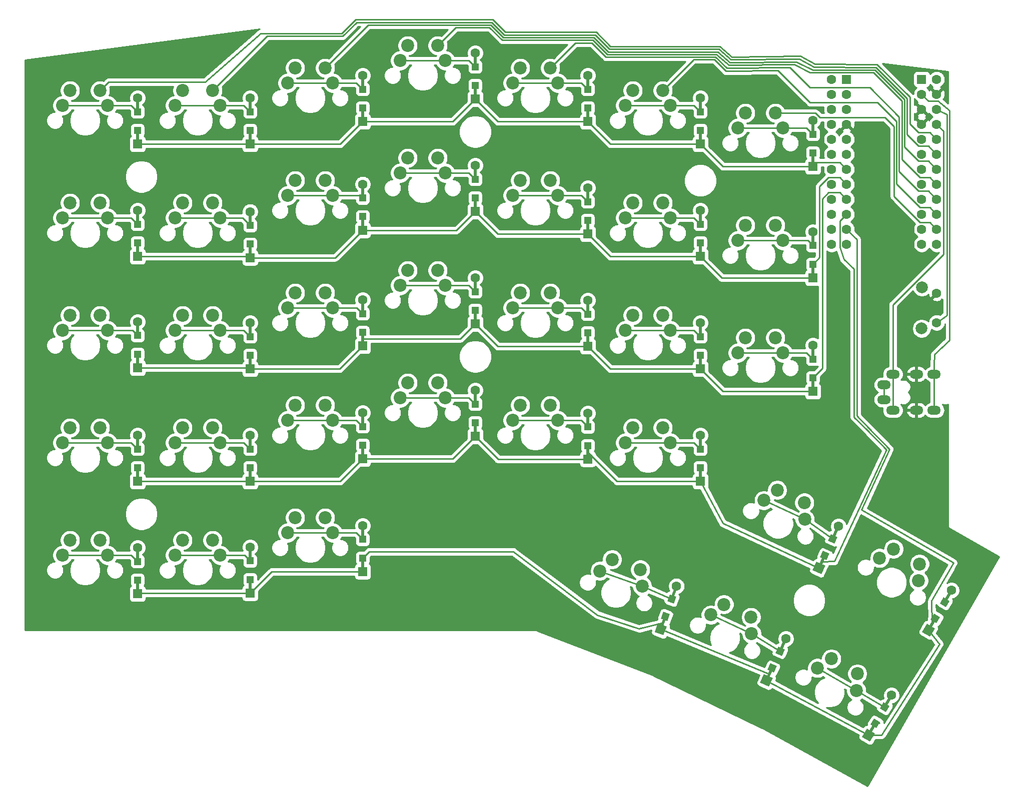
<source format=gtl>
%TF.GenerationSoftware,KiCad,Pcbnew,(5.1.6)-1*%
%TF.CreationDate,2020-06-18T19:24:29+02:00*%
%TF.ProjectId,splitkb,73706c69-746b-4622-9e6b-696361645f70,rev?*%
%TF.SameCoordinates,Original*%
%TF.FileFunction,Copper,L1,Top*%
%TF.FilePolarity,Positive*%
%FSLAX46Y46*%
G04 Gerber Fmt 4.6, Leading zero omitted, Abs format (unit mm)*
G04 Created by KiCad (PCBNEW (5.1.6)-1) date 2020-06-18 19:24:29*
%MOMM*%
%LPD*%
G01*
G04 APERTURE LIST*
%TA.AperFunction,ComponentPad*%
%ADD10R,1.600000X1.600000*%
%TD*%
%TA.AperFunction,ComponentPad*%
%ADD11C,1.600000*%
%TD*%
%TA.AperFunction,Conductor*%
%ADD12C,0.100000*%
%TD*%
%TA.AperFunction,ComponentPad*%
%ADD13C,0.100000*%
%TD*%
%TA.AperFunction,SMDPad,CuDef*%
%ADD14C,0.100000*%
%TD*%
%TA.AperFunction,Conductor*%
%ADD15R,0.500000X2.500000*%
%TD*%
%TA.AperFunction,SMDPad,CuDef*%
%ADD16R,1.200000X1.200000*%
%TD*%
%TA.AperFunction,ComponentPad*%
%ADD17C,2.200000*%
%TD*%
%TA.AperFunction,ComponentPad*%
%ADD18C,2.000000*%
%TD*%
%TA.AperFunction,ComponentPad*%
%ADD19O,2.300000X1.500000*%
%TD*%
%TA.AperFunction,Conductor*%
%ADD20C,0.250000*%
%TD*%
%TA.AperFunction,Conductor*%
%ADD21C,0.254000*%
%TD*%
G04 APERTURE END LIST*
D10*
%TO.P,U1,1*%
%TO.N,Net-(U1-Pad1)*%
X156845000Y-43815000D03*
D11*
%TO.P,U1,2*%
%TO.N,data*%
X156845000Y-46355000D03*
%TO.P,U1,3*%
%TO.N,GND*%
X156845000Y-48895000D03*
%TO.P,U1,4*%
X156845000Y-51435000D03*
%TO.P,U1,5*%
%TO.N,Net-(U1-Pad5)*%
X156845000Y-53975000D03*
%TO.P,U1,6*%
%TO.N,Net-(U1-Pad6)*%
X156845000Y-56515000D03*
%TO.P,U1,7*%
%TO.N,row0*%
X156845000Y-59055000D03*
%TO.P,U1,8*%
%TO.N,row1*%
X156845000Y-61595000D03*
%TO.P,U1,9*%
%TO.N,row2*%
X156845000Y-64135000D03*
%TO.P,U1,10*%
%TO.N,row3*%
X156845000Y-66675000D03*
%TO.P,U1,11*%
%TO.N,row4*%
X156845000Y-69215000D03*
%TO.P,U1,12*%
%TO.N,Net-(U1-Pad12)*%
X156845000Y-71755000D03*
%TO.P,U1,13*%
%TO.N,Net-(U1-Pad13)*%
X172085000Y-71755000D03*
%TO.P,U1,14*%
%TO.N,col6*%
X172085000Y-69215000D03*
%TO.P,U1,15*%
%TO.N,col5*%
X172085000Y-66675000D03*
%TO.P,U1,16*%
%TO.N,col4*%
X172085000Y-64135000D03*
%TO.P,U1,17*%
%TO.N,col3*%
X172085000Y-61595000D03*
%TO.P,U1,18*%
%TO.N,col2*%
X172085000Y-59055000D03*
%TO.P,U1,19*%
%TO.N,col1*%
X172085000Y-56515000D03*
%TO.P,U1,20*%
%TO.N,col0*%
X172085000Y-53975000D03*
%TO.P,U1,21*%
%TO.N,VCC*%
X172085000Y-51435000D03*
%TO.P,U1,22*%
%TO.N,reset*%
X172085000Y-48895000D03*
%TO.P,U1,23*%
%TO.N,GND*%
X172085000Y-46355000D03*
%TO.P,U1,24*%
%TO.N,Net-(U1-Pad24)*%
X172085000Y-43815000D03*
%TD*%
%TA.AperFunction,Conductor*%
D12*
%TO.N,Net-(D35-Pad2)*%
%TO.C,D35*%
G36*
X173581506Y-132652532D02*
G01*
X173148494Y-132402532D01*
X174398494Y-130237468D01*
X174831506Y-130487468D01*
X173581506Y-132652532D01*
G37*
%TD.AperFunction*%
%TA.AperFunction,Conductor*%
%TO.N,row4*%
G36*
X170881506Y-137329070D02*
G01*
X170448494Y-137079070D01*
X171698494Y-134914006D01*
X172131506Y-135164006D01*
X170881506Y-137329070D01*
G37*
%TD.AperFunction*%
D11*
%TD*%
%TO.P,D35,2*%
%TO.N,Net-(D35-Pad2)*%
X174590000Y-130405770D03*
%TA.AperFunction,ComponentPad*%
D13*
%TO.P,D35,1*%
%TO.N,row4*%
G36*
X170982820Y-138253588D02*
G01*
X169597180Y-137453588D01*
X170397180Y-136067948D01*
X171782820Y-136867948D01*
X170982820Y-138253588D01*
G37*
%TD.AperFunction*%
%TA.AperFunction,SMDPad,CuDef*%
D14*
G36*
X172072115Y-135966874D02*
G01*
X171032885Y-135366874D01*
X171632885Y-134327644D01*
X172672115Y-134927644D01*
X172072115Y-135966874D01*
G37*
%TD.AperFunction*%
%TA.AperFunction,SMDPad,CuDef*%
%TO.P,D35,2*%
%TO.N,Net-(D35-Pad2)*%
G36*
X173647115Y-133238894D02*
G01*
X172607885Y-132638894D01*
X173207885Y-131599664D01*
X174247115Y-132199664D01*
X173647115Y-133238894D01*
G37*
%TD.AperFunction*%
%TD*%
%TA.AperFunction,Conductor*%
D12*
%TO.N,Net-(D34-Pad2)*%
%TO.C,D34*%
G36*
X154638304Y-121888539D02*
G01*
X154185150Y-121677230D01*
X155241696Y-119411461D01*
X155694850Y-119622770D01*
X154638304Y-121888539D01*
G37*
%TD.AperFunction*%
%TA.AperFunction,Conductor*%
%TO.N,row3*%
G36*
X152356166Y-126782601D02*
G01*
X151903012Y-126571292D01*
X152959558Y-124305523D01*
X153412712Y-124516832D01*
X152356166Y-126782601D01*
G37*
%TD.AperFunction*%
D11*
%TD*%
%TO.P,D34,2*%
%TO.N,Net-(D34-Pad2)*%
X155447142Y-119562431D03*
%TA.AperFunction,ComponentPad*%
D13*
%TO.P,D34,1*%
%TO.N,row3*%
G36*
X152537672Y-127694772D02*
G01*
X151087579Y-127018583D01*
X151763768Y-125568490D01*
X153213861Y-126244679D01*
X152537672Y-127694772D01*
G37*
%TD.AperFunction*%
%TA.AperFunction,SMDPad,CuDef*%
D14*
G36*
X153423521Y-125321822D02*
G01*
X152335951Y-124814680D01*
X152843093Y-123727110D01*
X153930663Y-124234252D01*
X153423521Y-125321822D01*
G37*
%TD.AperFunction*%
%TA.AperFunction,SMDPad,CuDef*%
%TO.P,D34,2*%
%TO.N,Net-(D34-Pad2)*%
G36*
X154754769Y-122466952D02*
G01*
X153667199Y-121959810D01*
X154174341Y-120872240D01*
X155261911Y-121379382D01*
X154754769Y-122466952D01*
G37*
%TD.AperFunction*%
%TD*%
D15*
%TO.N,Net-(D33-Pad2)*%
%TO.C,D33*%
X151130000Y-90100000D03*
%TO.N,row2*%
X151130000Y-95500000D03*
D11*
%TD*%
%TO.P,D33,2*%
%TO.N,Net-(D33-Pad2)*%
X151130000Y-88900000D03*
D10*
%TO.P,D33,1*%
%TO.N,row2*%
X151130000Y-96700000D03*
D16*
X151130000Y-94375000D03*
%TO.P,D33,2*%
%TO.N,Net-(D33-Pad2)*%
X151130000Y-91225000D03*
%TD*%
D15*
%TO.N,Net-(D32-Pad2)*%
%TO.C,D32*%
X151130000Y-70869660D03*
%TO.N,row1*%
X151130000Y-76269660D03*
D11*
%TD*%
%TO.P,D32,2*%
%TO.N,Net-(D32-Pad2)*%
X151130000Y-69669660D03*
D10*
%TO.P,D32,1*%
%TO.N,row1*%
X151130000Y-77469660D03*
D16*
X151130000Y-75144660D03*
%TO.P,D32,2*%
%TO.N,Net-(D32-Pad2)*%
X151130000Y-71994660D03*
%TD*%
D15*
%TO.N,Net-(D31-Pad2)*%
%TO.C,D31*%
X151130000Y-52000000D03*
%TO.N,row0*%
X151130000Y-57400000D03*
D11*
%TD*%
%TO.P,D31,2*%
%TO.N,Net-(D31-Pad2)*%
X151130000Y-50800000D03*
D10*
%TO.P,D31,1*%
%TO.N,row0*%
X151130000Y-58600000D03*
D16*
X151130000Y-56275000D03*
%TO.P,D31,2*%
%TO.N,Net-(D31-Pad2)*%
X151130000Y-53125000D03*
%TD*%
%TA.AperFunction,Conductor*%
D12*
%TO.N,Net-(D30-Pad2)*%
%TO.C,D30*%
G36*
X163421506Y-150432532D02*
G01*
X162988494Y-150182532D01*
X164238494Y-148017468D01*
X164671506Y-148267468D01*
X163421506Y-150432532D01*
G37*
%TD.AperFunction*%
%TA.AperFunction,Conductor*%
%TO.N,row4*%
G36*
X160721506Y-155109070D02*
G01*
X160288494Y-154859070D01*
X161538494Y-152694006D01*
X161971506Y-152944006D01*
X160721506Y-155109070D01*
G37*
%TD.AperFunction*%
D11*
%TD*%
%TO.P,D30,2*%
%TO.N,Net-(D30-Pad2)*%
X164430000Y-148185770D03*
%TA.AperFunction,ComponentPad*%
D13*
%TO.P,D30,1*%
%TO.N,row4*%
G36*
X160822820Y-156033588D02*
G01*
X159437180Y-155233588D01*
X160237180Y-153847948D01*
X161622820Y-154647948D01*
X160822820Y-156033588D01*
G37*
%TD.AperFunction*%
%TA.AperFunction,SMDPad,CuDef*%
D14*
G36*
X161912115Y-153746874D02*
G01*
X160872885Y-153146874D01*
X161472885Y-152107644D01*
X162512115Y-152707644D01*
X161912115Y-153746874D01*
G37*
%TD.AperFunction*%
%TA.AperFunction,SMDPad,CuDef*%
%TO.P,D30,2*%
%TO.N,Net-(D30-Pad2)*%
G36*
X163487115Y-151018894D02*
G01*
X162447885Y-150418894D01*
X163047885Y-149379664D01*
X164087115Y-149979664D01*
X163487115Y-151018894D01*
G37*
%TD.AperFunction*%
%TD*%
D15*
%TO.N,Net-(D29-Pad2)*%
%TO.C,D29*%
X132080000Y-105340000D03*
%TO.N,row3*%
X132080000Y-110740000D03*
D11*
%TD*%
%TO.P,D29,2*%
%TO.N,Net-(D29-Pad2)*%
X132080000Y-104140000D03*
D10*
%TO.P,D29,1*%
%TO.N,row3*%
X132080000Y-111940000D03*
D16*
X132080000Y-109615000D03*
%TO.P,D29,2*%
%TO.N,Net-(D29-Pad2)*%
X132080000Y-106465000D03*
%TD*%
D15*
%TO.N,Net-(D28-Pad2)*%
%TO.C,D28*%
X132080000Y-86290000D03*
%TO.N,row2*%
X132080000Y-91690000D03*
D11*
%TD*%
%TO.P,D28,2*%
%TO.N,Net-(D28-Pad2)*%
X132080000Y-85090000D03*
D10*
%TO.P,D28,1*%
%TO.N,row2*%
X132080000Y-92890000D03*
D16*
X132080000Y-90565000D03*
%TO.P,D28,2*%
%TO.N,Net-(D28-Pad2)*%
X132080000Y-87415000D03*
%TD*%
D15*
%TO.N,Net-(D27-Pad2)*%
%TO.C,D27*%
X132080000Y-67240000D03*
%TO.N,row1*%
X132080000Y-72640000D03*
D11*
%TD*%
%TO.P,D27,2*%
%TO.N,Net-(D27-Pad2)*%
X132080000Y-66040000D03*
D10*
%TO.P,D27,1*%
%TO.N,row1*%
X132080000Y-73840000D03*
D16*
X132080000Y-71515000D03*
%TO.P,D27,2*%
%TO.N,Net-(D27-Pad2)*%
X132080000Y-68365000D03*
%TD*%
D15*
%TO.N,Net-(D26-Pad2)*%
%TO.C,D26*%
X132080000Y-48190000D03*
%TO.N,row0*%
X132080000Y-53590000D03*
D11*
%TD*%
%TO.P,D26,2*%
%TO.N,Net-(D26-Pad2)*%
X132080000Y-46990000D03*
D10*
%TO.P,D26,1*%
%TO.N,row0*%
X132080000Y-54790000D03*
D16*
X132080000Y-52465000D03*
%TO.P,D26,2*%
%TO.N,Net-(D26-Pad2)*%
X132080000Y-49315000D03*
%TD*%
%TA.AperFunction,Conductor*%
D12*
%TO.N,Net-(D25-Pad2)*%
%TO.C,D25*%
G36*
X145748304Y-140933908D02*
G01*
X145295150Y-140722599D01*
X146351696Y-138456830D01*
X146804850Y-138668139D01*
X145748304Y-140933908D01*
G37*
%TD.AperFunction*%
%TA.AperFunction,Conductor*%
%TO.N,row4*%
G36*
X143466166Y-145827970D02*
G01*
X143013012Y-145616661D01*
X144069558Y-143350892D01*
X144522712Y-143562201D01*
X143466166Y-145827970D01*
G37*
%TD.AperFunction*%
D11*
%TD*%
%TO.P,D25,2*%
%TO.N,Net-(D25-Pad2)*%
X146557142Y-138607800D03*
%TA.AperFunction,ComponentPad*%
D13*
%TO.P,D25,1*%
%TO.N,row4*%
G36*
X143647672Y-146740141D02*
G01*
X142197579Y-146063952D01*
X142873768Y-144613859D01*
X144323861Y-145290048D01*
X143647672Y-146740141D01*
G37*
%TD.AperFunction*%
%TA.AperFunction,SMDPad,CuDef*%
D14*
G36*
X144533521Y-144367191D02*
G01*
X143445951Y-143860049D01*
X143953093Y-142772479D01*
X145040663Y-143279621D01*
X144533521Y-144367191D01*
G37*
%TD.AperFunction*%
%TA.AperFunction,SMDPad,CuDef*%
%TO.P,D25,2*%
%TO.N,Net-(D25-Pad2)*%
G36*
X145864769Y-141512321D02*
G01*
X144777199Y-141005179D01*
X145284341Y-139917609D01*
X146371911Y-140424751D01*
X145864769Y-141512321D01*
G37*
%TD.AperFunction*%
%TD*%
D15*
%TO.N,Net-(D24-Pad2)*%
%TO.C,D24*%
X113030000Y-101598920D03*
%TO.N,row3*%
X113030000Y-106998920D03*
D11*
%TD*%
%TO.P,D24,2*%
%TO.N,Net-(D24-Pad2)*%
X113030000Y-100398920D03*
D10*
%TO.P,D24,1*%
%TO.N,row3*%
X113030000Y-108198920D03*
D16*
X113030000Y-105873920D03*
%TO.P,D24,2*%
%TO.N,Net-(D24-Pad2)*%
X113030000Y-102723920D03*
%TD*%
D15*
%TO.N,Net-(D23-Pad2)*%
%TO.C,D23*%
X113030000Y-82480000D03*
%TO.N,row2*%
X113030000Y-87880000D03*
D11*
%TD*%
%TO.P,D23,2*%
%TO.N,Net-(D23-Pad2)*%
X113030000Y-81280000D03*
D10*
%TO.P,D23,1*%
%TO.N,row2*%
X113030000Y-89080000D03*
D16*
X113030000Y-86755000D03*
%TO.P,D23,2*%
%TO.N,Net-(D23-Pad2)*%
X113030000Y-83605000D03*
%TD*%
D15*
%TO.N,Net-(D22-Pad2)*%
%TO.C,D22*%
X113030000Y-63430000D03*
%TO.N,row1*%
X113030000Y-68830000D03*
D11*
%TD*%
%TO.P,D22,2*%
%TO.N,Net-(D22-Pad2)*%
X113030000Y-62230000D03*
D10*
%TO.P,D22,1*%
%TO.N,row1*%
X113030000Y-70030000D03*
D16*
X113030000Y-67705000D03*
%TO.P,D22,2*%
%TO.N,Net-(D22-Pad2)*%
X113030000Y-64555000D03*
%TD*%
D15*
%TO.N,Net-(D21-Pad2)*%
%TO.C,D21*%
X113030000Y-44380000D03*
%TO.N,row0*%
X113030000Y-49780000D03*
D11*
%TD*%
%TO.P,D21,2*%
%TO.N,Net-(D21-Pad2)*%
X113030000Y-43180000D03*
D10*
%TO.P,D21,1*%
%TO.N,row0*%
X113030000Y-50980000D03*
D16*
X113030000Y-48655000D03*
%TO.P,D21,2*%
%TO.N,Net-(D21-Pad2)*%
X113030000Y-45505000D03*
%TD*%
%TA.AperFunction,Conductor*%
D12*
%TO.N,Net-(D20-Pad2)*%
%TO.C,D20*%
G36*
X127442398Y-132070121D02*
G01*
X126972552Y-131899111D01*
X127827602Y-129549879D01*
X128297448Y-129720889D01*
X127442398Y-132070121D01*
G37*
%TD.AperFunction*%
%TA.AperFunction,Conductor*%
%TO.N,row4*%
G36*
X125595490Y-137144461D02*
G01*
X125125644Y-136973451D01*
X125980694Y-134624219D01*
X126450540Y-134795229D01*
X125595490Y-137144461D01*
G37*
%TD.AperFunction*%
D11*
%TD*%
%TO.P,D20,2*%
%TO.N,Net-(D20-Pad2)*%
X128045425Y-129682369D03*
%TA.AperFunction,ComponentPad*%
D13*
%TO.P,D20,1*%
%TO.N,row4*%
G36*
X125855805Y-138037341D02*
G01*
X124352297Y-137490109D01*
X124899529Y-135986601D01*
X126403037Y-136533833D01*
X125855805Y-138037341D01*
G37*
%TD.AperFunction*%
%TA.AperFunction,SMDPad,CuDef*%
D14*
G36*
X126531467Y-135596214D02*
G01*
X125403836Y-135185789D01*
X125814261Y-134058158D01*
X126941892Y-134468583D01*
X126531467Y-135596214D01*
G37*
%TD.AperFunction*%
%TA.AperFunction,SMDPad,CuDef*%
%TO.P,D20,2*%
%TO.N,Net-(D20-Pad2)*%
G36*
X127608831Y-132636182D02*
G01*
X126481200Y-132225757D01*
X126891625Y-131098126D01*
X128019256Y-131508551D01*
X127608831Y-132636182D01*
G37*
%TD.AperFunction*%
%TD*%
D15*
%TO.N,Net-(D19-Pad2)*%
%TO.C,D19*%
X93980000Y-97720000D03*
%TO.N,row3*%
X93980000Y-103120000D03*
D11*
%TD*%
%TO.P,D19,2*%
%TO.N,Net-(D19-Pad2)*%
X93980000Y-96520000D03*
D10*
%TO.P,D19,1*%
%TO.N,row3*%
X93980000Y-104320000D03*
D16*
X93980000Y-101995000D03*
%TO.P,D19,2*%
%TO.N,Net-(D19-Pad2)*%
X93980000Y-98845000D03*
%TD*%
D15*
%TO.N,Net-(D18-Pad2)*%
%TO.C,D18*%
X93980000Y-78670000D03*
%TO.N,row2*%
X93980000Y-84070000D03*
D11*
%TD*%
%TO.P,D18,2*%
%TO.N,Net-(D18-Pad2)*%
X93980000Y-77470000D03*
D10*
%TO.P,D18,1*%
%TO.N,row2*%
X93980000Y-85270000D03*
D16*
X93980000Y-82945000D03*
%TO.P,D18,2*%
%TO.N,Net-(D18-Pad2)*%
X93980000Y-79795000D03*
%TD*%
D15*
%TO.N,Net-(D17-Pad2)*%
%TO.C,D17*%
X93980000Y-59620000D03*
%TO.N,row1*%
X93980000Y-65020000D03*
D11*
%TD*%
%TO.P,D17,2*%
%TO.N,Net-(D17-Pad2)*%
X93980000Y-58420000D03*
D10*
%TO.P,D17,1*%
%TO.N,row1*%
X93980000Y-66220000D03*
D16*
X93980000Y-63895000D03*
%TO.P,D17,2*%
%TO.N,Net-(D17-Pad2)*%
X93980000Y-60745000D03*
%TD*%
D15*
%TO.N,Net-(D16-Pad2)*%
%TO.C,D16*%
X93980000Y-40570000D03*
%TO.N,row0*%
X93980000Y-45970000D03*
D11*
%TD*%
%TO.P,D16,2*%
%TO.N,Net-(D16-Pad2)*%
X93980000Y-39370000D03*
D10*
%TO.P,D16,1*%
%TO.N,row0*%
X93980000Y-47170000D03*
D16*
X93980000Y-44845000D03*
%TO.P,D16,2*%
%TO.N,Net-(D16-Pad2)*%
X93980000Y-41695000D03*
%TD*%
D15*
%TO.N,Net-(D15-Pad2)*%
%TO.C,D15*%
X74930000Y-120650000D03*
%TO.N,row4*%
X74930000Y-126050000D03*
D11*
%TD*%
%TO.P,D15,2*%
%TO.N,Net-(D15-Pad2)*%
X74930000Y-119450000D03*
D10*
%TO.P,D15,1*%
%TO.N,row4*%
X74930000Y-127250000D03*
D16*
X74930000Y-124925000D03*
%TO.P,D15,2*%
%TO.N,Net-(D15-Pad2)*%
X74930000Y-121775000D03*
%TD*%
D15*
%TO.N,Net-(D14-Pad2)*%
%TO.C,D14*%
X74930000Y-101530000D03*
%TO.N,row3*%
X74930000Y-106930000D03*
D11*
%TD*%
%TO.P,D14,2*%
%TO.N,Net-(D14-Pad2)*%
X74930000Y-100330000D03*
D10*
%TO.P,D14,1*%
%TO.N,row3*%
X74930000Y-108130000D03*
D16*
X74930000Y-105805000D03*
%TO.P,D14,2*%
%TO.N,Net-(D14-Pad2)*%
X74930000Y-102655000D03*
%TD*%
D15*
%TO.N,Net-(D13-Pad2)*%
%TO.C,D13*%
X74930000Y-82403800D03*
%TO.N,row2*%
X74930000Y-87803800D03*
D11*
%TD*%
%TO.P,D13,2*%
%TO.N,Net-(D13-Pad2)*%
X74930000Y-81203800D03*
D10*
%TO.P,D13,1*%
%TO.N,row2*%
X74930000Y-89003800D03*
D16*
X74930000Y-86678800D03*
%TO.P,D13,2*%
%TO.N,Net-(D13-Pad2)*%
X74930000Y-83528800D03*
%TD*%
D15*
%TO.N,Net-(D12-Pad2)*%
%TO.C,D12*%
X74930000Y-62795000D03*
%TO.N,row1*%
X74930000Y-68195000D03*
D11*
%TD*%
%TO.P,D12,2*%
%TO.N,Net-(D12-Pad2)*%
X74930000Y-61595000D03*
D10*
%TO.P,D12,1*%
%TO.N,row1*%
X74930000Y-69395000D03*
D16*
X74930000Y-67070000D03*
%TO.P,D12,2*%
%TO.N,Net-(D12-Pad2)*%
X74930000Y-63920000D03*
%TD*%
D15*
%TO.N,Net-(D11-Pad2)*%
%TO.C,D11*%
X74930000Y-44380000D03*
%TO.N,row0*%
X74930000Y-49780000D03*
D11*
%TD*%
%TO.P,D11,2*%
%TO.N,Net-(D11-Pad2)*%
X74930000Y-43180000D03*
D10*
%TO.P,D11,1*%
%TO.N,row0*%
X74930000Y-50980000D03*
D16*
X74930000Y-48655000D03*
%TO.P,D11,2*%
%TO.N,Net-(D11-Pad2)*%
X74930000Y-45505000D03*
%TD*%
D15*
%TO.N,Net-(D10-Pad2)*%
%TO.C,D10*%
X55880000Y-124288400D03*
%TO.N,row4*%
X55880000Y-129688400D03*
D11*
%TD*%
%TO.P,D10,2*%
%TO.N,Net-(D10-Pad2)*%
X55880000Y-123088400D03*
D10*
%TO.P,D10,1*%
%TO.N,row4*%
X55880000Y-130888400D03*
D16*
X55880000Y-128563400D03*
%TO.P,D10,2*%
%TO.N,Net-(D10-Pad2)*%
X55880000Y-125413400D03*
%TD*%
D15*
%TO.N,Net-(D9-Pad2)*%
%TO.C,D9*%
X55880000Y-105340000D03*
%TO.N,row3*%
X55880000Y-110740000D03*
D11*
%TD*%
%TO.P,D9,2*%
%TO.N,Net-(D9-Pad2)*%
X55880000Y-104140000D03*
D10*
%TO.P,D9,1*%
%TO.N,row3*%
X55880000Y-111940000D03*
D16*
X55880000Y-109615000D03*
%TO.P,D9,2*%
%TO.N,Net-(D9-Pad2)*%
X55880000Y-106465000D03*
%TD*%
D15*
%TO.N,Net-(D8-Pad2)*%
%TO.C,D8*%
X55880000Y-86290000D03*
%TO.N,row2*%
X55880000Y-91690000D03*
D11*
%TD*%
%TO.P,D8,2*%
%TO.N,Net-(D8-Pad2)*%
X55880000Y-85090000D03*
D10*
%TO.P,D8,1*%
%TO.N,row2*%
X55880000Y-92890000D03*
D16*
X55880000Y-90565000D03*
%TO.P,D8,2*%
%TO.N,Net-(D8-Pad2)*%
X55880000Y-87415000D03*
%TD*%
D15*
%TO.N,Net-(D7-Pad2)*%
%TO.C,D7*%
X55880000Y-67455900D03*
%TO.N,row1*%
X55880000Y-72855900D03*
D11*
%TD*%
%TO.P,D7,2*%
%TO.N,Net-(D7-Pad2)*%
X55880000Y-66255900D03*
D10*
%TO.P,D7,1*%
%TO.N,row1*%
X55880000Y-74055900D03*
D16*
X55880000Y-71730900D03*
%TO.P,D7,2*%
%TO.N,Net-(D7-Pad2)*%
X55880000Y-68580900D03*
%TD*%
D15*
%TO.N,Net-(D6-Pad2)*%
%TO.C,D6*%
X55880000Y-48190000D03*
%TO.N,row0*%
X55880000Y-53590000D03*
D11*
%TD*%
%TO.P,D6,2*%
%TO.N,Net-(D6-Pad2)*%
X55880000Y-46990000D03*
D10*
%TO.P,D6,1*%
%TO.N,row0*%
X55880000Y-54790000D03*
D16*
X55880000Y-52465000D03*
%TO.P,D6,2*%
%TO.N,Net-(D6-Pad2)*%
X55880000Y-49315000D03*
%TD*%
D15*
%TO.N,Net-(D5-Pad2)*%
%TO.C,D5*%
X36830000Y-124390000D03*
%TO.N,row4*%
X36830000Y-129790000D03*
D11*
%TD*%
%TO.P,D5,2*%
%TO.N,Net-(D5-Pad2)*%
X36830000Y-123190000D03*
D10*
%TO.P,D5,1*%
%TO.N,row4*%
X36830000Y-130990000D03*
D16*
X36830000Y-128665000D03*
%TO.P,D5,2*%
%TO.N,Net-(D5-Pad2)*%
X36830000Y-125515000D03*
%TD*%
D15*
%TO.N,Net-(D4-Pad2)*%
%TO.C,D4*%
X36830000Y-105340000D03*
%TO.N,row3*%
X36830000Y-110740000D03*
D11*
%TD*%
%TO.P,D4,2*%
%TO.N,Net-(D4-Pad2)*%
X36830000Y-104140000D03*
D10*
%TO.P,D4,1*%
%TO.N,row3*%
X36830000Y-111940000D03*
D16*
X36830000Y-109615000D03*
%TO.P,D4,2*%
%TO.N,Net-(D4-Pad2)*%
X36830000Y-106465000D03*
%TD*%
D15*
%TO.N,Net-(D3-Pad2)*%
%TO.C,D3*%
X36830000Y-86110000D03*
%TO.N,row2*%
X36830000Y-91510000D03*
D11*
%TD*%
%TO.P,D3,2*%
%TO.N,Net-(D3-Pad2)*%
X36830000Y-84910000D03*
D10*
%TO.P,D3,1*%
%TO.N,row2*%
X36830000Y-92710000D03*
D16*
X36830000Y-90385000D03*
%TO.P,D3,2*%
%TO.N,Net-(D3-Pad2)*%
X36830000Y-87235000D03*
%TD*%
D15*
%TO.N,Net-(D2-Pad2)*%
%TO.C,D2*%
X36830000Y-67240000D03*
%TO.N,row1*%
X36830000Y-72640000D03*
D11*
%TD*%
%TO.P,D2,2*%
%TO.N,Net-(D2-Pad2)*%
X36830000Y-66040000D03*
D10*
%TO.P,D2,1*%
%TO.N,row1*%
X36830000Y-73840000D03*
D16*
X36830000Y-71515000D03*
%TO.P,D2,2*%
%TO.N,Net-(D2-Pad2)*%
X36830000Y-68365000D03*
%TD*%
D15*
%TO.N,Net-(D1-Pad2)*%
%TO.C,D1*%
X36830000Y-48190000D03*
%TO.N,row0*%
X36830000Y-53590000D03*
D11*
%TD*%
%TO.P,D1,2*%
%TO.N,Net-(D1-Pad2)*%
X36830000Y-46990000D03*
D10*
%TO.P,D1,1*%
%TO.N,row0*%
X36830000Y-54790000D03*
D16*
X36830000Y-52465000D03*
%TO.P,D1,2*%
%TO.N,Net-(D1-Pad2)*%
X36830000Y-49315000D03*
%TD*%
D17*
%TO.P,SW23,2*%
%TO.N,Net-(D23-Pad2)*%
X100330000Y-82550000D03*
%TO.P,SW23,1*%
%TO.N,col4*%
X106680000Y-80010000D03*
%TD*%
D18*
%TO.P,K1,4*%
%TO.N,N/C*%
X169535000Y-86050000D03*
%TO.P,K1,3*%
X169585000Y-79050000D03*
D11*
%TO.P,K1,2*%
%TO.N,reset*%
X172085000Y-85050000D03*
%TO.P,K1,1*%
%TO.N,GND*%
X172085000Y-80050000D03*
%TD*%
%TO.P,U1,24*%
%TO.N,Net-(U1-Pad24)*%
X154305000Y-43815000D03*
%TO.P,U1,23*%
%TO.N,GND*%
X154305000Y-46355000D03*
%TO.P,U1,22*%
%TO.N,reset*%
X154305000Y-48895000D03*
%TO.P,U1,21*%
%TO.N,VCC*%
X154305000Y-51435000D03*
%TO.P,U1,20*%
%TO.N,col0*%
X154305000Y-53975000D03*
%TO.P,U1,19*%
%TO.N,col1*%
X154305000Y-56515000D03*
%TO.P,U1,18*%
%TO.N,col2*%
X154305000Y-59055000D03*
%TO.P,U1,17*%
%TO.N,col3*%
X154305000Y-61595000D03*
%TO.P,U1,16*%
%TO.N,col4*%
X154305000Y-64135000D03*
%TO.P,U1,15*%
%TO.N,col5*%
X154305000Y-66675000D03*
%TO.P,U1,14*%
%TO.N,col6*%
X154305000Y-69215000D03*
%TO.P,U1,13*%
%TO.N,Net-(U1-Pad13)*%
X154305000Y-71755000D03*
%TO.P,U1,12*%
%TO.N,Net-(U1-Pad12)*%
X169545000Y-71755000D03*
%TO.P,U1,11*%
%TO.N,row4*%
X169545000Y-69215000D03*
%TO.P,U1,10*%
%TO.N,row3*%
X169545000Y-66675000D03*
%TO.P,U1,9*%
%TO.N,row2*%
X169545000Y-64135000D03*
%TO.P,U1,8*%
%TO.N,row1*%
X169545000Y-61595000D03*
%TO.P,U1,7*%
%TO.N,row0*%
X169545000Y-59055000D03*
%TO.P,U1,6*%
%TO.N,Net-(U1-Pad6)*%
X169545000Y-56515000D03*
%TO.P,U1,5*%
%TO.N,Net-(U1-Pad5)*%
X169545000Y-53975000D03*
%TO.P,U1,4*%
%TO.N,GND*%
X169545000Y-51435000D03*
%TO.P,U1,3*%
X169545000Y-48895000D03*
%TO.P,U1,2*%
%TO.N,data*%
X169545000Y-46355000D03*
D10*
%TO.P,U1,1*%
%TO.N,Net-(U1-Pad1)*%
X169545000Y-43815000D03*
%TD*%
D17*
%TO.P,SW9,1*%
%TO.N,col1*%
X44450000Y-102870000D03*
%TO.P,SW9,2*%
%TO.N,Net-(D9-Pad2)*%
X50800000Y-105410000D03*
%TD*%
%TO.P,SW27,1*%
%TO.N,col5*%
X120650000Y-64770000D03*
%TO.P,SW27,2*%
%TO.N,Net-(D27-Pad2)*%
X127000000Y-67310000D03*
%TD*%
%TO.P,SW20,1*%
%TO.N,col3*%
X117144800Y-125171200D03*
%TO.P,SW20,2*%
%TO.N,Net-(D20-Pad2)*%
X122243117Y-129729847D03*
%TD*%
%TO.P,SW30,1*%
%TO.N,col5*%
X154254200Y-142011400D03*
%TO.P,SW30,2*%
%TO.N,Net-(D30-Pad2)*%
X158483461Y-147386105D03*
%TD*%
%TO.P,SW25,1*%
%TO.N,col4*%
X136067800Y-132791200D03*
%TO.P,SW25,2*%
%TO.N,Net-(D25-Pad2)*%
X140749404Y-137776848D03*
%TD*%
%TO.P,SW35,1*%
%TO.N,col6*%
X164795200Y-123393200D03*
%TO.P,SW35,2*%
%TO.N,Net-(D35-Pad2)*%
X169024461Y-128767905D03*
%TD*%
%TO.P,SW34,1*%
%TO.N,col6*%
X145084800Y-113411000D03*
%TO.P,SW34,2*%
%TO.N,Net-(D34-Pad2)*%
X149766404Y-118396648D03*
%TD*%
%TO.P,SW29,1*%
%TO.N,col5*%
X120650000Y-102870000D03*
%TO.P,SW29,2*%
%TO.N,Net-(D29-Pad2)*%
X127000000Y-105410000D03*
%TD*%
%TO.P,SW28,1*%
%TO.N,col5*%
X120650000Y-83820000D03*
%TO.P,SW28,2*%
%TO.N,Net-(D28-Pad2)*%
X127000000Y-86360000D03*
%TD*%
%TO.P,SW33,1*%
%TO.N,col6*%
X139700000Y-87630000D03*
%TO.P,SW33,2*%
%TO.N,Net-(D33-Pad2)*%
X146050000Y-90170000D03*
%TD*%
%TO.P,SW32,1*%
%TO.N,col6*%
X139700000Y-68580000D03*
%TO.P,SW32,2*%
%TO.N,Net-(D32-Pad2)*%
X146050000Y-71120000D03*
%TD*%
%TO.P,SW31,1*%
%TO.N,col6*%
X139700000Y-49530000D03*
%TO.P,SW31,2*%
%TO.N,Net-(D31-Pad2)*%
X146050000Y-52070000D03*
%TD*%
%TO.P,SW26,1*%
%TO.N,col5*%
X120650000Y-45720000D03*
%TO.P,SW26,2*%
%TO.N,Net-(D26-Pad2)*%
X127000000Y-48260000D03*
%TD*%
%TO.P,SW21,1*%
%TO.N,col4*%
X101600000Y-41910000D03*
%TO.P,SW21,2*%
%TO.N,Net-(D21-Pad2)*%
X107950000Y-44450000D03*
%TD*%
%TO.P,SW22,1*%
%TO.N,col4*%
X101600000Y-60960000D03*
%TO.P,SW22,2*%
%TO.N,Net-(D22-Pad2)*%
X107950000Y-63500000D03*
%TD*%
%TO.P,SW23,1*%
%TO.N,col4*%
X101600000Y-80010000D03*
%TO.P,SW23,2*%
%TO.N,Net-(D23-Pad2)*%
X107950000Y-82550000D03*
%TD*%
%TO.P,SW24,1*%
%TO.N,col4*%
X101600000Y-99060000D03*
%TO.P,SW24,2*%
%TO.N,Net-(D24-Pad2)*%
X107950000Y-101600000D03*
%TD*%
%TO.P,SW19,1*%
%TO.N,col3*%
X82550000Y-95250000D03*
%TO.P,SW19,2*%
%TO.N,Net-(D19-Pad2)*%
X88900000Y-97790000D03*
%TD*%
%TO.P,SW18,1*%
%TO.N,col3*%
X82550000Y-76200000D03*
%TO.P,SW18,2*%
%TO.N,Net-(D18-Pad2)*%
X88900000Y-78740000D03*
%TD*%
%TO.P,SW17,1*%
%TO.N,col3*%
X82550000Y-57150000D03*
%TO.P,SW17,2*%
%TO.N,Net-(D17-Pad2)*%
X88900000Y-59690000D03*
%TD*%
%TO.P,SW16,1*%
%TO.N,col3*%
X82550000Y-38100000D03*
%TO.P,SW16,2*%
%TO.N,Net-(D16-Pad2)*%
X88900000Y-40640000D03*
%TD*%
%TO.P,SW11,1*%
%TO.N,col2*%
X63500000Y-41910000D03*
%TO.P,SW11,2*%
%TO.N,Net-(D11-Pad2)*%
X69850000Y-44450000D03*
%TD*%
%TO.P,SW12,1*%
%TO.N,col2*%
X63500000Y-60960000D03*
%TO.P,SW12,2*%
%TO.N,Net-(D12-Pad2)*%
X69850000Y-63500000D03*
%TD*%
%TO.P,SW13,1*%
%TO.N,col2*%
X63500000Y-80010000D03*
%TO.P,SW13,2*%
%TO.N,Net-(D13-Pad2)*%
X69850000Y-82550000D03*
%TD*%
%TO.P,SW14,1*%
%TO.N,col2*%
X63500000Y-99060000D03*
%TO.P,SW14,2*%
%TO.N,Net-(D14-Pad2)*%
X69850000Y-101600000D03*
%TD*%
%TO.P,SW15,1*%
%TO.N,col2*%
X63500000Y-118110000D03*
%TO.P,SW15,2*%
%TO.N,Net-(D15-Pad2)*%
X69850000Y-120650000D03*
%TD*%
%TO.P,SW10,1*%
%TO.N,col1*%
X44450000Y-121920000D03*
%TO.P,SW10,2*%
%TO.N,Net-(D10-Pad2)*%
X50800000Y-124460000D03*
%TD*%
%TO.P,SW5,1*%
%TO.N,col0*%
X25400000Y-121920000D03*
%TO.P,SW5,2*%
%TO.N,Net-(D5-Pad2)*%
X31750000Y-124460000D03*
%TD*%
%TO.P,SW4,1*%
%TO.N,col0*%
X25400000Y-102870000D03*
%TO.P,SW4,2*%
%TO.N,Net-(D4-Pad2)*%
X31750000Y-105410000D03*
%TD*%
%TO.P,SW8,1*%
%TO.N,col1*%
X44450000Y-83820000D03*
%TO.P,SW8,2*%
%TO.N,Net-(D8-Pad2)*%
X50800000Y-86360000D03*
%TD*%
%TO.P,SW3,1*%
%TO.N,col0*%
X25400000Y-83820000D03*
%TO.P,SW3,2*%
%TO.N,Net-(D3-Pad2)*%
X31750000Y-86360000D03*
%TD*%
%TO.P,SW2,1*%
%TO.N,col0*%
X25400000Y-64770000D03*
%TO.P,SW2,2*%
%TO.N,Net-(D2-Pad2)*%
X31750000Y-67310000D03*
%TD*%
%TO.P,SW7,1*%
%TO.N,col1*%
X44450000Y-64770000D03*
%TO.P,SW7,2*%
%TO.N,Net-(D7-Pad2)*%
X50800000Y-67310000D03*
%TD*%
%TO.P,SW6,1*%
%TO.N,col1*%
X44450000Y-45720000D03*
%TO.P,SW6,2*%
%TO.N,Net-(D6-Pad2)*%
X50800000Y-48260000D03*
%TD*%
%TO.P,SW1,1*%
%TO.N,col0*%
X25400000Y-45720000D03*
%TO.P,SW1,2*%
%TO.N,Net-(D1-Pad2)*%
X31750000Y-48260000D03*
%TD*%
D19*
%TO.P,J1,2*%
%TO.N,data*%
X171660000Y-93785000D03*
%TO.P,J1,3*%
%TO.N,GND*%
X168660000Y-93785000D03*
%TO.P,J1,4*%
%TO.N,VCC*%
X164660000Y-93785000D03*
%TO.P,J1,1*%
%TO.N,Net-(J1-Pad1)*%
X163160000Y-98085000D03*
%TD*%
D17*
%TO.P,SW35,2*%
%TO.N,Net-(D35-Pad2)*%
X162420139Y-124957905D03*
%TO.P,SW35,1*%
%TO.N,col6*%
X169189400Y-125933200D03*
%TD*%
%TO.P,SW34,1*%
%TO.N,col6*%
X149682200Y-115544600D03*
%TO.P,SW34,2*%
%TO.N,Net-(D34-Pad2)*%
X142853695Y-115162996D03*
%TD*%
%TO.P,SW33,2*%
%TO.N,Net-(D33-Pad2)*%
X138430000Y-90170000D03*
%TO.P,SW33,1*%
%TO.N,col6*%
X144780000Y-87630000D03*
%TD*%
%TO.P,SW32,2*%
%TO.N,Net-(D32-Pad2)*%
X138430000Y-71120000D03*
%TO.P,SW32,1*%
%TO.N,col6*%
X144780000Y-68580000D03*
%TD*%
%TO.P,SW31,2*%
%TO.N,Net-(D31-Pad2)*%
X138430000Y-52070000D03*
%TO.P,SW31,1*%
%TO.N,col6*%
X144780000Y-49530000D03*
%TD*%
%TO.P,SW30,2*%
%TO.N,Net-(D30-Pad2)*%
X151879139Y-143576105D03*
%TO.P,SW30,1*%
%TO.N,col5*%
X158648400Y-144551400D03*
%TD*%
%TO.P,SW29,2*%
%TO.N,Net-(D29-Pad2)*%
X119380000Y-105410000D03*
%TO.P,SW29,1*%
%TO.N,col5*%
X125730000Y-102870000D03*
%TD*%
%TO.P,SW28,2*%
%TO.N,Net-(D28-Pad2)*%
X119380000Y-86360000D03*
%TO.P,SW28,1*%
%TO.N,col5*%
X125730000Y-83820000D03*
%TD*%
%TO.P,SW27,2*%
%TO.N,Net-(D27-Pad2)*%
X119380000Y-67310000D03*
%TO.P,SW27,1*%
%TO.N,col5*%
X125730000Y-64770000D03*
%TD*%
%TO.P,SW26,2*%
%TO.N,Net-(D26-Pad2)*%
X119380000Y-48260000D03*
%TO.P,SW26,1*%
%TO.N,col5*%
X125730000Y-45720000D03*
%TD*%
%TO.P,SW25,2*%
%TO.N,Net-(D25-Pad2)*%
X133836695Y-134568596D03*
%TO.P,SW25,1*%
%TO.N,col4*%
X140665200Y-134950200D03*
%TD*%
%TO.P,SW24,2*%
%TO.N,Net-(D24-Pad2)*%
X100330000Y-101600000D03*
%TO.P,SW24,1*%
%TO.N,col4*%
X106680000Y-99060000D03*
%TD*%
%TO.P,SW22,2*%
%TO.N,Net-(D22-Pad2)*%
X100330000Y-63500000D03*
%TO.P,SW22,1*%
%TO.N,col4*%
X106680000Y-60960000D03*
%TD*%
%TO.P,SW21,2*%
%TO.N,Net-(D21-Pad2)*%
X100330000Y-44450000D03*
%TO.P,SW21,1*%
%TO.N,col4*%
X106680000Y-41910000D03*
%TD*%
%TO.P,SW20,2*%
%TO.N,Net-(D20-Pad2)*%
X115084221Y-127120084D03*
%TO.P,SW20,1*%
%TO.N,col3*%
X121920000Y-126905093D03*
%TD*%
%TO.P,SW19,2*%
%TO.N,Net-(D19-Pad2)*%
X81280000Y-97790000D03*
%TO.P,SW19,1*%
%TO.N,col3*%
X87630000Y-95250000D03*
%TD*%
%TO.P,SW18,2*%
%TO.N,Net-(D18-Pad2)*%
X81280000Y-78740000D03*
%TO.P,SW18,1*%
%TO.N,col3*%
X87630000Y-76200000D03*
%TD*%
%TO.P,SW17,2*%
%TO.N,Net-(D17-Pad2)*%
X81280000Y-59690000D03*
%TO.P,SW17,1*%
%TO.N,col3*%
X87630000Y-57150000D03*
%TD*%
%TO.P,SW16,2*%
%TO.N,Net-(D16-Pad2)*%
X81280000Y-40640000D03*
%TO.P,SW16,1*%
%TO.N,col3*%
X87630000Y-38100000D03*
%TD*%
%TO.P,SW15,2*%
%TO.N,Net-(D15-Pad2)*%
X62230000Y-120650000D03*
%TO.P,SW15,1*%
%TO.N,col2*%
X68580000Y-118110000D03*
%TD*%
%TO.P,SW14,2*%
%TO.N,Net-(D14-Pad2)*%
X62230000Y-101600000D03*
%TO.P,SW14,1*%
%TO.N,col2*%
X68580000Y-99060000D03*
%TD*%
%TO.P,SW13,2*%
%TO.N,Net-(D13-Pad2)*%
X62230000Y-82550000D03*
%TO.P,SW13,1*%
%TO.N,col2*%
X68580000Y-80010000D03*
%TD*%
%TO.P,SW12,2*%
%TO.N,Net-(D12-Pad2)*%
X62230000Y-63500000D03*
%TO.P,SW12,1*%
%TO.N,col2*%
X68580000Y-60960000D03*
%TD*%
%TO.P,SW11,2*%
%TO.N,Net-(D11-Pad2)*%
X62230000Y-44450000D03*
%TO.P,SW11,1*%
%TO.N,col2*%
X68580000Y-41910000D03*
%TD*%
%TO.P,SW10,2*%
%TO.N,Net-(D10-Pad2)*%
X43180000Y-124460000D03*
%TO.P,SW10,1*%
%TO.N,col1*%
X49530000Y-121920000D03*
%TD*%
%TO.P,SW9,2*%
%TO.N,Net-(D9-Pad2)*%
X43180000Y-105410000D03*
%TO.P,SW9,1*%
%TO.N,col1*%
X49530000Y-102870000D03*
%TD*%
%TO.P,SW8,2*%
%TO.N,Net-(D8-Pad2)*%
X43180000Y-86360000D03*
%TO.P,SW8,1*%
%TO.N,col1*%
X49530000Y-83820000D03*
%TD*%
%TO.P,SW7,2*%
%TO.N,Net-(D7-Pad2)*%
X43180000Y-67310000D03*
%TO.P,SW7,1*%
%TO.N,col1*%
X49530000Y-64770000D03*
%TD*%
%TO.P,SW6,2*%
%TO.N,Net-(D6-Pad2)*%
X43180000Y-48260000D03*
%TO.P,SW6,1*%
%TO.N,col1*%
X49530000Y-45720000D03*
%TD*%
%TO.P,SW5,2*%
%TO.N,Net-(D5-Pad2)*%
X24130000Y-124460000D03*
%TO.P,SW5,1*%
%TO.N,col0*%
X30480000Y-121920000D03*
%TD*%
%TO.P,SW4,2*%
%TO.N,Net-(D4-Pad2)*%
X24130000Y-105410000D03*
%TO.P,SW4,1*%
%TO.N,col0*%
X30480000Y-102870000D03*
%TD*%
%TO.P,SW3,2*%
%TO.N,Net-(D3-Pad2)*%
X24130000Y-86360000D03*
%TO.P,SW3,1*%
%TO.N,col0*%
X30480000Y-83820000D03*
%TD*%
%TO.P,SW2,2*%
%TO.N,Net-(D2-Pad2)*%
X24130000Y-67310000D03*
%TO.P,SW2,1*%
%TO.N,col0*%
X30480000Y-64770000D03*
%TD*%
%TO.P,SW1,2*%
%TO.N,Net-(D1-Pad2)*%
X24130000Y-48260000D03*
%TO.P,SW1,1*%
%TO.N,col0*%
X30480000Y-45720000D03*
%TD*%
D19*
%TO.P,J1,1*%
%TO.N,Net-(J1-Pad1)*%
X163160000Y-95590000D03*
%TO.P,J1,4*%
%TO.N,VCC*%
X164660000Y-99890000D03*
%TO.P,J1,3*%
%TO.N,GND*%
X168660000Y-99890000D03*
%TO.P,J1,2*%
%TO.N,data*%
X171660000Y-99890000D03*
%TD*%
D10*
%TO.P,D1,1*%
%TO.N,row0*%
X36830000Y-54790000D03*
D11*
%TO.P,D1,2*%
%TO.N,Net-(D1-Pad2)*%
X36830000Y-46990000D03*
%TD*%
D10*
%TO.P,D2,1*%
%TO.N,row1*%
X36830000Y-73840000D03*
D11*
%TO.P,D2,2*%
%TO.N,Net-(D2-Pad2)*%
X36830000Y-66040000D03*
%TD*%
%TO.P,D3,2*%
%TO.N,Net-(D3-Pad2)*%
X36830000Y-84910000D03*
D10*
%TO.P,D3,1*%
%TO.N,row2*%
X36830000Y-92710000D03*
%TD*%
%TO.P,D4,1*%
%TO.N,row3*%
X36830000Y-111940000D03*
D11*
%TO.P,D4,2*%
%TO.N,Net-(D4-Pad2)*%
X36830000Y-104140000D03*
%TD*%
D10*
%TO.P,D5,1*%
%TO.N,row4*%
X36830000Y-130990000D03*
D11*
%TO.P,D5,2*%
%TO.N,Net-(D5-Pad2)*%
X36830000Y-123190000D03*
%TD*%
D10*
%TO.P,D6,1*%
%TO.N,row0*%
X55880000Y-54790000D03*
D11*
%TO.P,D6,2*%
%TO.N,Net-(D6-Pad2)*%
X55880000Y-46990000D03*
%TD*%
D10*
%TO.P,D7,1*%
%TO.N,row1*%
X55880000Y-74055000D03*
D11*
%TO.P,D7,2*%
%TO.N,Net-(D7-Pad2)*%
X55880000Y-66255000D03*
%TD*%
D10*
%TO.P,D8,1*%
%TO.N,row2*%
X55880000Y-92890000D03*
D11*
%TO.P,D8,2*%
%TO.N,Net-(D8-Pad2)*%
X55880000Y-85090000D03*
%TD*%
%TO.P,D9,2*%
%TO.N,Net-(D9-Pad2)*%
X55880000Y-104140000D03*
D10*
%TO.P,D9,1*%
%TO.N,row3*%
X55880000Y-111940000D03*
%TD*%
D11*
%TO.P,D10,2*%
%TO.N,Net-(D10-Pad2)*%
X55880000Y-123088400D03*
D10*
%TO.P,D10,1*%
%TO.N,row4*%
X55880000Y-130888400D03*
%TD*%
D11*
%TO.P,D11,2*%
%TO.N,Net-(D11-Pad2)*%
X74930000Y-43180000D03*
D10*
%TO.P,D11,1*%
%TO.N,row0*%
X74930000Y-50980000D03*
%TD*%
%TO.P,D12,1*%
%TO.N,row1*%
X74930000Y-69395000D03*
D11*
%TO.P,D12,2*%
%TO.N,Net-(D12-Pad2)*%
X74930000Y-61595000D03*
%TD*%
D10*
%TO.P,D13,1*%
%TO.N,row2*%
X74930000Y-88997600D03*
D11*
%TO.P,D13,2*%
%TO.N,Net-(D13-Pad2)*%
X74930000Y-81197600D03*
%TD*%
%TO.P,D14,2*%
%TO.N,Net-(D14-Pad2)*%
X74930000Y-100330000D03*
D10*
%TO.P,D14,1*%
%TO.N,row3*%
X74930000Y-108130000D03*
%TD*%
D11*
%TO.P,D15,2*%
%TO.N,Net-(D15-Pad2)*%
X74930000Y-119450000D03*
D10*
%TO.P,D15,1*%
%TO.N,row4*%
X74930000Y-127250000D03*
%TD*%
%TO.P,D16,1*%
%TO.N,row0*%
X93980000Y-47170000D03*
D11*
%TO.P,D16,2*%
%TO.N,Net-(D16-Pad2)*%
X93980000Y-39370000D03*
%TD*%
%TO.P,D17,2*%
%TO.N,Net-(D17-Pad2)*%
X93980000Y-58420000D03*
D10*
%TO.P,D17,1*%
%TO.N,row1*%
X93980000Y-66220000D03*
%TD*%
D11*
%TO.P,D18,2*%
%TO.N,Net-(D18-Pad2)*%
X93980000Y-77470000D03*
D10*
%TO.P,D18,1*%
%TO.N,row2*%
X93980000Y-85270000D03*
%TD*%
%TO.P,D19,1*%
%TO.N,row3*%
X93980000Y-104320000D03*
D11*
%TO.P,D19,2*%
%TO.N,Net-(D19-Pad2)*%
X93980000Y-96520000D03*
%TD*%
%TO.P,D20,2*%
%TO.N,Net-(D20-Pad2)*%
X128045425Y-129682369D03*
%TA.AperFunction,ComponentPad*%
D13*
%TO.P,D20,1*%
%TO.N,row4*%
G36*
X125855805Y-138037341D02*
G01*
X124352297Y-137490109D01*
X124899529Y-135986601D01*
X126403037Y-136533833D01*
X125855805Y-138037341D01*
G37*
%TD.AperFunction*%
%TD*%
D11*
%TO.P,D21,2*%
%TO.N,Net-(D21-Pad2)*%
X113030000Y-43180000D03*
D10*
%TO.P,D21,1*%
%TO.N,row0*%
X113030000Y-50980000D03*
%TD*%
D11*
%TO.P,D22,2*%
%TO.N,Net-(D22-Pad2)*%
X113030000Y-62230000D03*
D10*
%TO.P,D22,1*%
%TO.N,row1*%
X113030000Y-70030000D03*
%TD*%
D11*
%TO.P,D23,2*%
%TO.N,Net-(D23-Pad2)*%
X113030000Y-81280000D03*
D10*
%TO.P,D23,1*%
%TO.N,row2*%
X113030000Y-89080000D03*
%TD*%
D11*
%TO.P,D24,2*%
%TO.N,Net-(D24-Pad2)*%
X113030000Y-100400000D03*
D10*
%TO.P,D24,1*%
%TO.N,row3*%
X113030000Y-108200000D03*
%TD*%
%TA.AperFunction,ComponentPad*%
D13*
%TO.P,D25,1*%
%TO.N,row4*%
G36*
X143648530Y-146740141D02*
G01*
X142198437Y-146063952D01*
X142874626Y-144613859D01*
X144324719Y-145290048D01*
X143648530Y-146740141D01*
G37*
%TD.AperFunction*%
D11*
%TO.P,D25,2*%
%TO.N,Net-(D25-Pad2)*%
X146558000Y-138607800D03*
%TD*%
D10*
%TO.P,D26,1*%
%TO.N,row0*%
X132080000Y-54790000D03*
D11*
%TO.P,D26,2*%
%TO.N,Net-(D26-Pad2)*%
X132080000Y-46990000D03*
%TD*%
%TO.P,D27,2*%
%TO.N,Net-(D27-Pad2)*%
X132080000Y-66040000D03*
D10*
%TO.P,D27,1*%
%TO.N,row1*%
X132080000Y-73840000D03*
%TD*%
%TO.P,D28,1*%
%TO.N,row2*%
X132080000Y-92890000D03*
D11*
%TO.P,D28,2*%
%TO.N,Net-(D28-Pad2)*%
X132080000Y-85090000D03*
%TD*%
D10*
%TO.P,D29,1*%
%TO.N,row3*%
X132080000Y-111940000D03*
D11*
%TO.P,D29,2*%
%TO.N,Net-(D29-Pad2)*%
X132080000Y-104140000D03*
%TD*%
%TO.P,D30,2*%
%TO.N,Net-(D30-Pad2)*%
X164430000Y-148185770D03*
%TA.AperFunction,ComponentPad*%
D13*
%TO.P,D30,1*%
%TO.N,row4*%
G36*
X160822820Y-156033588D02*
G01*
X159437180Y-155233588D01*
X160237180Y-153847948D01*
X161622820Y-154647948D01*
X160822820Y-156033588D01*
G37*
%TD.AperFunction*%
%TD*%
D10*
%TO.P,D31,1*%
%TO.N,row0*%
X151130000Y-58600000D03*
D11*
%TO.P,D31,2*%
%TO.N,Net-(D31-Pad2)*%
X151130000Y-50800000D03*
%TD*%
D10*
%TO.P,D32,1*%
%TO.N,row1*%
X151130000Y-77470000D03*
D11*
%TO.P,D32,2*%
%TO.N,Net-(D32-Pad2)*%
X151130000Y-69670000D03*
%TD*%
D10*
%TO.P,D33,1*%
%TO.N,row2*%
X151130000Y-96700000D03*
D11*
%TO.P,D33,2*%
%TO.N,Net-(D33-Pad2)*%
X151130000Y-88900000D03*
%TD*%
%TO.P,D34,2*%
%TO.N,Net-(D34-Pad2)*%
X155447142Y-119562431D03*
%TA.AperFunction,ComponentPad*%
D13*
%TO.P,D34,1*%
%TO.N,row3*%
G36*
X152537672Y-127694772D02*
G01*
X151087579Y-127018583D01*
X151763768Y-125568490D01*
X153213861Y-126244679D01*
X152537672Y-127694772D01*
G37*
%TD.AperFunction*%
%TD*%
D11*
%TO.P,D35,2*%
%TO.N,Net-(D35-Pad2)*%
X174590000Y-130405770D03*
%TA.AperFunction,ComponentPad*%
D13*
%TO.P,D35,1*%
%TO.N,row4*%
G36*
X170982820Y-138253588D02*
G01*
X169597180Y-137453588D01*
X170397180Y-136067948D01*
X171782820Y-136867948D01*
X170982820Y-138253588D01*
G37*
%TD.AperFunction*%
%TD*%
D20*
%TO.N,Net-(D1-Pad2)*%
X31750000Y-48260000D02*
X24130000Y-48260000D01*
X35775000Y-48260000D02*
X36830000Y-49315000D01*
X31750000Y-48260000D02*
X35775000Y-48260000D01*
%TO.N,row0*%
X36830000Y-54790000D02*
X55880000Y-54790000D01*
X71120000Y-54790000D02*
X74930000Y-50980000D01*
X55880000Y-54790000D02*
X71120000Y-54790000D01*
X90170000Y-50980000D02*
X93980000Y-47170000D01*
X74930000Y-50980000D02*
X90170000Y-50980000D01*
X97790000Y-50980000D02*
X113030000Y-50980000D01*
X93980000Y-47170000D02*
X97790000Y-50980000D01*
X116840000Y-54790000D02*
X132080000Y-54790000D01*
X113030000Y-50980000D02*
X116840000Y-54790000D01*
X135890000Y-58600000D02*
X151130000Y-58600000D01*
X132080000Y-54790000D02*
X135890000Y-58600000D01*
X151800001Y-57929999D02*
X151130000Y-58600000D01*
X155719999Y-57929999D02*
X151800001Y-57929999D01*
X156845000Y-59055000D02*
X155719999Y-57929999D01*
%TO.N,Net-(D2-Pad2)*%
X31750000Y-67310000D02*
X24130000Y-67310000D01*
X35775000Y-67310000D02*
X36830000Y-68365000D01*
X31750000Y-67310000D02*
X35775000Y-67310000D01*
%TO.N,row1*%
X55676800Y-73840000D02*
X55880000Y-74043200D01*
X36830000Y-73840000D02*
X55676800Y-73840000D01*
X70281800Y-74043200D02*
X74930000Y-69395000D01*
X55880000Y-74043200D02*
X70281800Y-74043200D01*
X90805000Y-69395000D02*
X93980000Y-66220000D01*
X74930000Y-69395000D02*
X90805000Y-69395000D01*
X97790000Y-70030000D02*
X113030000Y-70030000D01*
X93980000Y-66220000D02*
X97790000Y-70030000D01*
X116840000Y-73840000D02*
X132080000Y-73840000D01*
X113030000Y-70030000D02*
X116840000Y-73840000D01*
X135712200Y-77472200D02*
X151130000Y-77472200D01*
X132080000Y-73840000D02*
X135712200Y-77472200D01*
X152255001Y-74022199D02*
X151130000Y-75147200D01*
X152255001Y-61979997D02*
X152255001Y-74022199D01*
X153764999Y-60469999D02*
X152255001Y-61979997D01*
X155719999Y-60469999D02*
X153764999Y-60469999D01*
X156845000Y-61595000D02*
X155719999Y-60469999D01*
%TO.N,Net-(D3-Pad2)*%
X31750000Y-86360000D02*
X24130000Y-86360000D01*
X35955000Y-86360000D02*
X36830000Y-87235000D01*
X31750000Y-86360000D02*
X35955000Y-86360000D01*
%TO.N,row2*%
X55700000Y-92710000D02*
X55880000Y-92890000D01*
X36830000Y-92710000D02*
X55700000Y-92710000D01*
X71037600Y-92890000D02*
X74930000Y-88997600D01*
X55880000Y-92890000D02*
X71037600Y-92890000D01*
X91446200Y-87803800D02*
X93980000Y-85270000D01*
X74930000Y-87803800D02*
X91446200Y-87803800D01*
X97790000Y-89080000D02*
X113030000Y-89080000D01*
X93980000Y-85270000D02*
X97790000Y-89080000D01*
X116840000Y-92890000D02*
X132080000Y-92890000D01*
X113030000Y-89080000D02*
X116840000Y-92890000D01*
X135890000Y-96700000D02*
X151130000Y-96700000D01*
X132080000Y-92890000D02*
X135890000Y-96700000D01*
X152705011Y-64069987D02*
X152705011Y-92799989D01*
X153764999Y-63009999D02*
X152705011Y-64069987D01*
X155719999Y-63009999D02*
X153764999Y-63009999D01*
X152705011Y-92799989D02*
X151130000Y-94375000D01*
X156845000Y-64135000D02*
X155719999Y-63009999D01*
%TO.N,Net-(D4-Pad2)*%
X31750000Y-105410000D02*
X24130000Y-105410000D01*
X35775000Y-105410000D02*
X36830000Y-106465000D01*
X31750000Y-105410000D02*
X35775000Y-105410000D01*
%TO.N,row3*%
X153179999Y-124477774D02*
X153133307Y-124524466D01*
X36830000Y-111940000D02*
X55880000Y-111940000D01*
X71120000Y-111940000D02*
X74930000Y-108130000D01*
X55880000Y-111940000D02*
X71120000Y-111940000D01*
X90170000Y-108130000D02*
X93980000Y-104320000D01*
X74930000Y-108130000D02*
X90170000Y-108130000D01*
X97866200Y-108206200D02*
X113030000Y-108206200D01*
X93980000Y-104320000D02*
X97866200Y-108206200D01*
X117963800Y-111940000D02*
X132080000Y-111940000D01*
X113030000Y-107006200D02*
X117963800Y-111940000D01*
X135890000Y-119024400D02*
X152150720Y-126631631D01*
X132080000Y-111940000D02*
X135890000Y-119024400D01*
X155719999Y-72295001D02*
X155719999Y-67800001D01*
X155719999Y-67800001D02*
X156845000Y-66675000D01*
X156362400Y-74295000D02*
X155719999Y-72295001D01*
X154762200Y-125476000D02*
X163557519Y-106596881D01*
X152657862Y-125544062D02*
X154762200Y-125476000D01*
X158096790Y-75953190D02*
X156362400Y-74295000D01*
X163557519Y-106596881D02*
X160283952Y-103236962D01*
X160283952Y-103236962D02*
X158096790Y-101049800D01*
X158096790Y-101049800D02*
X158096790Y-75953190D01*
%TO.N,Net-(D5-Pad2)*%
X31750000Y-124460000D02*
X24130000Y-124460000D01*
X35775000Y-124460000D02*
X36830000Y-125515000D01*
X31750000Y-124460000D02*
X35775000Y-124460000D01*
%TO.N,row4*%
X162385320Y-152927259D02*
X161692500Y-152927259D01*
X143260720Y-145681631D02*
X160530000Y-154940768D01*
X143767862Y-144594062D02*
X125377667Y-137011971D01*
X36931600Y-130888400D02*
X36830000Y-130990000D01*
X55880000Y-130888400D02*
X36931600Y-130888400D01*
X74930000Y-127250000D02*
X59518400Y-127250000D01*
X59518400Y-127250000D02*
X55880000Y-130888400D01*
X125788092Y-135884340D02*
X121681164Y-136890836D01*
X76030000Y-123825000D02*
X74930000Y-124925000D01*
X100406200Y-123825000D02*
X76030000Y-123825000D01*
X121681164Y-136890836D02*
X114655600Y-134569200D01*
X114655600Y-134569200D02*
X100406200Y-123825000D01*
X172552829Y-139532829D02*
X170690000Y-137160768D01*
X160530000Y-154940768D02*
X162763200Y-154940000D01*
X162763200Y-154940000D02*
X172552829Y-139532829D01*
X158546800Y-100863400D02*
X158546800Y-70916800D01*
X160604200Y-102920800D02*
X158546800Y-100863400D01*
X164104320Y-106492040D02*
X160604200Y-102920800D01*
X171233207Y-132159633D02*
X174492920Y-126509780D01*
X159385000Y-116763800D02*
X164104320Y-106492040D01*
X158546800Y-70916800D02*
X156845000Y-69215000D01*
X171290000Y-136121538D02*
X171233207Y-132159633D01*
X174492920Y-126509780D02*
X174904400Y-125755400D01*
X174904400Y-125755400D02*
X159385000Y-116763800D01*
%TO.N,Net-(D6-Pad2)*%
X50800000Y-48260000D02*
X43180000Y-48260000D01*
X54825000Y-48260000D02*
X55880000Y-49315000D01*
X50800000Y-48260000D02*
X54825000Y-48260000D01*
%TO.N,Net-(D7-Pad2)*%
X50800000Y-67310000D02*
X43180000Y-67310000D01*
X54621800Y-67310000D02*
X55880000Y-68568200D01*
X50800000Y-67310000D02*
X54621800Y-67310000D01*
%TO.N,Net-(D8-Pad2)*%
X50800000Y-86360000D02*
X43180000Y-86360000D01*
X54825000Y-86360000D02*
X55880000Y-87415000D01*
X50800000Y-86360000D02*
X54825000Y-86360000D01*
%TO.N,Net-(D9-Pad2)*%
X50800000Y-105410000D02*
X43180000Y-105410000D01*
X54825000Y-105410000D02*
X55880000Y-106465000D01*
X50800000Y-105410000D02*
X54825000Y-105410000D01*
%TO.N,Net-(D10-Pad2)*%
X50800000Y-124460000D02*
X43180000Y-124460000D01*
X54926600Y-124460000D02*
X55880000Y-125413400D01*
X50800000Y-124460000D02*
X54926600Y-124460000D01*
%TO.N,Net-(D11-Pad2)*%
X69850000Y-44450000D02*
X62230000Y-44450000D01*
X73875000Y-44450000D02*
X74930000Y-45505000D01*
X69850000Y-44450000D02*
X73875000Y-44450000D01*
%TO.N,Net-(D12-Pad2)*%
X69850000Y-63500000D02*
X62230000Y-63500000D01*
X74510000Y-63500000D02*
X74930000Y-63920000D01*
X69850000Y-63500000D02*
X74510000Y-63500000D01*
%TO.N,Net-(D13-Pad2)*%
X69850000Y-82550000D02*
X62230000Y-82550000D01*
X73951200Y-82550000D02*
X74930000Y-83528800D01*
X69850000Y-82550000D02*
X73951200Y-82550000D01*
%TO.N,Net-(D14-Pad2)*%
X69850000Y-101600000D02*
X62230000Y-101600000D01*
X73875000Y-101600000D02*
X74930000Y-102655000D01*
X69850000Y-101600000D02*
X73875000Y-101600000D01*
%TO.N,Net-(D15-Pad2)*%
X69850000Y-120650000D02*
X62230000Y-120650000D01*
X73805000Y-120650000D02*
X74930000Y-121775000D01*
X69850000Y-120650000D02*
X73805000Y-120650000D01*
%TO.N,Net-(D16-Pad2)*%
X88900000Y-40640000D02*
X81280000Y-40640000D01*
X92925000Y-40640000D02*
X93980000Y-41695000D01*
X88900000Y-40640000D02*
X92925000Y-40640000D01*
%TO.N,Net-(D17-Pad2)*%
X88900000Y-59690000D02*
X81280000Y-59690000D01*
X92925000Y-59690000D02*
X93980000Y-60745000D01*
X88900000Y-59690000D02*
X92925000Y-59690000D01*
%TO.N,Net-(D18-Pad2)*%
X88900000Y-78740000D02*
X81280000Y-78740000D01*
X92925000Y-78740000D02*
X93980000Y-79795000D01*
X88900000Y-78740000D02*
X92925000Y-78740000D01*
%TO.N,Net-(D19-Pad2)*%
X88900000Y-97790000D02*
X81280000Y-97790000D01*
X92925000Y-97790000D02*
X93980000Y-98845000D01*
X88900000Y-97790000D02*
X92925000Y-97790000D01*
%TO.N,Net-(D20-Pad2)*%
X115084221Y-127120084D02*
X122243117Y-129729847D01*
X122243117Y-129729847D02*
X127250228Y-131867154D01*
%TO.N,Net-(D21-Pad2)*%
X107950000Y-44450000D02*
X100330000Y-44450000D01*
X111975000Y-44450000D02*
X113030000Y-45505000D01*
X107950000Y-44450000D02*
X111975000Y-44450000D01*
%TO.N,Net-(D22-Pad2)*%
X107950000Y-63500000D02*
X100330000Y-63500000D01*
X111975000Y-63500000D02*
X113030000Y-64555000D01*
X107950000Y-63500000D02*
X111975000Y-63500000D01*
%TO.N,Net-(D23-Pad2)*%
X107950000Y-82550000D02*
X100330000Y-82550000D01*
X111975000Y-82550000D02*
X113030000Y-83605000D01*
X107950000Y-82550000D02*
X111975000Y-82550000D01*
%TO.N,Net-(D24-Pad2)*%
X107950000Y-101600000D02*
X100330000Y-101600000D01*
X111898800Y-101600000D02*
X113030000Y-102731200D01*
X107950000Y-101600000D02*
X111898800Y-101600000D01*
%TO.N,Net-(D25-Pad2)*%
X133836695Y-134568596D02*
X140749404Y-137776848D01*
X140749404Y-137776848D02*
X145574555Y-140719596D01*
%TO.N,Net-(D26-Pad2)*%
X127000000Y-48260000D02*
X119380000Y-48260000D01*
X131025000Y-48260000D02*
X132080000Y-49315000D01*
X127000000Y-48260000D02*
X131025000Y-48260000D01*
%TO.N,Net-(D27-Pad2)*%
X127000000Y-67310000D02*
X119380000Y-67310000D01*
X131025000Y-67310000D02*
X132080000Y-68365000D01*
X127000000Y-67310000D02*
X131025000Y-67310000D01*
%TO.N,Net-(D28-Pad2)*%
X127000000Y-86360000D02*
X119380000Y-86360000D01*
X131025000Y-86360000D02*
X132080000Y-87415000D01*
X127000000Y-86360000D02*
X131025000Y-86360000D01*
%TO.N,Net-(D29-Pad2)*%
X127000000Y-105410000D02*
X119380000Y-105410000D01*
X131025000Y-105410000D02*
X132080000Y-106465000D01*
X127000000Y-105410000D02*
X131025000Y-105410000D01*
%TO.N,Net-(D30-Pad2)*%
X158483461Y-147386105D02*
X151879139Y-143576105D01*
X158483461Y-147386105D02*
X163267500Y-150199279D01*
%TO.N,Net-(D31-Pad2)*%
X146050000Y-52070000D02*
X138430000Y-52070000D01*
X150075000Y-52070000D02*
X151130000Y-53125000D01*
X146050000Y-52070000D02*
X150075000Y-52070000D01*
%TO.N,Net-(D32-Pad2)*%
X146050000Y-71120000D02*
X138430000Y-71120000D01*
X150252800Y-71120000D02*
X151130000Y-71997200D01*
X146050000Y-71120000D02*
X150252800Y-71120000D01*
%TO.N,Net-(D33-Pad2)*%
X146050000Y-90170000D02*
X138430000Y-90170000D01*
X150075000Y-90170000D02*
X151130000Y-91225000D01*
X146050000Y-90170000D02*
X150075000Y-90170000D01*
%TO.N,Net-(D34-Pad2)*%
X149766404Y-118396648D02*
X142853695Y-115162996D01*
X149766404Y-118396648D02*
X154464555Y-121669596D01*
%TO.N,VCC*%
X173210001Y-52560001D02*
X172085000Y-51435000D01*
X173210001Y-73463997D02*
X173210001Y-52560001D01*
X164660000Y-82013998D02*
X173210001Y-73463997D01*
X164660000Y-93785000D02*
X164660000Y-82013998D01*
X164660000Y-93785000D02*
X164660000Y-99890000D01*
%TO.N,data*%
X171660000Y-99890000D02*
X171660000Y-93785000D01*
X170670001Y-47480001D02*
X169545000Y-46355000D01*
X172321001Y-47480001D02*
X170670001Y-47480001D01*
X171660000Y-92259600D02*
X171734534Y-90454534D01*
X174269400Y-49123600D02*
X172321001Y-47480001D01*
X171660000Y-93785000D02*
X171660000Y-92259600D01*
X171734534Y-90454534D02*
X174269400Y-88036400D01*
X174269400Y-88036400D02*
X174269400Y-49123600D01*
%TO.N,reset*%
X172085000Y-85050000D02*
X173812200Y-83769200D01*
X173812200Y-49809400D02*
X172085000Y-48895000D01*
X173812200Y-83769200D02*
X173812200Y-49809400D01*
%TO.N,col0*%
X48260000Y-44294999D02*
X31905001Y-44294999D01*
X71374000Y-36042600D02*
X57632600Y-36042600D01*
X73710800Y-33705800D02*
X71374000Y-36042600D01*
X96951800Y-33705800D02*
X73710800Y-33705800D01*
X114452400Y-35839400D02*
X99085400Y-35839400D01*
X167538400Y-46837600D02*
X162002100Y-41299500D01*
X172085000Y-53975000D02*
X170959999Y-52849999D01*
X170959999Y-52849999D02*
X169004999Y-52849999D01*
X57632600Y-36042600D02*
X48260000Y-44294999D01*
X99085400Y-35839400D02*
X96951800Y-33705800D01*
X162002100Y-41299500D02*
X151460200Y-41224200D01*
X169004999Y-52849999D02*
X167538400Y-51383400D01*
X116865400Y-38252400D02*
X114452400Y-35839400D01*
X31905001Y-44294999D02*
X30480000Y-45720000D01*
X151460200Y-41224200D02*
X149021800Y-39903400D01*
X135382000Y-38252400D02*
X116865400Y-38252400D01*
X149021800Y-39903400D02*
X137439400Y-40030400D01*
X167538400Y-51383400D02*
X167538400Y-46837600D01*
X137439400Y-40030400D02*
X135382000Y-38252400D01*
%TO.N,col1*%
X58757390Y-36492610D02*
X49530000Y-45720000D01*
X71560400Y-36492610D02*
X58757390Y-36492610D01*
X96765400Y-34155810D02*
X73897200Y-34155810D01*
X98898999Y-36289409D02*
X96765400Y-34155810D01*
X73897200Y-34155810D02*
X71560400Y-36492610D01*
X114266000Y-36289410D02*
X98898999Y-36289409D01*
X167088390Y-47047990D02*
X161806389Y-41789979D01*
X167088390Y-53183392D02*
X167088390Y-47047990D01*
X170670001Y-55100001D02*
X169004999Y-55100001D01*
X172085000Y-56515000D02*
X170670001Y-55100001D01*
X135195600Y-38702410D02*
X116678999Y-38702409D01*
X169004999Y-55100001D02*
X167088390Y-53183392D01*
X161806389Y-41789979D02*
X151307800Y-41732200D01*
X116678999Y-38702409D02*
X114266000Y-36289410D01*
X137236200Y-40487600D02*
X135195600Y-38702410D01*
X151307800Y-41732200D02*
X148817603Y-40412397D01*
X148817603Y-40412397D02*
X137236200Y-40487600D01*
%TO.N,col2*%
X96579000Y-34605820D02*
X75858780Y-34605820D01*
X98712598Y-36739418D02*
X96579000Y-34605820D01*
X114079599Y-36739419D02*
X98712598Y-36739418D01*
X166638380Y-55273382D02*
X166638380Y-47258380D01*
X169004999Y-57640001D02*
X166638380Y-55273382D01*
X172085000Y-59055000D02*
X170670001Y-57640001D01*
X75858780Y-34605820D02*
X68580000Y-41910000D01*
X148357750Y-40872250D02*
X137058400Y-40944800D01*
X170670001Y-57640001D02*
X169004999Y-57640001D01*
X166638380Y-47258380D02*
X161619989Y-42239989D01*
X116492598Y-39152418D02*
X114079599Y-36739419D01*
X161619989Y-42239989D02*
X151130000Y-42239989D01*
X137058400Y-40944800D02*
X135009199Y-39152419D01*
X151130000Y-42239989D02*
X148357750Y-40872250D01*
X135009199Y-39152419D02*
X116492598Y-39152418D01*
%TO.N,col3*%
X90674170Y-35055830D02*
X87630000Y-38100000D01*
X96392600Y-35055830D02*
X90674170Y-35055830D01*
X98526197Y-37189427D02*
X96392600Y-35055830D01*
X113893198Y-37189428D02*
X98526197Y-37189427D01*
X172085000Y-61595000D02*
X170959999Y-60469999D01*
X166188370Y-47447200D02*
X161417000Y-42689999D01*
X148009146Y-41329146D02*
X136880600Y-41402000D01*
X170959999Y-60469999D02*
X169294997Y-60469999D01*
X169294997Y-60469999D02*
X166188370Y-57363372D01*
X116306197Y-39602427D02*
X113893198Y-37189428D01*
X134822798Y-39602428D02*
X116306197Y-39602427D01*
X161417000Y-42689999D02*
X150639999Y-42689999D01*
X150639999Y-42689999D02*
X148009146Y-41329146D01*
X166188370Y-57363372D02*
X166188370Y-47447200D01*
X136880600Y-41402000D02*
X134822798Y-39602428D01*
%TO.N,col4*%
X170670001Y-62720001D02*
X172085000Y-64135000D01*
X116119796Y-40052436D02*
X134636397Y-40052437D01*
X169004999Y-62720001D02*
X170670001Y-62720001D01*
X134636397Y-40052437D02*
X136566796Y-41910000D01*
X113706797Y-37639437D02*
X116119796Y-40052436D01*
X106680000Y-41910000D02*
X110950563Y-37639437D01*
X136566796Y-41910000D02*
X147243586Y-41833586D01*
X150639999Y-45229999D02*
X160799999Y-45229999D01*
X110950563Y-37639437D02*
X113706797Y-37639437D01*
X147243586Y-41833586D02*
X150639999Y-45229999D01*
X160799999Y-45229999D02*
X165738360Y-50168360D01*
X165738360Y-50168360D02*
X165738360Y-59453362D01*
X165738360Y-59453362D02*
X169004999Y-62720001D01*
%TO.N,col5*%
X130937000Y-40513000D02*
X125730000Y-45720000D01*
X169294997Y-65549999D02*
X165288350Y-61543352D01*
X136380395Y-42432845D02*
X134449996Y-40502446D01*
X172085000Y-66675000D02*
X170959999Y-65549999D01*
X130937000Y-40502446D02*
X130937000Y-40513000D01*
X170959999Y-65549999D02*
X169294997Y-65549999D01*
X134449996Y-40502446D02*
X130937000Y-40502446D01*
X136380395Y-42432845D02*
X136384071Y-42432845D01*
X136384071Y-42432845D02*
X136386705Y-42435407D01*
X150639999Y-47769999D02*
X145182452Y-42312452D01*
X162069999Y-47769999D02*
X150639999Y-47769999D01*
X165288350Y-61543352D02*
X165288350Y-50988350D01*
X165288350Y-50988350D02*
X162069999Y-47769999D01*
X136386705Y-42435407D02*
X145182452Y-42312452D01*
%TO.N,col6*%
X169294997Y-68089999D02*
X164838340Y-63633342D01*
X170959999Y-68089999D02*
X169294997Y-68089999D01*
X172085000Y-69215000D02*
X170959999Y-68089999D01*
X163339999Y-50309999D02*
X164838340Y-51808340D01*
X152305001Y-50309999D02*
X163339999Y-50309999D01*
X144780000Y-49530000D02*
X151525002Y-49530000D01*
X151525002Y-49530000D02*
X152305001Y-50309999D01*
X164838340Y-51808340D02*
X164838340Y-63633342D01*
%TO.N,Net-(J1-Pad1)*%
X163160000Y-95590000D02*
X163160000Y-98085000D01*
%TD*%
D21*
%TO.N,GND*%
G36*
X69145191Y-40266159D02*
G01*
X69086081Y-40241675D01*
X68750883Y-40175000D01*
X68409117Y-40175000D01*
X68073919Y-40241675D01*
X67758169Y-40372463D01*
X67474002Y-40562337D01*
X67232337Y-40804002D01*
X67042463Y-41088169D01*
X66911675Y-41403919D01*
X66845000Y-41739117D01*
X66845000Y-42080883D01*
X66911675Y-42416081D01*
X67042463Y-42731831D01*
X67232337Y-43015998D01*
X67474002Y-43257663D01*
X67758169Y-43447537D01*
X68073919Y-43578325D01*
X68313875Y-43626055D01*
X68312463Y-43628169D01*
X68286852Y-43690000D01*
X63793148Y-43690000D01*
X63767537Y-43628169D01*
X63766125Y-43626055D01*
X64006081Y-43578325D01*
X64321831Y-43447537D01*
X64605998Y-43257663D01*
X64847663Y-43015998D01*
X65037537Y-42731831D01*
X65168325Y-42416081D01*
X65235000Y-42080883D01*
X65235000Y-41739117D01*
X65168325Y-41403919D01*
X65037537Y-41088169D01*
X64847663Y-40804002D01*
X64605998Y-40562337D01*
X64321831Y-40372463D01*
X64006081Y-40241675D01*
X63670883Y-40175000D01*
X63329117Y-40175000D01*
X62993919Y-40241675D01*
X62678169Y-40372463D01*
X62394002Y-40562337D01*
X62152337Y-40804002D01*
X61962463Y-41088169D01*
X61831675Y-41403919D01*
X61765000Y-41739117D01*
X61765000Y-42080883D01*
X61831675Y-42416081D01*
X61962463Y-42731831D01*
X61963875Y-42733945D01*
X61723919Y-42781675D01*
X61408169Y-42912463D01*
X61124002Y-43102337D01*
X60882337Y-43344002D01*
X60692463Y-43628169D01*
X60561675Y-43943919D01*
X60495000Y-44279117D01*
X60495000Y-44620883D01*
X60561675Y-44956081D01*
X60692463Y-45271831D01*
X60848261Y-45505000D01*
X60813740Y-45505000D01*
X60526842Y-45562068D01*
X60256589Y-45674010D01*
X60013368Y-45836525D01*
X59806525Y-46043368D01*
X59644010Y-46286589D01*
X59532068Y-46556842D01*
X59475000Y-46843740D01*
X59475000Y-47136260D01*
X59532068Y-47423158D01*
X59644010Y-47693411D01*
X59806525Y-47936632D01*
X60013368Y-48143475D01*
X60256589Y-48305990D01*
X60526842Y-48417932D01*
X60813740Y-48475000D01*
X61106260Y-48475000D01*
X61393158Y-48417932D01*
X61663411Y-48305990D01*
X61906632Y-48143475D01*
X62113475Y-47936632D01*
X62275990Y-47693411D01*
X62387932Y-47423158D01*
X62445000Y-47136260D01*
X62445000Y-46843740D01*
X62387932Y-46556842D01*
X62275990Y-46286589D01*
X62208110Y-46185000D01*
X62400883Y-46185000D01*
X62736081Y-46118325D01*
X63051831Y-45987537D01*
X63335998Y-45797663D01*
X63577663Y-45555998D01*
X63767537Y-45271831D01*
X63793148Y-45210000D01*
X64093547Y-45210000D01*
X63993262Y-45310285D01*
X63704893Y-45741859D01*
X63506261Y-46221399D01*
X63405000Y-46730475D01*
X63405000Y-47249525D01*
X63506261Y-47758601D01*
X63704893Y-48238141D01*
X63993262Y-48669715D01*
X64360285Y-49036738D01*
X64791859Y-49325107D01*
X65271399Y-49523739D01*
X65780475Y-49625000D01*
X66299525Y-49625000D01*
X66808601Y-49523739D01*
X67288141Y-49325107D01*
X67719715Y-49036738D01*
X68086738Y-48669715D01*
X68375107Y-48238141D01*
X68573739Y-47758601D01*
X68675000Y-47249525D01*
X68675000Y-46730475D01*
X68573739Y-46221399D01*
X68375107Y-45741859D01*
X68086738Y-45310285D01*
X67986453Y-45210000D01*
X68286852Y-45210000D01*
X68312463Y-45271831D01*
X68502337Y-45555998D01*
X68744002Y-45797663D01*
X69028169Y-45987537D01*
X69343919Y-46118325D01*
X69679117Y-46185000D01*
X69871890Y-46185000D01*
X69804010Y-46286589D01*
X69692068Y-46556842D01*
X69635000Y-46843740D01*
X69635000Y-47136260D01*
X69692068Y-47423158D01*
X69804010Y-47693411D01*
X69966525Y-47936632D01*
X70173368Y-48143475D01*
X70416589Y-48305990D01*
X70686842Y-48417932D01*
X70973740Y-48475000D01*
X71266260Y-48475000D01*
X71553158Y-48417932D01*
X71823411Y-48305990D01*
X72066632Y-48143475D01*
X72273475Y-47936632D01*
X72435990Y-47693411D01*
X72547932Y-47423158D01*
X72605000Y-47136260D01*
X72605000Y-46843740D01*
X72547932Y-46556842D01*
X72435990Y-46286589D01*
X72273475Y-46043368D01*
X72066632Y-45836525D01*
X71823411Y-45674010D01*
X71553158Y-45562068D01*
X71266260Y-45505000D01*
X71231739Y-45505000D01*
X71387537Y-45271831D01*
X71413148Y-45210000D01*
X73560199Y-45210000D01*
X73691928Y-45341729D01*
X73691928Y-46105000D01*
X73704188Y-46229482D01*
X73740498Y-46349180D01*
X73799463Y-46459494D01*
X73878815Y-46556185D01*
X73975506Y-46635537D01*
X74085820Y-46694502D01*
X74205518Y-46730812D01*
X74330000Y-46743072D01*
X75530000Y-46743072D01*
X75654482Y-46730812D01*
X75774180Y-46694502D01*
X75884494Y-46635537D01*
X75981185Y-46556185D01*
X76060537Y-46459494D01*
X76119502Y-46349180D01*
X76155812Y-46229482D01*
X76168072Y-46105000D01*
X76168072Y-44905000D01*
X76155812Y-44780518D01*
X76119502Y-44660820D01*
X76060537Y-44550506D01*
X75981185Y-44453815D01*
X75884494Y-44374463D01*
X75818072Y-44338959D01*
X75818072Y-44312469D01*
X75844759Y-44294637D01*
X76044637Y-44094759D01*
X76201680Y-43859727D01*
X76309853Y-43598574D01*
X76365000Y-43321335D01*
X76365000Y-43038665D01*
X76309853Y-42761426D01*
X76201680Y-42500273D01*
X76044637Y-42265241D01*
X75844759Y-42065363D01*
X75609727Y-41908320D01*
X75348574Y-41800147D01*
X75071335Y-41745000D01*
X74788665Y-41745000D01*
X74511426Y-41800147D01*
X74250273Y-41908320D01*
X74015241Y-42065363D01*
X73815363Y-42265241D01*
X73658320Y-42500273D01*
X73550147Y-42761426D01*
X73495000Y-43038665D01*
X73495000Y-43321335D01*
X73550147Y-43598574D01*
X73588017Y-43690000D01*
X71413148Y-43690000D01*
X71387537Y-43628169D01*
X71197663Y-43344002D01*
X70955998Y-43102337D01*
X70671831Y-42912463D01*
X70356081Y-42781675D01*
X70116125Y-42733945D01*
X70117537Y-42731831D01*
X70248325Y-42416081D01*
X70315000Y-42080883D01*
X70315000Y-41739117D01*
X70248325Y-41403919D01*
X70221585Y-41339364D01*
X76174358Y-35365820D01*
X89289378Y-35365820D01*
X88197912Y-36457286D01*
X88136081Y-36431675D01*
X87800883Y-36365000D01*
X87459117Y-36365000D01*
X87123919Y-36431675D01*
X86808169Y-36562463D01*
X86524002Y-36752337D01*
X86282337Y-36994002D01*
X86092463Y-37278169D01*
X85961675Y-37593919D01*
X85895000Y-37929117D01*
X85895000Y-38270883D01*
X85961675Y-38606081D01*
X86092463Y-38921831D01*
X86282337Y-39205998D01*
X86524002Y-39447663D01*
X86808169Y-39637537D01*
X87123919Y-39768325D01*
X87363875Y-39816055D01*
X87362463Y-39818169D01*
X87336852Y-39880000D01*
X82843148Y-39880000D01*
X82817537Y-39818169D01*
X82816125Y-39816055D01*
X83056081Y-39768325D01*
X83371831Y-39637537D01*
X83655998Y-39447663D01*
X83897663Y-39205998D01*
X84087537Y-38921831D01*
X84218325Y-38606081D01*
X84285000Y-38270883D01*
X84285000Y-37929117D01*
X84218325Y-37593919D01*
X84087537Y-37278169D01*
X83897663Y-36994002D01*
X83655998Y-36752337D01*
X83371831Y-36562463D01*
X83056081Y-36431675D01*
X82720883Y-36365000D01*
X82379117Y-36365000D01*
X82043919Y-36431675D01*
X81728169Y-36562463D01*
X81444002Y-36752337D01*
X81202337Y-36994002D01*
X81012463Y-37278169D01*
X80881675Y-37593919D01*
X80815000Y-37929117D01*
X80815000Y-38270883D01*
X80881675Y-38606081D01*
X81012463Y-38921831D01*
X81013875Y-38923945D01*
X80773919Y-38971675D01*
X80458169Y-39102463D01*
X80174002Y-39292337D01*
X79932337Y-39534002D01*
X79742463Y-39818169D01*
X79611675Y-40133919D01*
X79545000Y-40469117D01*
X79545000Y-40810883D01*
X79611675Y-41146081D01*
X79742463Y-41461831D01*
X79898261Y-41695000D01*
X79863740Y-41695000D01*
X79576842Y-41752068D01*
X79306589Y-41864010D01*
X79063368Y-42026525D01*
X78856525Y-42233368D01*
X78694010Y-42476589D01*
X78582068Y-42746842D01*
X78525000Y-43033740D01*
X78525000Y-43326260D01*
X78582068Y-43613158D01*
X78694010Y-43883411D01*
X78856525Y-44126632D01*
X79063368Y-44333475D01*
X79306589Y-44495990D01*
X79576842Y-44607932D01*
X79863740Y-44665000D01*
X80156260Y-44665000D01*
X80443158Y-44607932D01*
X80713411Y-44495990D01*
X80956632Y-44333475D01*
X81163475Y-44126632D01*
X81325990Y-43883411D01*
X81437932Y-43613158D01*
X81495000Y-43326260D01*
X81495000Y-43033740D01*
X81437932Y-42746842D01*
X81325990Y-42476589D01*
X81258110Y-42375000D01*
X81450883Y-42375000D01*
X81786081Y-42308325D01*
X82101831Y-42177537D01*
X82385998Y-41987663D01*
X82627663Y-41745998D01*
X82817537Y-41461831D01*
X82843148Y-41400000D01*
X83143547Y-41400000D01*
X83043262Y-41500285D01*
X82754893Y-41931859D01*
X82556261Y-42411399D01*
X82455000Y-42920475D01*
X82455000Y-43439525D01*
X82556261Y-43948601D01*
X82754893Y-44428141D01*
X83043262Y-44859715D01*
X83410285Y-45226738D01*
X83841859Y-45515107D01*
X84321399Y-45713739D01*
X84830475Y-45815000D01*
X85349525Y-45815000D01*
X85858601Y-45713739D01*
X86338141Y-45515107D01*
X86769715Y-45226738D01*
X87136738Y-44859715D01*
X87425107Y-44428141D01*
X87623739Y-43948601D01*
X87725000Y-43439525D01*
X87725000Y-42920475D01*
X87623739Y-42411399D01*
X87425107Y-41931859D01*
X87136738Y-41500285D01*
X87036453Y-41400000D01*
X87336852Y-41400000D01*
X87362463Y-41461831D01*
X87552337Y-41745998D01*
X87794002Y-41987663D01*
X88078169Y-42177537D01*
X88393919Y-42308325D01*
X88729117Y-42375000D01*
X88921890Y-42375000D01*
X88854010Y-42476589D01*
X88742068Y-42746842D01*
X88685000Y-43033740D01*
X88685000Y-43326260D01*
X88742068Y-43613158D01*
X88854010Y-43883411D01*
X89016525Y-44126632D01*
X89223368Y-44333475D01*
X89466589Y-44495990D01*
X89736842Y-44607932D01*
X90023740Y-44665000D01*
X90316260Y-44665000D01*
X90603158Y-44607932D01*
X90873411Y-44495990D01*
X91116632Y-44333475D01*
X91323475Y-44126632D01*
X91485990Y-43883411D01*
X91597932Y-43613158D01*
X91655000Y-43326260D01*
X91655000Y-43033740D01*
X91597932Y-42746842D01*
X91485990Y-42476589D01*
X91323475Y-42233368D01*
X91116632Y-42026525D01*
X90873411Y-41864010D01*
X90603158Y-41752068D01*
X90316260Y-41695000D01*
X90281739Y-41695000D01*
X90437537Y-41461831D01*
X90463148Y-41400000D01*
X92610199Y-41400000D01*
X92741928Y-41531729D01*
X92741928Y-42295000D01*
X92754188Y-42419482D01*
X92790498Y-42539180D01*
X92849463Y-42649494D01*
X92928815Y-42746185D01*
X93025506Y-42825537D01*
X93135820Y-42884502D01*
X93255518Y-42920812D01*
X93380000Y-42933072D01*
X94580000Y-42933072D01*
X94704482Y-42920812D01*
X94824180Y-42884502D01*
X94934494Y-42825537D01*
X95031185Y-42746185D01*
X95110537Y-42649494D01*
X95169502Y-42539180D01*
X95205812Y-42419482D01*
X95218072Y-42295000D01*
X95218072Y-41095000D01*
X95205812Y-40970518D01*
X95169502Y-40850820D01*
X95110537Y-40740506D01*
X95031185Y-40643815D01*
X94934494Y-40564463D01*
X94868072Y-40528959D01*
X94868072Y-40502469D01*
X94894759Y-40484637D01*
X95094637Y-40284759D01*
X95251680Y-40049727D01*
X95359853Y-39788574D01*
X95415000Y-39511335D01*
X95415000Y-39228665D01*
X95359853Y-38951426D01*
X95251680Y-38690273D01*
X95094637Y-38455241D01*
X94894759Y-38255363D01*
X94659727Y-38098320D01*
X94398574Y-37990147D01*
X94121335Y-37935000D01*
X93838665Y-37935000D01*
X93561426Y-37990147D01*
X93300273Y-38098320D01*
X93065241Y-38255363D01*
X92865363Y-38455241D01*
X92708320Y-38690273D01*
X92600147Y-38951426D01*
X92545000Y-39228665D01*
X92545000Y-39511335D01*
X92600147Y-39788574D01*
X92638017Y-39880000D01*
X90463148Y-39880000D01*
X90437537Y-39818169D01*
X90247663Y-39534002D01*
X90005998Y-39292337D01*
X89721831Y-39102463D01*
X89406081Y-38971675D01*
X89166125Y-38923945D01*
X89167537Y-38921831D01*
X89298325Y-38606081D01*
X89365000Y-38270883D01*
X89365000Y-37929117D01*
X89298325Y-37593919D01*
X89272714Y-37532088D01*
X90988972Y-35815830D01*
X96077799Y-35815830D01*
X97962402Y-37700434D01*
X97986196Y-37729427D01*
X98015189Y-37753221D01*
X98015194Y-37753226D01*
X98101921Y-37824401D01*
X98233950Y-37894973D01*
X98377211Y-37938429D01*
X98526197Y-37953103D01*
X98563530Y-37949426D01*
X109565771Y-37949427D01*
X107247912Y-40267286D01*
X107186081Y-40241675D01*
X106850883Y-40175000D01*
X106509117Y-40175000D01*
X106173919Y-40241675D01*
X105858169Y-40372463D01*
X105574002Y-40562337D01*
X105332337Y-40804002D01*
X105142463Y-41088169D01*
X105011675Y-41403919D01*
X104945000Y-41739117D01*
X104945000Y-42080883D01*
X105011675Y-42416081D01*
X105142463Y-42731831D01*
X105332337Y-43015998D01*
X105574002Y-43257663D01*
X105858169Y-43447537D01*
X106173919Y-43578325D01*
X106413875Y-43626055D01*
X106412463Y-43628169D01*
X106386852Y-43690000D01*
X101893148Y-43690000D01*
X101867537Y-43628169D01*
X101866125Y-43626055D01*
X102106081Y-43578325D01*
X102421831Y-43447537D01*
X102705998Y-43257663D01*
X102947663Y-43015998D01*
X103137537Y-42731831D01*
X103268325Y-42416081D01*
X103335000Y-42080883D01*
X103335000Y-41739117D01*
X103268325Y-41403919D01*
X103137537Y-41088169D01*
X102947663Y-40804002D01*
X102705998Y-40562337D01*
X102421831Y-40372463D01*
X102106081Y-40241675D01*
X101770883Y-40175000D01*
X101429117Y-40175000D01*
X101093919Y-40241675D01*
X100778169Y-40372463D01*
X100494002Y-40562337D01*
X100252337Y-40804002D01*
X100062463Y-41088169D01*
X99931675Y-41403919D01*
X99865000Y-41739117D01*
X99865000Y-42080883D01*
X99931675Y-42416081D01*
X100062463Y-42731831D01*
X100063875Y-42733945D01*
X99823919Y-42781675D01*
X99508169Y-42912463D01*
X99224002Y-43102337D01*
X98982337Y-43344002D01*
X98792463Y-43628169D01*
X98661675Y-43943919D01*
X98595000Y-44279117D01*
X98595000Y-44620883D01*
X98661675Y-44956081D01*
X98792463Y-45271831D01*
X98948261Y-45505000D01*
X98913740Y-45505000D01*
X98626842Y-45562068D01*
X98356589Y-45674010D01*
X98113368Y-45836525D01*
X97906525Y-46043368D01*
X97744010Y-46286589D01*
X97632068Y-46556842D01*
X97575000Y-46843740D01*
X97575000Y-47136260D01*
X97632068Y-47423158D01*
X97744010Y-47693411D01*
X97906525Y-47936632D01*
X98113368Y-48143475D01*
X98356589Y-48305990D01*
X98626842Y-48417932D01*
X98913740Y-48475000D01*
X99206260Y-48475000D01*
X99493158Y-48417932D01*
X99763411Y-48305990D01*
X100006632Y-48143475D01*
X100213475Y-47936632D01*
X100375990Y-47693411D01*
X100487932Y-47423158D01*
X100545000Y-47136260D01*
X100545000Y-46843740D01*
X100487932Y-46556842D01*
X100375990Y-46286589D01*
X100308110Y-46185000D01*
X100500883Y-46185000D01*
X100836081Y-46118325D01*
X101151831Y-45987537D01*
X101435998Y-45797663D01*
X101677663Y-45555998D01*
X101867537Y-45271831D01*
X101893148Y-45210000D01*
X102193547Y-45210000D01*
X102093262Y-45310285D01*
X101804893Y-45741859D01*
X101606261Y-46221399D01*
X101505000Y-46730475D01*
X101505000Y-47249525D01*
X101606261Y-47758601D01*
X101804893Y-48238141D01*
X102093262Y-48669715D01*
X102460285Y-49036738D01*
X102891859Y-49325107D01*
X103371399Y-49523739D01*
X103880475Y-49625000D01*
X104399525Y-49625000D01*
X104908601Y-49523739D01*
X105388141Y-49325107D01*
X105819715Y-49036738D01*
X106186738Y-48669715D01*
X106475107Y-48238141D01*
X106673739Y-47758601D01*
X106775000Y-47249525D01*
X106775000Y-46730475D01*
X106673739Y-46221399D01*
X106475107Y-45741859D01*
X106186738Y-45310285D01*
X106086453Y-45210000D01*
X106386852Y-45210000D01*
X106412463Y-45271831D01*
X106602337Y-45555998D01*
X106844002Y-45797663D01*
X107128169Y-45987537D01*
X107443919Y-46118325D01*
X107779117Y-46185000D01*
X107971890Y-46185000D01*
X107904010Y-46286589D01*
X107792068Y-46556842D01*
X107735000Y-46843740D01*
X107735000Y-47136260D01*
X107792068Y-47423158D01*
X107904010Y-47693411D01*
X108066525Y-47936632D01*
X108273368Y-48143475D01*
X108516589Y-48305990D01*
X108786842Y-48417932D01*
X109073740Y-48475000D01*
X109366260Y-48475000D01*
X109653158Y-48417932D01*
X109923411Y-48305990D01*
X110166632Y-48143475D01*
X110373475Y-47936632D01*
X110535990Y-47693411D01*
X110647932Y-47423158D01*
X110705000Y-47136260D01*
X110705000Y-46843740D01*
X110647932Y-46556842D01*
X110535990Y-46286589D01*
X110373475Y-46043368D01*
X110166632Y-45836525D01*
X109923411Y-45674010D01*
X109653158Y-45562068D01*
X109366260Y-45505000D01*
X109331739Y-45505000D01*
X109487537Y-45271831D01*
X109513148Y-45210000D01*
X111660199Y-45210000D01*
X111791928Y-45341729D01*
X111791928Y-46105000D01*
X111804188Y-46229482D01*
X111840498Y-46349180D01*
X111899463Y-46459494D01*
X111978815Y-46556185D01*
X112075506Y-46635537D01*
X112185820Y-46694502D01*
X112305518Y-46730812D01*
X112430000Y-46743072D01*
X113630000Y-46743072D01*
X113754482Y-46730812D01*
X113874180Y-46694502D01*
X113984494Y-46635537D01*
X114081185Y-46556185D01*
X114160537Y-46459494D01*
X114219502Y-46349180D01*
X114255812Y-46229482D01*
X114268072Y-46105000D01*
X114268072Y-44905000D01*
X114255812Y-44780518D01*
X114219502Y-44660820D01*
X114160537Y-44550506D01*
X114081185Y-44453815D01*
X113984494Y-44374463D01*
X113918072Y-44338959D01*
X113918072Y-44312469D01*
X113944759Y-44294637D01*
X114144637Y-44094759D01*
X114301680Y-43859727D01*
X114409853Y-43598574D01*
X114465000Y-43321335D01*
X114465000Y-43038665D01*
X114409853Y-42761426D01*
X114301680Y-42500273D01*
X114144637Y-42265241D01*
X113944759Y-42065363D01*
X113709727Y-41908320D01*
X113448574Y-41800147D01*
X113171335Y-41745000D01*
X112888665Y-41745000D01*
X112611426Y-41800147D01*
X112350273Y-41908320D01*
X112115241Y-42065363D01*
X111915363Y-42265241D01*
X111758320Y-42500273D01*
X111650147Y-42761426D01*
X111595000Y-43038665D01*
X111595000Y-43321335D01*
X111650147Y-43598574D01*
X111688017Y-43690000D01*
X109513148Y-43690000D01*
X109487537Y-43628169D01*
X109297663Y-43344002D01*
X109055998Y-43102337D01*
X108771831Y-42912463D01*
X108456081Y-42781675D01*
X108216125Y-42733945D01*
X108217537Y-42731831D01*
X108348325Y-42416081D01*
X108415000Y-42080883D01*
X108415000Y-41739117D01*
X108348325Y-41403919D01*
X108322714Y-41342088D01*
X111265365Y-38399437D01*
X113391996Y-38399437D01*
X115556001Y-40563443D01*
X115579795Y-40592436D01*
X115608788Y-40616230D01*
X115608793Y-40616235D01*
X115695519Y-40687410D01*
X115827549Y-40757982D01*
X115948571Y-40794692D01*
X115970810Y-40801438D01*
X116066706Y-40810883D01*
X116119796Y-40816112D01*
X116157129Y-40812435D01*
X129562762Y-40812436D01*
X126297912Y-44077286D01*
X126236081Y-44051675D01*
X125900883Y-43985000D01*
X125559117Y-43985000D01*
X125223919Y-44051675D01*
X124908169Y-44182463D01*
X124624002Y-44372337D01*
X124382337Y-44614002D01*
X124192463Y-44898169D01*
X124061675Y-45213919D01*
X123995000Y-45549117D01*
X123995000Y-45890883D01*
X124061675Y-46226081D01*
X124192463Y-46541831D01*
X124382337Y-46825998D01*
X124624002Y-47067663D01*
X124908169Y-47257537D01*
X125223919Y-47388325D01*
X125463875Y-47436055D01*
X125462463Y-47438169D01*
X125436852Y-47500000D01*
X120943148Y-47500000D01*
X120917537Y-47438169D01*
X120916125Y-47436055D01*
X121156081Y-47388325D01*
X121471831Y-47257537D01*
X121755998Y-47067663D01*
X121997663Y-46825998D01*
X122187537Y-46541831D01*
X122318325Y-46226081D01*
X122385000Y-45890883D01*
X122385000Y-45549117D01*
X122318325Y-45213919D01*
X122187537Y-44898169D01*
X121997663Y-44614002D01*
X121755998Y-44372337D01*
X121471831Y-44182463D01*
X121156081Y-44051675D01*
X120820883Y-43985000D01*
X120479117Y-43985000D01*
X120143919Y-44051675D01*
X119828169Y-44182463D01*
X119544002Y-44372337D01*
X119302337Y-44614002D01*
X119112463Y-44898169D01*
X118981675Y-45213919D01*
X118915000Y-45549117D01*
X118915000Y-45890883D01*
X118981675Y-46226081D01*
X119112463Y-46541831D01*
X119113875Y-46543945D01*
X118873919Y-46591675D01*
X118558169Y-46722463D01*
X118274002Y-46912337D01*
X118032337Y-47154002D01*
X117842463Y-47438169D01*
X117711675Y-47753919D01*
X117645000Y-48089117D01*
X117645000Y-48430883D01*
X117711675Y-48766081D01*
X117842463Y-49081831D01*
X117998261Y-49315000D01*
X117963740Y-49315000D01*
X117676842Y-49372068D01*
X117406589Y-49484010D01*
X117163368Y-49646525D01*
X116956525Y-49853368D01*
X116794010Y-50096589D01*
X116682068Y-50366842D01*
X116625000Y-50653740D01*
X116625000Y-50946260D01*
X116682068Y-51233158D01*
X116794010Y-51503411D01*
X116956525Y-51746632D01*
X117163368Y-51953475D01*
X117406589Y-52115990D01*
X117676842Y-52227932D01*
X117963740Y-52285000D01*
X118256260Y-52285000D01*
X118543158Y-52227932D01*
X118813411Y-52115990D01*
X119056632Y-51953475D01*
X119263475Y-51746632D01*
X119425990Y-51503411D01*
X119537932Y-51233158D01*
X119595000Y-50946260D01*
X119595000Y-50653740D01*
X119537932Y-50366842D01*
X119425990Y-50096589D01*
X119358110Y-49995000D01*
X119550883Y-49995000D01*
X119886081Y-49928325D01*
X120201831Y-49797537D01*
X120485998Y-49607663D01*
X120727663Y-49365998D01*
X120917537Y-49081831D01*
X120943148Y-49020000D01*
X121243547Y-49020000D01*
X121143262Y-49120285D01*
X120854893Y-49551859D01*
X120656261Y-50031399D01*
X120555000Y-50540475D01*
X120555000Y-51059525D01*
X120656261Y-51568601D01*
X120854893Y-52048141D01*
X121143262Y-52479715D01*
X121510285Y-52846738D01*
X121941859Y-53135107D01*
X122421399Y-53333739D01*
X122930475Y-53435000D01*
X123449525Y-53435000D01*
X123958601Y-53333739D01*
X124438141Y-53135107D01*
X124869715Y-52846738D01*
X125236738Y-52479715D01*
X125525107Y-52048141D01*
X125723739Y-51568601D01*
X125825000Y-51059525D01*
X125825000Y-50540475D01*
X125723739Y-50031399D01*
X125525107Y-49551859D01*
X125236738Y-49120285D01*
X125136453Y-49020000D01*
X125436852Y-49020000D01*
X125462463Y-49081831D01*
X125652337Y-49365998D01*
X125894002Y-49607663D01*
X126178169Y-49797537D01*
X126493919Y-49928325D01*
X126829117Y-49995000D01*
X127021890Y-49995000D01*
X126954010Y-50096589D01*
X126842068Y-50366842D01*
X126785000Y-50653740D01*
X126785000Y-50946260D01*
X126842068Y-51233158D01*
X126954010Y-51503411D01*
X127116525Y-51746632D01*
X127323368Y-51953475D01*
X127566589Y-52115990D01*
X127836842Y-52227932D01*
X128123740Y-52285000D01*
X128416260Y-52285000D01*
X128703158Y-52227932D01*
X128973411Y-52115990D01*
X129216632Y-51953475D01*
X129423475Y-51746632D01*
X129585990Y-51503411D01*
X129697932Y-51233158D01*
X129755000Y-50946260D01*
X129755000Y-50653740D01*
X129697932Y-50366842D01*
X129585990Y-50096589D01*
X129423475Y-49853368D01*
X129216632Y-49646525D01*
X128973411Y-49484010D01*
X128703158Y-49372068D01*
X128416260Y-49315000D01*
X128381739Y-49315000D01*
X128537537Y-49081831D01*
X128563148Y-49020000D01*
X130710199Y-49020000D01*
X130841928Y-49151729D01*
X130841928Y-49915000D01*
X130854188Y-50039482D01*
X130890498Y-50159180D01*
X130949463Y-50269494D01*
X131028815Y-50366185D01*
X131125506Y-50445537D01*
X131235820Y-50504502D01*
X131355518Y-50540812D01*
X131480000Y-50553072D01*
X132680000Y-50553072D01*
X132804482Y-50540812D01*
X132924180Y-50504502D01*
X133034494Y-50445537D01*
X133131185Y-50366185D01*
X133210537Y-50269494D01*
X133269502Y-50159180D01*
X133305812Y-50039482D01*
X133318072Y-49915000D01*
X133318072Y-48715000D01*
X133305812Y-48590518D01*
X133269502Y-48470820D01*
X133210537Y-48360506D01*
X133131185Y-48263815D01*
X133034494Y-48184463D01*
X132968072Y-48148959D01*
X132968072Y-48122469D01*
X132994759Y-48104637D01*
X133194637Y-47904759D01*
X133351680Y-47669727D01*
X133459853Y-47408574D01*
X133515000Y-47131335D01*
X133515000Y-46848665D01*
X133459853Y-46571426D01*
X133351680Y-46310273D01*
X133194637Y-46075241D01*
X132994759Y-45875363D01*
X132759727Y-45718320D01*
X132498574Y-45610147D01*
X132221335Y-45555000D01*
X131938665Y-45555000D01*
X131661426Y-45610147D01*
X131400273Y-45718320D01*
X131165241Y-45875363D01*
X130965363Y-46075241D01*
X130808320Y-46310273D01*
X130700147Y-46571426D01*
X130645000Y-46848665D01*
X130645000Y-47131335D01*
X130700147Y-47408574D01*
X130738017Y-47500000D01*
X128563148Y-47500000D01*
X128537537Y-47438169D01*
X128347663Y-47154002D01*
X128105998Y-46912337D01*
X127821831Y-46722463D01*
X127506081Y-46591675D01*
X127266125Y-46543945D01*
X127267537Y-46541831D01*
X127398325Y-46226081D01*
X127465000Y-45890883D01*
X127465000Y-45549117D01*
X127398325Y-45213919D01*
X127372714Y-45152088D01*
X131262356Y-41262446D01*
X134135195Y-41262446D01*
X135816600Y-42943853D01*
X135840394Y-42972846D01*
X135869387Y-42996640D01*
X135869391Y-42996644D01*
X135923273Y-43040863D01*
X135956119Y-43067819D01*
X135970198Y-43075345D01*
X135971268Y-43076198D01*
X135971308Y-43076219D01*
X135971346Y-43076249D01*
X135987645Y-43084670D01*
X136088148Y-43138391D01*
X136096510Y-43140928D01*
X136104262Y-43144934D01*
X136104310Y-43144948D01*
X136104349Y-43144968D01*
X136177926Y-43166169D01*
X136214052Y-43176583D01*
X136231409Y-43181848D01*
X136232788Y-43181984D01*
X136248111Y-43186401D01*
X136248153Y-43186405D01*
X136248203Y-43186419D01*
X136326447Y-43193022D01*
X136397285Y-43199010D01*
X136434608Y-43194811D01*
X144872063Y-43076864D01*
X150076199Y-48281001D01*
X150099998Y-48310000D01*
X150128996Y-48333798D01*
X150215722Y-48404973D01*
X150251323Y-48424002D01*
X150347752Y-48475545D01*
X150491013Y-48519002D01*
X150602666Y-48529999D01*
X150602676Y-48529999D01*
X150639999Y-48533675D01*
X150677321Y-48529999D01*
X152914491Y-48529999D01*
X152870000Y-48753665D01*
X152870000Y-49036335D01*
X152925147Y-49313574D01*
X153023077Y-49549999D01*
X152619803Y-49549999D01*
X152088805Y-49019002D01*
X152065003Y-48989999D01*
X151949278Y-48895026D01*
X151817249Y-48824454D01*
X151673988Y-48780997D01*
X151562335Y-48770000D01*
X151562324Y-48770000D01*
X151525002Y-48766324D01*
X151487680Y-48770000D01*
X146343148Y-48770000D01*
X146317537Y-48708169D01*
X146127663Y-48424002D01*
X145885998Y-48182337D01*
X145601831Y-47992463D01*
X145286081Y-47861675D01*
X144950883Y-47795000D01*
X144609117Y-47795000D01*
X144273919Y-47861675D01*
X143958169Y-47992463D01*
X143674002Y-48182337D01*
X143432337Y-48424002D01*
X143242463Y-48708169D01*
X143111675Y-49023919D01*
X143045000Y-49359117D01*
X143045000Y-49700883D01*
X143111675Y-50036081D01*
X143242463Y-50351831D01*
X143432337Y-50635998D01*
X143674002Y-50877663D01*
X143958169Y-51067537D01*
X144273919Y-51198325D01*
X144513875Y-51246055D01*
X144512463Y-51248169D01*
X144486852Y-51310000D01*
X139993148Y-51310000D01*
X139967537Y-51248169D01*
X139966125Y-51246055D01*
X140206081Y-51198325D01*
X140521831Y-51067537D01*
X140805998Y-50877663D01*
X141047663Y-50635998D01*
X141237537Y-50351831D01*
X141368325Y-50036081D01*
X141435000Y-49700883D01*
X141435000Y-49359117D01*
X141368325Y-49023919D01*
X141237537Y-48708169D01*
X141047663Y-48424002D01*
X140805998Y-48182337D01*
X140521831Y-47992463D01*
X140206081Y-47861675D01*
X139870883Y-47795000D01*
X139529117Y-47795000D01*
X139193919Y-47861675D01*
X138878169Y-47992463D01*
X138594002Y-48182337D01*
X138352337Y-48424002D01*
X138162463Y-48708169D01*
X138031675Y-49023919D01*
X137965000Y-49359117D01*
X137965000Y-49700883D01*
X138031675Y-50036081D01*
X138162463Y-50351831D01*
X138163875Y-50353945D01*
X137923919Y-50401675D01*
X137608169Y-50532463D01*
X137324002Y-50722337D01*
X137082337Y-50964002D01*
X136892463Y-51248169D01*
X136761675Y-51563919D01*
X136695000Y-51899117D01*
X136695000Y-52240883D01*
X136761675Y-52576081D01*
X136892463Y-52891831D01*
X137048261Y-53125000D01*
X137013740Y-53125000D01*
X136726842Y-53182068D01*
X136456589Y-53294010D01*
X136213368Y-53456525D01*
X136006525Y-53663368D01*
X135844010Y-53906589D01*
X135732068Y-54176842D01*
X135675000Y-54463740D01*
X135675000Y-54756260D01*
X135732068Y-55043158D01*
X135844010Y-55313411D01*
X136006525Y-55556632D01*
X136213368Y-55763475D01*
X136456589Y-55925990D01*
X136726842Y-56037932D01*
X137013740Y-56095000D01*
X137306260Y-56095000D01*
X137593158Y-56037932D01*
X137863411Y-55925990D01*
X138106632Y-55763475D01*
X138313475Y-55556632D01*
X138475990Y-55313411D01*
X138587932Y-55043158D01*
X138645000Y-54756260D01*
X138645000Y-54463740D01*
X138587932Y-54176842D01*
X138475990Y-53906589D01*
X138408110Y-53805000D01*
X138600883Y-53805000D01*
X138936081Y-53738325D01*
X139251831Y-53607537D01*
X139535998Y-53417663D01*
X139777663Y-53175998D01*
X139967537Y-52891831D01*
X139993148Y-52830000D01*
X140293547Y-52830000D01*
X140193262Y-52930285D01*
X139904893Y-53361859D01*
X139706261Y-53841399D01*
X139605000Y-54350475D01*
X139605000Y-54869525D01*
X139706261Y-55378601D01*
X139904893Y-55858141D01*
X140193262Y-56289715D01*
X140560285Y-56656738D01*
X140991859Y-56945107D01*
X141471399Y-57143739D01*
X141980475Y-57245000D01*
X142499525Y-57245000D01*
X143008601Y-57143739D01*
X143488141Y-56945107D01*
X143919715Y-56656738D01*
X144286738Y-56289715D01*
X144575107Y-55858141D01*
X144773739Y-55378601D01*
X144875000Y-54869525D01*
X144875000Y-54350475D01*
X144773739Y-53841399D01*
X144575107Y-53361859D01*
X144286738Y-52930285D01*
X144186453Y-52830000D01*
X144486852Y-52830000D01*
X144512463Y-52891831D01*
X144702337Y-53175998D01*
X144944002Y-53417663D01*
X145228169Y-53607537D01*
X145543919Y-53738325D01*
X145879117Y-53805000D01*
X146071890Y-53805000D01*
X146004010Y-53906589D01*
X145892068Y-54176842D01*
X145835000Y-54463740D01*
X145835000Y-54756260D01*
X145892068Y-55043158D01*
X146004010Y-55313411D01*
X146166525Y-55556632D01*
X146373368Y-55763475D01*
X146616589Y-55925990D01*
X146886842Y-56037932D01*
X147173740Y-56095000D01*
X147466260Y-56095000D01*
X147753158Y-56037932D01*
X148023411Y-55925990D01*
X148266632Y-55763475D01*
X148473475Y-55556632D01*
X148635990Y-55313411D01*
X148747932Y-55043158D01*
X148805000Y-54756260D01*
X148805000Y-54463740D01*
X148747932Y-54176842D01*
X148635990Y-53906589D01*
X148473475Y-53663368D01*
X148266632Y-53456525D01*
X148023411Y-53294010D01*
X147753158Y-53182068D01*
X147466260Y-53125000D01*
X147431739Y-53125000D01*
X147587537Y-52891831D01*
X147613148Y-52830000D01*
X149760199Y-52830000D01*
X149891928Y-52961729D01*
X149891928Y-53725000D01*
X149904188Y-53849482D01*
X149940498Y-53969180D01*
X149999463Y-54079494D01*
X150078815Y-54176185D01*
X150175506Y-54255537D01*
X150285820Y-54314502D01*
X150405518Y-54350812D01*
X150530000Y-54363072D01*
X151730000Y-54363072D01*
X151854482Y-54350812D01*
X151974180Y-54314502D01*
X152084494Y-54255537D01*
X152181185Y-54176185D01*
X152260537Y-54079494D01*
X152319502Y-53969180D01*
X152355812Y-53849482D01*
X152368072Y-53725000D01*
X152368072Y-52525000D01*
X152355812Y-52400518D01*
X152319502Y-52280820D01*
X152260537Y-52170506D01*
X152181185Y-52073815D01*
X152084494Y-51994463D01*
X152018072Y-51958959D01*
X152018072Y-51932469D01*
X152044759Y-51914637D01*
X152244637Y-51714759D01*
X152401680Y-51479727D01*
X152509853Y-51218574D01*
X152539407Y-51069999D01*
X152914491Y-51069999D01*
X152870000Y-51293665D01*
X152870000Y-51576335D01*
X152925147Y-51853574D01*
X153033320Y-52114727D01*
X153190363Y-52349759D01*
X153390241Y-52549637D01*
X153622759Y-52705000D01*
X153390241Y-52860363D01*
X153190363Y-53060241D01*
X153033320Y-53295273D01*
X152925147Y-53556426D01*
X152870000Y-53833665D01*
X152870000Y-54116335D01*
X152925147Y-54393574D01*
X153033320Y-54654727D01*
X153190363Y-54889759D01*
X153390241Y-55089637D01*
X153622759Y-55245000D01*
X153390241Y-55400363D01*
X153190363Y-55600241D01*
X153033320Y-55835273D01*
X152925147Y-56096426D01*
X152870000Y-56373665D01*
X152870000Y-56656335D01*
X152925147Y-56933574D01*
X153023077Y-57169999D01*
X152292338Y-57169999D01*
X152319502Y-57119180D01*
X152355812Y-56999482D01*
X152368072Y-56875000D01*
X152368072Y-55675000D01*
X152355812Y-55550518D01*
X152319502Y-55430820D01*
X152260537Y-55320506D01*
X152181185Y-55223815D01*
X152084494Y-55144463D01*
X151974180Y-55085498D01*
X151854482Y-55049188D01*
X151730000Y-55036928D01*
X150530000Y-55036928D01*
X150405518Y-55049188D01*
X150285820Y-55085498D01*
X150175506Y-55144463D01*
X150078815Y-55223815D01*
X149999463Y-55320506D01*
X149940498Y-55430820D01*
X149904188Y-55550518D01*
X149891928Y-55675000D01*
X149891928Y-56875000D01*
X149904188Y-56999482D01*
X149940498Y-57119180D01*
X149999463Y-57229494D01*
X150014958Y-57248375D01*
X149975506Y-57269463D01*
X149878815Y-57348815D01*
X149799463Y-57445506D01*
X149740498Y-57555820D01*
X149704188Y-57675518D01*
X149691928Y-57800000D01*
X149691928Y-57840000D01*
X136204802Y-57840000D01*
X133518072Y-55153271D01*
X133518072Y-53990000D01*
X133505812Y-53865518D01*
X133469502Y-53745820D01*
X133410537Y-53635506D01*
X133331185Y-53538815D01*
X133234494Y-53459463D01*
X133195042Y-53438375D01*
X133210537Y-53419494D01*
X133269502Y-53309180D01*
X133305812Y-53189482D01*
X133318072Y-53065000D01*
X133318072Y-51865000D01*
X133305812Y-51740518D01*
X133269502Y-51620820D01*
X133210537Y-51510506D01*
X133131185Y-51413815D01*
X133034494Y-51334463D01*
X132924180Y-51275498D01*
X132804482Y-51239188D01*
X132680000Y-51226928D01*
X131480000Y-51226928D01*
X131355518Y-51239188D01*
X131235820Y-51275498D01*
X131125506Y-51334463D01*
X131028815Y-51413815D01*
X130949463Y-51510506D01*
X130890498Y-51620820D01*
X130854188Y-51740518D01*
X130841928Y-51865000D01*
X130841928Y-53065000D01*
X130854188Y-53189482D01*
X130890498Y-53309180D01*
X130949463Y-53419494D01*
X130964958Y-53438375D01*
X130925506Y-53459463D01*
X130828815Y-53538815D01*
X130749463Y-53635506D01*
X130690498Y-53745820D01*
X130654188Y-53865518D01*
X130641928Y-53990000D01*
X130641928Y-54030000D01*
X117154802Y-54030000D01*
X114468072Y-51343271D01*
X114468072Y-50180000D01*
X114455812Y-50055518D01*
X114419502Y-49935820D01*
X114360537Y-49825506D01*
X114281185Y-49728815D01*
X114184494Y-49649463D01*
X114145042Y-49628375D01*
X114160537Y-49609494D01*
X114219502Y-49499180D01*
X114255812Y-49379482D01*
X114268072Y-49255000D01*
X114268072Y-48055000D01*
X114255812Y-47930518D01*
X114219502Y-47810820D01*
X114160537Y-47700506D01*
X114081185Y-47603815D01*
X113984494Y-47524463D01*
X113874180Y-47465498D01*
X113754482Y-47429188D01*
X113630000Y-47416928D01*
X112430000Y-47416928D01*
X112305518Y-47429188D01*
X112185820Y-47465498D01*
X112075506Y-47524463D01*
X111978815Y-47603815D01*
X111899463Y-47700506D01*
X111840498Y-47810820D01*
X111804188Y-47930518D01*
X111791928Y-48055000D01*
X111791928Y-49255000D01*
X111804188Y-49379482D01*
X111840498Y-49499180D01*
X111899463Y-49609494D01*
X111914958Y-49628375D01*
X111875506Y-49649463D01*
X111778815Y-49728815D01*
X111699463Y-49825506D01*
X111640498Y-49935820D01*
X111604188Y-50055518D01*
X111591928Y-50180000D01*
X111591928Y-50220000D01*
X98104802Y-50220000D01*
X95418072Y-47533271D01*
X95418072Y-46370000D01*
X95405812Y-46245518D01*
X95369502Y-46125820D01*
X95310537Y-46015506D01*
X95231185Y-45918815D01*
X95134494Y-45839463D01*
X95095042Y-45818375D01*
X95110537Y-45799494D01*
X95169502Y-45689180D01*
X95205812Y-45569482D01*
X95218072Y-45445000D01*
X95218072Y-44245000D01*
X95205812Y-44120518D01*
X95169502Y-44000820D01*
X95110537Y-43890506D01*
X95031185Y-43793815D01*
X94934494Y-43714463D01*
X94824180Y-43655498D01*
X94704482Y-43619188D01*
X94580000Y-43606928D01*
X93380000Y-43606928D01*
X93255518Y-43619188D01*
X93135820Y-43655498D01*
X93025506Y-43714463D01*
X92928815Y-43793815D01*
X92849463Y-43890506D01*
X92790498Y-44000820D01*
X92754188Y-44120518D01*
X92741928Y-44245000D01*
X92741928Y-45445000D01*
X92754188Y-45569482D01*
X92790498Y-45689180D01*
X92849463Y-45799494D01*
X92864958Y-45818375D01*
X92825506Y-45839463D01*
X92728815Y-45918815D01*
X92649463Y-46015506D01*
X92590498Y-46125820D01*
X92554188Y-46245518D01*
X92541928Y-46370000D01*
X92541928Y-47533270D01*
X89855199Y-50220000D01*
X76368072Y-50220000D01*
X76368072Y-50180000D01*
X76355812Y-50055518D01*
X76319502Y-49935820D01*
X76260537Y-49825506D01*
X76181185Y-49728815D01*
X76084494Y-49649463D01*
X76045042Y-49628375D01*
X76060537Y-49609494D01*
X76119502Y-49499180D01*
X76155812Y-49379482D01*
X76168072Y-49255000D01*
X76168072Y-48055000D01*
X76155812Y-47930518D01*
X76119502Y-47810820D01*
X76060537Y-47700506D01*
X75981185Y-47603815D01*
X75884494Y-47524463D01*
X75774180Y-47465498D01*
X75654482Y-47429188D01*
X75530000Y-47416928D01*
X74330000Y-47416928D01*
X74205518Y-47429188D01*
X74085820Y-47465498D01*
X73975506Y-47524463D01*
X73878815Y-47603815D01*
X73799463Y-47700506D01*
X73740498Y-47810820D01*
X73704188Y-47930518D01*
X73691928Y-48055000D01*
X73691928Y-49255000D01*
X73704188Y-49379482D01*
X73740498Y-49499180D01*
X73799463Y-49609494D01*
X73814958Y-49628375D01*
X73775506Y-49649463D01*
X73678815Y-49728815D01*
X73599463Y-49825506D01*
X73540498Y-49935820D01*
X73504188Y-50055518D01*
X73491928Y-50180000D01*
X73491928Y-51343270D01*
X70805199Y-54030000D01*
X57318072Y-54030000D01*
X57318072Y-53990000D01*
X57305812Y-53865518D01*
X57269502Y-53745820D01*
X57210537Y-53635506D01*
X57131185Y-53538815D01*
X57034494Y-53459463D01*
X56995042Y-53438375D01*
X57010537Y-53419494D01*
X57069502Y-53309180D01*
X57105812Y-53189482D01*
X57118072Y-53065000D01*
X57118072Y-51865000D01*
X57105812Y-51740518D01*
X57069502Y-51620820D01*
X57010537Y-51510506D01*
X56931185Y-51413815D01*
X56834494Y-51334463D01*
X56724180Y-51275498D01*
X56604482Y-51239188D01*
X56480000Y-51226928D01*
X55280000Y-51226928D01*
X55155518Y-51239188D01*
X55035820Y-51275498D01*
X54925506Y-51334463D01*
X54828815Y-51413815D01*
X54749463Y-51510506D01*
X54690498Y-51620820D01*
X54654188Y-51740518D01*
X54641928Y-51865000D01*
X54641928Y-53065000D01*
X54654188Y-53189482D01*
X54690498Y-53309180D01*
X54749463Y-53419494D01*
X54764958Y-53438375D01*
X54725506Y-53459463D01*
X54628815Y-53538815D01*
X54549463Y-53635506D01*
X54490498Y-53745820D01*
X54454188Y-53865518D01*
X54441928Y-53990000D01*
X54441928Y-54030000D01*
X38268072Y-54030000D01*
X38268072Y-53990000D01*
X38255812Y-53865518D01*
X38219502Y-53745820D01*
X38160537Y-53635506D01*
X38081185Y-53538815D01*
X37984494Y-53459463D01*
X37945042Y-53438375D01*
X37960537Y-53419494D01*
X38019502Y-53309180D01*
X38055812Y-53189482D01*
X38068072Y-53065000D01*
X38068072Y-51865000D01*
X38055812Y-51740518D01*
X38019502Y-51620820D01*
X37960537Y-51510506D01*
X37881185Y-51413815D01*
X37784494Y-51334463D01*
X37674180Y-51275498D01*
X37554482Y-51239188D01*
X37430000Y-51226928D01*
X36230000Y-51226928D01*
X36105518Y-51239188D01*
X35985820Y-51275498D01*
X35875506Y-51334463D01*
X35778815Y-51413815D01*
X35699463Y-51510506D01*
X35640498Y-51620820D01*
X35604188Y-51740518D01*
X35591928Y-51865000D01*
X35591928Y-53065000D01*
X35604188Y-53189482D01*
X35640498Y-53309180D01*
X35699463Y-53419494D01*
X35714958Y-53438375D01*
X35675506Y-53459463D01*
X35578815Y-53538815D01*
X35499463Y-53635506D01*
X35440498Y-53745820D01*
X35404188Y-53865518D01*
X35391928Y-53990000D01*
X35391928Y-55590000D01*
X35404188Y-55714482D01*
X35440498Y-55834180D01*
X35499463Y-55944494D01*
X35578815Y-56041185D01*
X35675506Y-56120537D01*
X35785820Y-56179502D01*
X35905518Y-56215812D01*
X36030000Y-56228072D01*
X37630000Y-56228072D01*
X37754482Y-56215812D01*
X37874180Y-56179502D01*
X37984494Y-56120537D01*
X38081185Y-56041185D01*
X38160537Y-55944494D01*
X38219502Y-55834180D01*
X38255812Y-55714482D01*
X38268072Y-55590000D01*
X38268072Y-55550000D01*
X54441928Y-55550000D01*
X54441928Y-55590000D01*
X54454188Y-55714482D01*
X54490498Y-55834180D01*
X54549463Y-55944494D01*
X54628815Y-56041185D01*
X54725506Y-56120537D01*
X54835820Y-56179502D01*
X54955518Y-56215812D01*
X55080000Y-56228072D01*
X56680000Y-56228072D01*
X56804482Y-56215812D01*
X56924180Y-56179502D01*
X57034494Y-56120537D01*
X57131185Y-56041185D01*
X57210537Y-55944494D01*
X57269502Y-55834180D01*
X57305812Y-55714482D01*
X57318072Y-55590000D01*
X57318072Y-55550000D01*
X71082678Y-55550000D01*
X71120000Y-55553676D01*
X71157322Y-55550000D01*
X71157333Y-55550000D01*
X71268986Y-55539003D01*
X71412247Y-55495546D01*
X71544276Y-55424974D01*
X71660001Y-55330001D01*
X71683804Y-55300997D01*
X74554100Y-52430701D01*
X91195000Y-52430701D01*
X91195000Y-52979299D01*
X91302026Y-53517354D01*
X91511965Y-54024192D01*
X91816750Y-54480334D01*
X92204666Y-54868250D01*
X92660808Y-55173035D01*
X93167646Y-55382974D01*
X93705701Y-55490000D01*
X94254299Y-55490000D01*
X94792354Y-55382974D01*
X95299192Y-55173035D01*
X95755334Y-54868250D01*
X96143250Y-54480334D01*
X96448035Y-54024192D01*
X96657974Y-53517354D01*
X96765000Y-52979299D01*
X96765000Y-52430701D01*
X96657974Y-51892646D01*
X96448035Y-51385808D01*
X96143250Y-50929666D01*
X95755334Y-50541750D01*
X95299192Y-50236965D01*
X94792354Y-50027026D01*
X94254299Y-49920000D01*
X93705701Y-49920000D01*
X93167646Y-50027026D01*
X92660808Y-50236965D01*
X92204666Y-50541750D01*
X91816750Y-50929666D01*
X91511965Y-51385808D01*
X91302026Y-51892646D01*
X91195000Y-52430701D01*
X74554100Y-52430701D01*
X74566730Y-52418072D01*
X75730000Y-52418072D01*
X75854482Y-52405812D01*
X75974180Y-52369502D01*
X76084494Y-52310537D01*
X76181185Y-52231185D01*
X76260537Y-52134494D01*
X76319502Y-52024180D01*
X76355812Y-51904482D01*
X76368072Y-51780000D01*
X76368072Y-51740000D01*
X90132678Y-51740000D01*
X90170000Y-51743676D01*
X90207322Y-51740000D01*
X90207333Y-51740000D01*
X90318986Y-51729003D01*
X90462247Y-51685546D01*
X90594276Y-51614974D01*
X90710001Y-51520001D01*
X90733804Y-51490997D01*
X93616730Y-48608072D01*
X94343271Y-48608072D01*
X97226200Y-51491002D01*
X97249999Y-51520001D01*
X97365724Y-51614974D01*
X97497753Y-51685546D01*
X97641014Y-51729003D01*
X97752667Y-51740000D01*
X97752675Y-51740000D01*
X97790000Y-51743676D01*
X97827325Y-51740000D01*
X111591928Y-51740000D01*
X111591928Y-51780000D01*
X111604188Y-51904482D01*
X111640498Y-52024180D01*
X111699463Y-52134494D01*
X111778815Y-52231185D01*
X111875506Y-52310537D01*
X111985820Y-52369502D01*
X112105518Y-52405812D01*
X112230000Y-52418072D01*
X113393271Y-52418072D01*
X116276200Y-55301002D01*
X116299999Y-55330001D01*
X116415724Y-55424974D01*
X116547753Y-55495546D01*
X116691014Y-55539003D01*
X116802667Y-55550000D01*
X116802675Y-55550000D01*
X116840000Y-55553676D01*
X116877325Y-55550000D01*
X130641928Y-55550000D01*
X130641928Y-55590000D01*
X130654188Y-55714482D01*
X130690498Y-55834180D01*
X130749463Y-55944494D01*
X130828815Y-56041185D01*
X130925506Y-56120537D01*
X131035820Y-56179502D01*
X131155518Y-56215812D01*
X131280000Y-56228072D01*
X132443271Y-56228072D01*
X135326201Y-59111003D01*
X135349999Y-59140001D01*
X135465724Y-59234974D01*
X135597753Y-59305546D01*
X135741014Y-59349003D01*
X135852667Y-59360000D01*
X135852675Y-59360000D01*
X135890000Y-59363676D01*
X135927325Y-59360000D01*
X149691928Y-59360000D01*
X149691928Y-59400000D01*
X149704188Y-59524482D01*
X149740498Y-59644180D01*
X149799463Y-59754494D01*
X149878815Y-59851185D01*
X149975506Y-59930537D01*
X150085820Y-59989502D01*
X150205518Y-60025812D01*
X150330000Y-60038072D01*
X151930000Y-60038072D01*
X152054482Y-60025812D01*
X152174180Y-59989502D01*
X152284494Y-59930537D01*
X152381185Y-59851185D01*
X152460537Y-59754494D01*
X152519502Y-59644180D01*
X152555812Y-59524482D01*
X152568072Y-59400000D01*
X152568072Y-58689999D01*
X152914491Y-58689999D01*
X152870000Y-58913665D01*
X152870000Y-59196335D01*
X152925147Y-59473574D01*
X153033320Y-59734727D01*
X153190363Y-59969759D01*
X153190400Y-59969796D01*
X151744004Y-61416193D01*
X151715000Y-61439996D01*
X151659872Y-61507171D01*
X151620027Y-61555721D01*
X151599032Y-61595000D01*
X151549455Y-61687751D01*
X151505998Y-61831012D01*
X151495001Y-61942665D01*
X151495001Y-61942675D01*
X151491325Y-61979997D01*
X151495001Y-62017319D01*
X151495002Y-68279151D01*
X151271335Y-68234660D01*
X150988665Y-68234660D01*
X150711426Y-68289807D01*
X150450273Y-68397980D01*
X150215241Y-68555023D01*
X150015363Y-68754901D01*
X149858320Y-68989933D01*
X149750147Y-69251086D01*
X149695000Y-69528325D01*
X149695000Y-69811335D01*
X149750147Y-70088574D01*
X149858320Y-70349727D01*
X149865184Y-70360000D01*
X147613148Y-70360000D01*
X147587537Y-70298169D01*
X147397663Y-70014002D01*
X147155998Y-69772337D01*
X146871831Y-69582463D01*
X146556081Y-69451675D01*
X146316125Y-69403945D01*
X146317537Y-69401831D01*
X146448325Y-69086081D01*
X146515000Y-68750883D01*
X146515000Y-68409117D01*
X146448325Y-68073919D01*
X146317537Y-67758169D01*
X146127663Y-67474002D01*
X145885998Y-67232337D01*
X145601831Y-67042463D01*
X145286081Y-66911675D01*
X144950883Y-66845000D01*
X144609117Y-66845000D01*
X144273919Y-66911675D01*
X143958169Y-67042463D01*
X143674002Y-67232337D01*
X143432337Y-67474002D01*
X143242463Y-67758169D01*
X143111675Y-68073919D01*
X143045000Y-68409117D01*
X143045000Y-68750883D01*
X143111675Y-69086081D01*
X143242463Y-69401831D01*
X143432337Y-69685998D01*
X143674002Y-69927663D01*
X143958169Y-70117537D01*
X144273919Y-70248325D01*
X144513875Y-70296055D01*
X144512463Y-70298169D01*
X144486852Y-70360000D01*
X139993148Y-70360000D01*
X139967537Y-70298169D01*
X139966125Y-70296055D01*
X140206081Y-70248325D01*
X140521831Y-70117537D01*
X140805998Y-69927663D01*
X141047663Y-69685998D01*
X141237537Y-69401831D01*
X141368325Y-69086081D01*
X141435000Y-68750883D01*
X141435000Y-68409117D01*
X141368325Y-68073919D01*
X141237537Y-67758169D01*
X141047663Y-67474002D01*
X140805998Y-67232337D01*
X140521831Y-67042463D01*
X140206081Y-66911675D01*
X139870883Y-66845000D01*
X139529117Y-66845000D01*
X139193919Y-66911675D01*
X138878169Y-67042463D01*
X138594002Y-67232337D01*
X138352337Y-67474002D01*
X138162463Y-67758169D01*
X138031675Y-68073919D01*
X137965000Y-68409117D01*
X137965000Y-68750883D01*
X138031675Y-69086081D01*
X138162463Y-69401831D01*
X138163875Y-69403945D01*
X137923919Y-69451675D01*
X137608169Y-69582463D01*
X137324002Y-69772337D01*
X137082337Y-70014002D01*
X136892463Y-70298169D01*
X136761675Y-70613919D01*
X136695000Y-70949117D01*
X136695000Y-71290883D01*
X136761675Y-71626081D01*
X136892463Y-71941831D01*
X137048261Y-72175000D01*
X137013740Y-72175000D01*
X136726842Y-72232068D01*
X136456589Y-72344010D01*
X136213368Y-72506525D01*
X136006525Y-72713368D01*
X135844010Y-72956589D01*
X135732068Y-73226842D01*
X135675000Y-73513740D01*
X135675000Y-73806260D01*
X135732068Y-74093158D01*
X135844010Y-74363411D01*
X136006525Y-74606632D01*
X136213368Y-74813475D01*
X136456589Y-74975990D01*
X136726842Y-75087932D01*
X137013740Y-75145000D01*
X137306260Y-75145000D01*
X137593158Y-75087932D01*
X137863411Y-74975990D01*
X138106632Y-74813475D01*
X138313475Y-74606632D01*
X138475990Y-74363411D01*
X138587932Y-74093158D01*
X138645000Y-73806260D01*
X138645000Y-73513740D01*
X138587932Y-73226842D01*
X138475990Y-72956589D01*
X138408110Y-72855000D01*
X138600883Y-72855000D01*
X138936081Y-72788325D01*
X139251831Y-72657537D01*
X139535998Y-72467663D01*
X139777663Y-72225998D01*
X139967537Y-71941831D01*
X139993148Y-71880000D01*
X140293547Y-71880000D01*
X140193262Y-71980285D01*
X139904893Y-72411859D01*
X139706261Y-72891399D01*
X139605000Y-73400475D01*
X139605000Y-73919525D01*
X139706261Y-74428601D01*
X139904893Y-74908141D01*
X140193262Y-75339715D01*
X140560285Y-75706738D01*
X140991859Y-75995107D01*
X141471399Y-76193739D01*
X141980475Y-76295000D01*
X142499525Y-76295000D01*
X143008601Y-76193739D01*
X143488141Y-75995107D01*
X143919715Y-75706738D01*
X144286738Y-75339715D01*
X144575107Y-74908141D01*
X144773739Y-74428601D01*
X144875000Y-73919525D01*
X144875000Y-73400475D01*
X144773739Y-72891399D01*
X144575107Y-72411859D01*
X144286738Y-71980285D01*
X144186453Y-71880000D01*
X144486852Y-71880000D01*
X144512463Y-71941831D01*
X144702337Y-72225998D01*
X144944002Y-72467663D01*
X145228169Y-72657537D01*
X145543919Y-72788325D01*
X145879117Y-72855000D01*
X146071890Y-72855000D01*
X146004010Y-72956589D01*
X145892068Y-73226842D01*
X145835000Y-73513740D01*
X145835000Y-73806260D01*
X145892068Y-74093158D01*
X146004010Y-74363411D01*
X146166525Y-74606632D01*
X146373368Y-74813475D01*
X146616589Y-74975990D01*
X146886842Y-75087932D01*
X147173740Y-75145000D01*
X147466260Y-75145000D01*
X147753158Y-75087932D01*
X148023411Y-74975990D01*
X148266632Y-74813475D01*
X148473475Y-74606632D01*
X148635990Y-74363411D01*
X148747932Y-74093158D01*
X148805000Y-73806260D01*
X148805000Y-73513740D01*
X148747932Y-73226842D01*
X148635990Y-72956589D01*
X148473475Y-72713368D01*
X148266632Y-72506525D01*
X148023411Y-72344010D01*
X147753158Y-72232068D01*
X147466260Y-72175000D01*
X147431739Y-72175000D01*
X147587537Y-71941831D01*
X147613148Y-71880000D01*
X149891928Y-71880000D01*
X149891928Y-72594660D01*
X149904188Y-72719142D01*
X149940498Y-72838840D01*
X149999463Y-72949154D01*
X150078815Y-73045845D01*
X150175506Y-73125197D01*
X150285820Y-73184162D01*
X150405518Y-73220472D01*
X150530000Y-73232732D01*
X151495002Y-73232732D01*
X151495002Y-73707396D01*
X151295810Y-73906588D01*
X150530000Y-73906588D01*
X150405518Y-73918848D01*
X150285820Y-73955158D01*
X150175506Y-74014123D01*
X150078815Y-74093475D01*
X149999463Y-74190166D01*
X149940498Y-74300480D01*
X149904188Y-74420178D01*
X149891928Y-74544660D01*
X149891928Y-75744660D01*
X149904188Y-75869142D01*
X149940498Y-75988840D01*
X149999463Y-76099154D01*
X150014958Y-76118035D01*
X149975506Y-76139123D01*
X149878815Y-76218475D01*
X149799463Y-76315166D01*
X149740498Y-76425480D01*
X149704188Y-76545178D01*
X149691928Y-76669660D01*
X149691928Y-76712200D01*
X136027002Y-76712200D01*
X133518072Y-74203271D01*
X133518072Y-73040000D01*
X133505812Y-72915518D01*
X133469502Y-72795820D01*
X133410537Y-72685506D01*
X133331185Y-72588815D01*
X133234494Y-72509463D01*
X133195042Y-72488375D01*
X133210537Y-72469494D01*
X133269502Y-72359180D01*
X133305812Y-72239482D01*
X133318072Y-72115000D01*
X133318072Y-70915000D01*
X133305812Y-70790518D01*
X133269502Y-70670820D01*
X133210537Y-70560506D01*
X133131185Y-70463815D01*
X133034494Y-70384463D01*
X132924180Y-70325498D01*
X132804482Y-70289188D01*
X132680000Y-70276928D01*
X131480000Y-70276928D01*
X131355518Y-70289188D01*
X131235820Y-70325498D01*
X131125506Y-70384463D01*
X131028815Y-70463815D01*
X130949463Y-70560506D01*
X130890498Y-70670820D01*
X130854188Y-70790518D01*
X130841928Y-70915000D01*
X130841928Y-72115000D01*
X130854188Y-72239482D01*
X130890498Y-72359180D01*
X130949463Y-72469494D01*
X130964958Y-72488375D01*
X130925506Y-72509463D01*
X130828815Y-72588815D01*
X130749463Y-72685506D01*
X130690498Y-72795820D01*
X130654188Y-72915518D01*
X130641928Y-73040000D01*
X130641928Y-73080000D01*
X117154802Y-73080000D01*
X114468072Y-70393271D01*
X114468072Y-69703740D01*
X116625000Y-69703740D01*
X116625000Y-69996260D01*
X116682068Y-70283158D01*
X116794010Y-70553411D01*
X116956525Y-70796632D01*
X117163368Y-71003475D01*
X117406589Y-71165990D01*
X117676842Y-71277932D01*
X117963740Y-71335000D01*
X118256260Y-71335000D01*
X118543158Y-71277932D01*
X118813411Y-71165990D01*
X119056632Y-71003475D01*
X119263475Y-70796632D01*
X119425990Y-70553411D01*
X119537932Y-70283158D01*
X119595000Y-69996260D01*
X119595000Y-69703740D01*
X119537932Y-69416842D01*
X119425990Y-69146589D01*
X119358110Y-69045000D01*
X119550883Y-69045000D01*
X119886081Y-68978325D01*
X120201831Y-68847537D01*
X120485998Y-68657663D01*
X120727663Y-68415998D01*
X120917537Y-68131831D01*
X120943148Y-68070000D01*
X121243547Y-68070000D01*
X121143262Y-68170285D01*
X120854893Y-68601859D01*
X120656261Y-69081399D01*
X120555000Y-69590475D01*
X120555000Y-70109525D01*
X120656261Y-70618601D01*
X120854893Y-71098141D01*
X121143262Y-71529715D01*
X121510285Y-71896738D01*
X121941859Y-72185107D01*
X122421399Y-72383739D01*
X122930475Y-72485000D01*
X123449525Y-72485000D01*
X123958601Y-72383739D01*
X124438141Y-72185107D01*
X124869715Y-71896738D01*
X125236738Y-71529715D01*
X125525107Y-71098141D01*
X125723739Y-70618601D01*
X125825000Y-70109525D01*
X125825000Y-69590475D01*
X125723739Y-69081399D01*
X125525107Y-68601859D01*
X125236738Y-68170285D01*
X125136453Y-68070000D01*
X125436852Y-68070000D01*
X125462463Y-68131831D01*
X125652337Y-68415998D01*
X125894002Y-68657663D01*
X126178169Y-68847537D01*
X126493919Y-68978325D01*
X126829117Y-69045000D01*
X127021890Y-69045000D01*
X126954010Y-69146589D01*
X126842068Y-69416842D01*
X126785000Y-69703740D01*
X126785000Y-69996260D01*
X126842068Y-70283158D01*
X126954010Y-70553411D01*
X127116525Y-70796632D01*
X127323368Y-71003475D01*
X127566589Y-71165990D01*
X127836842Y-71277932D01*
X128123740Y-71335000D01*
X128416260Y-71335000D01*
X128703158Y-71277932D01*
X128973411Y-71165990D01*
X129216632Y-71003475D01*
X129423475Y-70796632D01*
X129585990Y-70553411D01*
X129697932Y-70283158D01*
X129755000Y-69996260D01*
X129755000Y-69703740D01*
X129697932Y-69416842D01*
X129585990Y-69146589D01*
X129423475Y-68903368D01*
X129216632Y-68696525D01*
X128973411Y-68534010D01*
X128703158Y-68422068D01*
X128416260Y-68365000D01*
X128381739Y-68365000D01*
X128537537Y-68131831D01*
X128563148Y-68070000D01*
X130710199Y-68070000D01*
X130841928Y-68201729D01*
X130841928Y-68965000D01*
X130854188Y-69089482D01*
X130890498Y-69209180D01*
X130949463Y-69319494D01*
X131028815Y-69416185D01*
X131125506Y-69495537D01*
X131235820Y-69554502D01*
X131355518Y-69590812D01*
X131480000Y-69603072D01*
X132680000Y-69603072D01*
X132804482Y-69590812D01*
X132924180Y-69554502D01*
X133034494Y-69495537D01*
X133131185Y-69416185D01*
X133210537Y-69319494D01*
X133269502Y-69209180D01*
X133305812Y-69089482D01*
X133318072Y-68965000D01*
X133318072Y-67765000D01*
X133305812Y-67640518D01*
X133269502Y-67520820D01*
X133210537Y-67410506D01*
X133131185Y-67313815D01*
X133034494Y-67234463D01*
X132968072Y-67198959D01*
X132968072Y-67172469D01*
X132994759Y-67154637D01*
X133194637Y-66954759D01*
X133351680Y-66719727D01*
X133459853Y-66458574D01*
X133515000Y-66181335D01*
X133515000Y-65898665D01*
X133459853Y-65621426D01*
X133351680Y-65360273D01*
X133194637Y-65125241D01*
X132994759Y-64925363D01*
X132759727Y-64768320D01*
X132498574Y-64660147D01*
X132221335Y-64605000D01*
X131938665Y-64605000D01*
X131661426Y-64660147D01*
X131400273Y-64768320D01*
X131165241Y-64925363D01*
X130965363Y-65125241D01*
X130808320Y-65360273D01*
X130700147Y-65621426D01*
X130645000Y-65898665D01*
X130645000Y-66181335D01*
X130700147Y-66458574D01*
X130738017Y-66550000D01*
X128563148Y-66550000D01*
X128537537Y-66488169D01*
X128347663Y-66204002D01*
X128105998Y-65962337D01*
X127821831Y-65772463D01*
X127506081Y-65641675D01*
X127266125Y-65593945D01*
X127267537Y-65591831D01*
X127398325Y-65276081D01*
X127465000Y-64940883D01*
X127465000Y-64599117D01*
X127398325Y-64263919D01*
X127267537Y-63948169D01*
X127077663Y-63664002D01*
X126835998Y-63422337D01*
X126551831Y-63232463D01*
X126236081Y-63101675D01*
X125900883Y-63035000D01*
X125559117Y-63035000D01*
X125223919Y-63101675D01*
X124908169Y-63232463D01*
X124624002Y-63422337D01*
X124382337Y-63664002D01*
X124192463Y-63948169D01*
X124061675Y-64263919D01*
X123995000Y-64599117D01*
X123995000Y-64940883D01*
X124061675Y-65276081D01*
X124192463Y-65591831D01*
X124382337Y-65875998D01*
X124624002Y-66117663D01*
X124908169Y-66307537D01*
X125223919Y-66438325D01*
X125463875Y-66486055D01*
X125462463Y-66488169D01*
X125436852Y-66550000D01*
X120943148Y-66550000D01*
X120917537Y-66488169D01*
X120916125Y-66486055D01*
X121156081Y-66438325D01*
X121471831Y-66307537D01*
X121755998Y-66117663D01*
X121997663Y-65875998D01*
X122187537Y-65591831D01*
X122318325Y-65276081D01*
X122385000Y-64940883D01*
X122385000Y-64599117D01*
X122318325Y-64263919D01*
X122187537Y-63948169D01*
X121997663Y-63664002D01*
X121755998Y-63422337D01*
X121471831Y-63232463D01*
X121156081Y-63101675D01*
X120820883Y-63035000D01*
X120479117Y-63035000D01*
X120143919Y-63101675D01*
X119828169Y-63232463D01*
X119544002Y-63422337D01*
X119302337Y-63664002D01*
X119112463Y-63948169D01*
X118981675Y-64263919D01*
X118915000Y-64599117D01*
X118915000Y-64940883D01*
X118981675Y-65276081D01*
X119112463Y-65591831D01*
X119113875Y-65593945D01*
X118873919Y-65641675D01*
X118558169Y-65772463D01*
X118274002Y-65962337D01*
X118032337Y-66204002D01*
X117842463Y-66488169D01*
X117711675Y-66803919D01*
X117645000Y-67139117D01*
X117645000Y-67480883D01*
X117711675Y-67816081D01*
X117842463Y-68131831D01*
X117998261Y-68365000D01*
X117963740Y-68365000D01*
X117676842Y-68422068D01*
X117406589Y-68534010D01*
X117163368Y-68696525D01*
X116956525Y-68903368D01*
X116794010Y-69146589D01*
X116682068Y-69416842D01*
X116625000Y-69703740D01*
X114468072Y-69703740D01*
X114468072Y-69230000D01*
X114455812Y-69105518D01*
X114419502Y-68985820D01*
X114360537Y-68875506D01*
X114281185Y-68778815D01*
X114184494Y-68699463D01*
X114145042Y-68678375D01*
X114160537Y-68659494D01*
X114219502Y-68549180D01*
X114255812Y-68429482D01*
X114268072Y-68305000D01*
X114268072Y-67105000D01*
X114255812Y-66980518D01*
X114219502Y-66860820D01*
X114160537Y-66750506D01*
X114081185Y-66653815D01*
X113984494Y-66574463D01*
X113874180Y-66515498D01*
X113754482Y-66479188D01*
X113630000Y-66466928D01*
X112430000Y-66466928D01*
X112305518Y-66479188D01*
X112185820Y-66515498D01*
X112075506Y-66574463D01*
X111978815Y-66653815D01*
X111899463Y-66750506D01*
X111840498Y-66860820D01*
X111804188Y-66980518D01*
X111791928Y-67105000D01*
X111791928Y-68305000D01*
X111804188Y-68429482D01*
X111840498Y-68549180D01*
X111899463Y-68659494D01*
X111914958Y-68678375D01*
X111875506Y-68699463D01*
X111778815Y-68778815D01*
X111699463Y-68875506D01*
X111640498Y-68985820D01*
X111604188Y-69105518D01*
X111591928Y-69230000D01*
X111591928Y-69270000D01*
X98104802Y-69270000D01*
X95418072Y-66583271D01*
X95418072Y-65893740D01*
X97575000Y-65893740D01*
X97575000Y-66186260D01*
X97632068Y-66473158D01*
X97744010Y-66743411D01*
X97906525Y-66986632D01*
X98113368Y-67193475D01*
X98356589Y-67355990D01*
X98626842Y-67467932D01*
X98913740Y-67525000D01*
X99206260Y-67525000D01*
X99493158Y-67467932D01*
X99763411Y-67355990D01*
X100006632Y-67193475D01*
X100213475Y-66986632D01*
X100375990Y-66743411D01*
X100487932Y-66473158D01*
X100545000Y-66186260D01*
X100545000Y-65893740D01*
X100487932Y-65606842D01*
X100375990Y-65336589D01*
X100308110Y-65235000D01*
X100500883Y-65235000D01*
X100836081Y-65168325D01*
X101151831Y-65037537D01*
X101435998Y-64847663D01*
X101677663Y-64605998D01*
X101867537Y-64321831D01*
X101893148Y-64260000D01*
X102193547Y-64260000D01*
X102093262Y-64360285D01*
X101804893Y-64791859D01*
X101606261Y-65271399D01*
X101505000Y-65780475D01*
X101505000Y-66299525D01*
X101606261Y-66808601D01*
X101804893Y-67288141D01*
X102093262Y-67719715D01*
X102460285Y-68086738D01*
X102891859Y-68375107D01*
X103371399Y-68573739D01*
X103880475Y-68675000D01*
X104399525Y-68675000D01*
X104908601Y-68573739D01*
X105388141Y-68375107D01*
X105819715Y-68086738D01*
X106186738Y-67719715D01*
X106475107Y-67288141D01*
X106673739Y-66808601D01*
X106775000Y-66299525D01*
X106775000Y-65780475D01*
X106673739Y-65271399D01*
X106475107Y-64791859D01*
X106186738Y-64360285D01*
X106086453Y-64260000D01*
X106386852Y-64260000D01*
X106412463Y-64321831D01*
X106602337Y-64605998D01*
X106844002Y-64847663D01*
X107128169Y-65037537D01*
X107443919Y-65168325D01*
X107779117Y-65235000D01*
X107971890Y-65235000D01*
X107904010Y-65336589D01*
X107792068Y-65606842D01*
X107735000Y-65893740D01*
X107735000Y-66186260D01*
X107792068Y-66473158D01*
X107904010Y-66743411D01*
X108066525Y-66986632D01*
X108273368Y-67193475D01*
X108516589Y-67355990D01*
X108786842Y-67467932D01*
X109073740Y-67525000D01*
X109366260Y-67525000D01*
X109653158Y-67467932D01*
X109923411Y-67355990D01*
X110166632Y-67193475D01*
X110373475Y-66986632D01*
X110535990Y-66743411D01*
X110647932Y-66473158D01*
X110705000Y-66186260D01*
X110705000Y-65893740D01*
X110647932Y-65606842D01*
X110535990Y-65336589D01*
X110373475Y-65093368D01*
X110166632Y-64886525D01*
X109923411Y-64724010D01*
X109653158Y-64612068D01*
X109366260Y-64555000D01*
X109331739Y-64555000D01*
X109487537Y-64321831D01*
X109513148Y-64260000D01*
X111660199Y-64260000D01*
X111791928Y-64391729D01*
X111791928Y-65155000D01*
X111804188Y-65279482D01*
X111840498Y-65399180D01*
X111899463Y-65509494D01*
X111978815Y-65606185D01*
X112075506Y-65685537D01*
X112185820Y-65744502D01*
X112305518Y-65780812D01*
X112430000Y-65793072D01*
X113630000Y-65793072D01*
X113754482Y-65780812D01*
X113874180Y-65744502D01*
X113984494Y-65685537D01*
X114081185Y-65606185D01*
X114160537Y-65509494D01*
X114219502Y-65399180D01*
X114255812Y-65279482D01*
X114268072Y-65155000D01*
X114268072Y-63955000D01*
X114255812Y-63830518D01*
X114219502Y-63710820D01*
X114160537Y-63600506D01*
X114081185Y-63503815D01*
X113984494Y-63424463D01*
X113918072Y-63388959D01*
X113918072Y-63362469D01*
X113944759Y-63344637D01*
X114144637Y-63144759D01*
X114301680Y-62909727D01*
X114409853Y-62648574D01*
X114465000Y-62371335D01*
X114465000Y-62088665D01*
X114409853Y-61811426D01*
X114301680Y-61550273D01*
X114144637Y-61315241D01*
X113944759Y-61115363D01*
X113709727Y-60958320D01*
X113448574Y-60850147D01*
X113171335Y-60795000D01*
X112888665Y-60795000D01*
X112611426Y-60850147D01*
X112350273Y-60958320D01*
X112115241Y-61115363D01*
X111915363Y-61315241D01*
X111758320Y-61550273D01*
X111650147Y-61811426D01*
X111595000Y-62088665D01*
X111595000Y-62371335D01*
X111650147Y-62648574D01*
X111688017Y-62740000D01*
X109513148Y-62740000D01*
X109487537Y-62678169D01*
X109297663Y-62394002D01*
X109055998Y-62152337D01*
X108771831Y-61962463D01*
X108456081Y-61831675D01*
X108216125Y-61783945D01*
X108217537Y-61781831D01*
X108348325Y-61466081D01*
X108415000Y-61130883D01*
X108415000Y-60789117D01*
X108394430Y-60685701D01*
X129295000Y-60685701D01*
X129295000Y-61234299D01*
X129402026Y-61772354D01*
X129611965Y-62279192D01*
X129916750Y-62735334D01*
X130304666Y-63123250D01*
X130760808Y-63428035D01*
X131267646Y-63637974D01*
X131805701Y-63745000D01*
X132354299Y-63745000D01*
X132892354Y-63637974D01*
X133399192Y-63428035D01*
X133855334Y-63123250D01*
X134243250Y-62735334D01*
X134548035Y-62279192D01*
X134757974Y-61772354D01*
X134865000Y-61234299D01*
X134865000Y-60685701D01*
X134757974Y-60147646D01*
X134548035Y-59640808D01*
X134243250Y-59184666D01*
X133855334Y-58796750D01*
X133399192Y-58491965D01*
X132892354Y-58282026D01*
X132354299Y-58175000D01*
X131805701Y-58175000D01*
X131267646Y-58282026D01*
X130760808Y-58491965D01*
X130304666Y-58796750D01*
X129916750Y-59184666D01*
X129611965Y-59640808D01*
X129402026Y-60147646D01*
X129295000Y-60685701D01*
X108394430Y-60685701D01*
X108348325Y-60453919D01*
X108217537Y-60138169D01*
X108027663Y-59854002D01*
X107785998Y-59612337D01*
X107501831Y-59422463D01*
X107186081Y-59291675D01*
X106850883Y-59225000D01*
X106509117Y-59225000D01*
X106173919Y-59291675D01*
X105858169Y-59422463D01*
X105574002Y-59612337D01*
X105332337Y-59854002D01*
X105142463Y-60138169D01*
X105011675Y-60453919D01*
X104945000Y-60789117D01*
X104945000Y-61130883D01*
X105011675Y-61466081D01*
X105142463Y-61781831D01*
X105332337Y-62065998D01*
X105574002Y-62307663D01*
X105858169Y-62497537D01*
X106173919Y-62628325D01*
X106413875Y-62676055D01*
X106412463Y-62678169D01*
X106386852Y-62740000D01*
X101893148Y-62740000D01*
X101867537Y-62678169D01*
X101866125Y-62676055D01*
X102106081Y-62628325D01*
X102421831Y-62497537D01*
X102705998Y-62307663D01*
X102947663Y-62065998D01*
X103137537Y-61781831D01*
X103268325Y-61466081D01*
X103335000Y-61130883D01*
X103335000Y-60789117D01*
X103268325Y-60453919D01*
X103137537Y-60138169D01*
X102947663Y-59854002D01*
X102705998Y-59612337D01*
X102421831Y-59422463D01*
X102106081Y-59291675D01*
X101770883Y-59225000D01*
X101429117Y-59225000D01*
X101093919Y-59291675D01*
X100778169Y-59422463D01*
X100494002Y-59612337D01*
X100252337Y-59854002D01*
X100062463Y-60138169D01*
X99931675Y-60453919D01*
X99865000Y-60789117D01*
X99865000Y-61130883D01*
X99931675Y-61466081D01*
X100062463Y-61781831D01*
X100063875Y-61783945D01*
X99823919Y-61831675D01*
X99508169Y-61962463D01*
X99224002Y-62152337D01*
X98982337Y-62394002D01*
X98792463Y-62678169D01*
X98661675Y-62993919D01*
X98595000Y-63329117D01*
X98595000Y-63670883D01*
X98661675Y-64006081D01*
X98792463Y-64321831D01*
X98948261Y-64555000D01*
X98913740Y-64555000D01*
X98626842Y-64612068D01*
X98356589Y-64724010D01*
X98113368Y-64886525D01*
X97906525Y-65093368D01*
X97744010Y-65336589D01*
X97632068Y-65606842D01*
X97575000Y-65893740D01*
X95418072Y-65893740D01*
X95418072Y-65420000D01*
X95405812Y-65295518D01*
X95369502Y-65175820D01*
X95310537Y-65065506D01*
X95231185Y-64968815D01*
X95134494Y-64889463D01*
X95095042Y-64868375D01*
X95110537Y-64849494D01*
X95169502Y-64739180D01*
X95205812Y-64619482D01*
X95218072Y-64495000D01*
X95218072Y-63295000D01*
X95205812Y-63170518D01*
X95169502Y-63050820D01*
X95110537Y-62940506D01*
X95031185Y-62843815D01*
X94934494Y-62764463D01*
X94824180Y-62705498D01*
X94704482Y-62669188D01*
X94580000Y-62656928D01*
X93380000Y-62656928D01*
X93255518Y-62669188D01*
X93135820Y-62705498D01*
X93025506Y-62764463D01*
X92928815Y-62843815D01*
X92849463Y-62940506D01*
X92790498Y-63050820D01*
X92754188Y-63170518D01*
X92741928Y-63295000D01*
X92741928Y-64495000D01*
X92754188Y-64619482D01*
X92790498Y-64739180D01*
X92849463Y-64849494D01*
X92864958Y-64868375D01*
X92825506Y-64889463D01*
X92728815Y-64968815D01*
X92649463Y-65065506D01*
X92590498Y-65175820D01*
X92554188Y-65295518D01*
X92541928Y-65420000D01*
X92541928Y-66583270D01*
X90490199Y-68635000D01*
X76368072Y-68635000D01*
X76368072Y-68595000D01*
X76355812Y-68470518D01*
X76319502Y-68350820D01*
X76260537Y-68240506D01*
X76181185Y-68143815D01*
X76084494Y-68064463D01*
X76045042Y-68043375D01*
X76060537Y-68024494D01*
X76119502Y-67914180D01*
X76155812Y-67794482D01*
X76168072Y-67670000D01*
X76168072Y-66470000D01*
X76155812Y-66345518D01*
X76119502Y-66225820D01*
X76060537Y-66115506D01*
X75981185Y-66018815D01*
X75884494Y-65939463D01*
X75774180Y-65880498D01*
X75654482Y-65844188D01*
X75530000Y-65831928D01*
X74330000Y-65831928D01*
X74205518Y-65844188D01*
X74085820Y-65880498D01*
X73975506Y-65939463D01*
X73878815Y-66018815D01*
X73799463Y-66115506D01*
X73740498Y-66225820D01*
X73704188Y-66345518D01*
X73691928Y-66470000D01*
X73691928Y-67670000D01*
X73704188Y-67794482D01*
X73740498Y-67914180D01*
X73799463Y-68024494D01*
X73814958Y-68043375D01*
X73775506Y-68064463D01*
X73678815Y-68143815D01*
X73599463Y-68240506D01*
X73540498Y-68350820D01*
X73504188Y-68470518D01*
X73491928Y-68595000D01*
X73491928Y-69758269D01*
X69966999Y-73283200D01*
X57318072Y-73283200D01*
X57318072Y-73255000D01*
X57305812Y-73130518D01*
X57269502Y-73010820D01*
X57210537Y-72900506D01*
X57131185Y-72803815D01*
X57034494Y-72724463D01*
X56995555Y-72703649D01*
X57010537Y-72685394D01*
X57069502Y-72575080D01*
X57105812Y-72455382D01*
X57118072Y-72330900D01*
X57118072Y-71130900D01*
X57105812Y-71006418D01*
X57069502Y-70886720D01*
X57010537Y-70776406D01*
X56931185Y-70679715D01*
X56834494Y-70600363D01*
X56724180Y-70541398D01*
X56604482Y-70505088D01*
X56480000Y-70492828D01*
X55280000Y-70492828D01*
X55155518Y-70505088D01*
X55035820Y-70541398D01*
X54925506Y-70600363D01*
X54828815Y-70679715D01*
X54749463Y-70776406D01*
X54690498Y-70886720D01*
X54654188Y-71006418D01*
X54641928Y-71130900D01*
X54641928Y-72330900D01*
X54654188Y-72455382D01*
X54690498Y-72575080D01*
X54749463Y-72685394D01*
X54764445Y-72703649D01*
X54725506Y-72724463D01*
X54628815Y-72803815D01*
X54549463Y-72900506D01*
X54490498Y-73010820D01*
X54469512Y-73080000D01*
X38268072Y-73080000D01*
X38268072Y-73040000D01*
X38255812Y-72915518D01*
X38219502Y-72795820D01*
X38160537Y-72685506D01*
X38081185Y-72588815D01*
X37984494Y-72509463D01*
X37945042Y-72488375D01*
X37960537Y-72469494D01*
X38019502Y-72359180D01*
X38055812Y-72239482D01*
X38068072Y-72115000D01*
X38068072Y-70915000D01*
X38055812Y-70790518D01*
X38019502Y-70670820D01*
X37960537Y-70560506D01*
X37881185Y-70463815D01*
X37784494Y-70384463D01*
X37674180Y-70325498D01*
X37554482Y-70289188D01*
X37430000Y-70276928D01*
X36230000Y-70276928D01*
X36105518Y-70289188D01*
X35985820Y-70325498D01*
X35875506Y-70384463D01*
X35778815Y-70463815D01*
X35699463Y-70560506D01*
X35640498Y-70670820D01*
X35604188Y-70790518D01*
X35591928Y-70915000D01*
X35591928Y-72115000D01*
X35604188Y-72239482D01*
X35640498Y-72359180D01*
X35699463Y-72469494D01*
X35714958Y-72488375D01*
X35675506Y-72509463D01*
X35578815Y-72588815D01*
X35499463Y-72685506D01*
X35440498Y-72795820D01*
X35404188Y-72915518D01*
X35391928Y-73040000D01*
X35391928Y-74640000D01*
X35404188Y-74764482D01*
X35440498Y-74884180D01*
X35499463Y-74994494D01*
X35578815Y-75091185D01*
X35675506Y-75170537D01*
X35785820Y-75229502D01*
X35905518Y-75265812D01*
X36030000Y-75278072D01*
X37630000Y-75278072D01*
X37754482Y-75265812D01*
X37874180Y-75229502D01*
X37984494Y-75170537D01*
X38081185Y-75091185D01*
X38160537Y-74994494D01*
X38219502Y-74884180D01*
X38255812Y-74764482D01*
X38268072Y-74640000D01*
X38268072Y-74600000D01*
X54441928Y-74600000D01*
X54441928Y-74855900D01*
X54454188Y-74980382D01*
X54490498Y-75100080D01*
X54549463Y-75210394D01*
X54628815Y-75307085D01*
X54725506Y-75386437D01*
X54835820Y-75445402D01*
X54955518Y-75481712D01*
X55080000Y-75493972D01*
X56680000Y-75493972D01*
X56804482Y-75481712D01*
X56924180Y-75445402D01*
X57034494Y-75386437D01*
X57131185Y-75307085D01*
X57210537Y-75210394D01*
X57269502Y-75100080D01*
X57305812Y-74980382D01*
X57318072Y-74855900D01*
X57318072Y-74803200D01*
X70244478Y-74803200D01*
X70281800Y-74806876D01*
X70319122Y-74803200D01*
X70319133Y-74803200D01*
X70430786Y-74792203D01*
X70574047Y-74748746D01*
X70706076Y-74678174D01*
X70821801Y-74583201D01*
X70845604Y-74554197D01*
X74566731Y-70833072D01*
X75730000Y-70833072D01*
X75854482Y-70820812D01*
X75974180Y-70784502D01*
X76084494Y-70725537D01*
X76181185Y-70646185D01*
X76260537Y-70549494D01*
X76319502Y-70439180D01*
X76355812Y-70319482D01*
X76368072Y-70195000D01*
X76368072Y-70155000D01*
X90767678Y-70155000D01*
X90805000Y-70158676D01*
X90842322Y-70155000D01*
X90842333Y-70155000D01*
X90953986Y-70144003D01*
X91097247Y-70100546D01*
X91229276Y-70029974D01*
X91345001Y-69935001D01*
X91368804Y-69905997D01*
X93616730Y-67658072D01*
X94343271Y-67658072D01*
X97226200Y-70541002D01*
X97249999Y-70570001D01*
X97365724Y-70664974D01*
X97497753Y-70735546D01*
X97641014Y-70779003D01*
X97752667Y-70790000D01*
X97752675Y-70790000D01*
X97790000Y-70793676D01*
X97827325Y-70790000D01*
X111591928Y-70790000D01*
X111591928Y-70830000D01*
X111604188Y-70954482D01*
X111640498Y-71074180D01*
X111699463Y-71184494D01*
X111778815Y-71281185D01*
X111875506Y-71360537D01*
X111985820Y-71419502D01*
X112105518Y-71455812D01*
X112230000Y-71468072D01*
X113393271Y-71468072D01*
X116276200Y-74351002D01*
X116299999Y-74380001D01*
X116415724Y-74474974D01*
X116547753Y-74545546D01*
X116691014Y-74589003D01*
X116802667Y-74600000D01*
X116802675Y-74600000D01*
X116840000Y-74603676D01*
X116877325Y-74600000D01*
X130641928Y-74600000D01*
X130641928Y-74640000D01*
X130654188Y-74764482D01*
X130690498Y-74884180D01*
X130749463Y-74994494D01*
X130828815Y-75091185D01*
X130925506Y-75170537D01*
X131035820Y-75229502D01*
X131155518Y-75265812D01*
X131280000Y-75278072D01*
X132443271Y-75278072D01*
X135148401Y-77983203D01*
X135172199Y-78012201D01*
X135201197Y-78035999D01*
X135287924Y-78107174D01*
X135419953Y-78177746D01*
X135563214Y-78221203D01*
X135712200Y-78235877D01*
X135749533Y-78232200D01*
X149691928Y-78232200D01*
X149691928Y-78270000D01*
X149704188Y-78394482D01*
X149740498Y-78514180D01*
X149799463Y-78624494D01*
X149878815Y-78721185D01*
X149975506Y-78800537D01*
X150085820Y-78859502D01*
X150205518Y-78895812D01*
X150330000Y-78908072D01*
X151930000Y-78908072D01*
X151945012Y-78906594D01*
X151945012Y-87718714D01*
X151809727Y-87628320D01*
X151548574Y-87520147D01*
X151271335Y-87465000D01*
X150988665Y-87465000D01*
X150711426Y-87520147D01*
X150450273Y-87628320D01*
X150215241Y-87785363D01*
X150015363Y-87985241D01*
X149858320Y-88220273D01*
X149750147Y-88481426D01*
X149695000Y-88758665D01*
X149695000Y-89041335D01*
X149750147Y-89318574D01*
X149788017Y-89410000D01*
X147613148Y-89410000D01*
X147587537Y-89348169D01*
X147397663Y-89064002D01*
X147155998Y-88822337D01*
X146871831Y-88632463D01*
X146556081Y-88501675D01*
X146316125Y-88453945D01*
X146317537Y-88451831D01*
X146448325Y-88136081D01*
X146515000Y-87800883D01*
X146515000Y-87459117D01*
X146448325Y-87123919D01*
X146317537Y-86808169D01*
X146127663Y-86524002D01*
X145885998Y-86282337D01*
X145601831Y-86092463D01*
X145286081Y-85961675D01*
X144950883Y-85895000D01*
X144609117Y-85895000D01*
X144273919Y-85961675D01*
X143958169Y-86092463D01*
X143674002Y-86282337D01*
X143432337Y-86524002D01*
X143242463Y-86808169D01*
X143111675Y-87123919D01*
X143045000Y-87459117D01*
X143045000Y-87800883D01*
X143111675Y-88136081D01*
X143242463Y-88451831D01*
X143432337Y-88735998D01*
X143674002Y-88977663D01*
X143958169Y-89167537D01*
X144273919Y-89298325D01*
X144513875Y-89346055D01*
X144512463Y-89348169D01*
X144486852Y-89410000D01*
X139993148Y-89410000D01*
X139967537Y-89348169D01*
X139966125Y-89346055D01*
X140206081Y-89298325D01*
X140521831Y-89167537D01*
X140805998Y-88977663D01*
X141047663Y-88735998D01*
X141237537Y-88451831D01*
X141368325Y-88136081D01*
X141435000Y-87800883D01*
X141435000Y-87459117D01*
X141368325Y-87123919D01*
X141237537Y-86808169D01*
X141047663Y-86524002D01*
X140805998Y-86282337D01*
X140521831Y-86092463D01*
X140206081Y-85961675D01*
X139870883Y-85895000D01*
X139529117Y-85895000D01*
X139193919Y-85961675D01*
X138878169Y-86092463D01*
X138594002Y-86282337D01*
X138352337Y-86524002D01*
X138162463Y-86808169D01*
X138031675Y-87123919D01*
X137965000Y-87459117D01*
X137965000Y-87800883D01*
X138031675Y-88136081D01*
X138162463Y-88451831D01*
X138163875Y-88453945D01*
X137923919Y-88501675D01*
X137608169Y-88632463D01*
X137324002Y-88822337D01*
X137082337Y-89064002D01*
X136892463Y-89348169D01*
X136761675Y-89663919D01*
X136695000Y-89999117D01*
X136695000Y-90340883D01*
X136761675Y-90676081D01*
X136892463Y-90991831D01*
X137048261Y-91225000D01*
X137013740Y-91225000D01*
X136726842Y-91282068D01*
X136456589Y-91394010D01*
X136213368Y-91556525D01*
X136006525Y-91763368D01*
X135844010Y-92006589D01*
X135732068Y-92276842D01*
X135675000Y-92563740D01*
X135675000Y-92856260D01*
X135732068Y-93143158D01*
X135844010Y-93413411D01*
X136006525Y-93656632D01*
X136213368Y-93863475D01*
X136456589Y-94025990D01*
X136726842Y-94137932D01*
X137013740Y-94195000D01*
X137306260Y-94195000D01*
X137593158Y-94137932D01*
X137863411Y-94025990D01*
X138106632Y-93863475D01*
X138313475Y-93656632D01*
X138475990Y-93413411D01*
X138587932Y-93143158D01*
X138645000Y-92856260D01*
X138645000Y-92563740D01*
X138587932Y-92276842D01*
X138475990Y-92006589D01*
X138408110Y-91905000D01*
X138600883Y-91905000D01*
X138936081Y-91838325D01*
X139251831Y-91707537D01*
X139535998Y-91517663D01*
X139777663Y-91275998D01*
X139967537Y-90991831D01*
X139993148Y-90930000D01*
X140293547Y-90930000D01*
X140193262Y-91030285D01*
X139904893Y-91461859D01*
X139706261Y-91941399D01*
X139605000Y-92450475D01*
X139605000Y-92969525D01*
X139706261Y-93478601D01*
X139904893Y-93958141D01*
X140193262Y-94389715D01*
X140560285Y-94756738D01*
X140991859Y-95045107D01*
X141471399Y-95243739D01*
X141980475Y-95345000D01*
X142499525Y-95345000D01*
X143008601Y-95243739D01*
X143488141Y-95045107D01*
X143919715Y-94756738D01*
X144286738Y-94389715D01*
X144575107Y-93958141D01*
X144773739Y-93478601D01*
X144875000Y-92969525D01*
X144875000Y-92450475D01*
X144773739Y-91941399D01*
X144575107Y-91461859D01*
X144286738Y-91030285D01*
X144186453Y-90930000D01*
X144486852Y-90930000D01*
X144512463Y-90991831D01*
X144702337Y-91275998D01*
X144944002Y-91517663D01*
X145228169Y-91707537D01*
X145543919Y-91838325D01*
X145879117Y-91905000D01*
X146071890Y-91905000D01*
X146004010Y-92006589D01*
X145892068Y-92276842D01*
X145835000Y-92563740D01*
X145835000Y-92856260D01*
X145892068Y-93143158D01*
X146004010Y-93413411D01*
X146166525Y-93656632D01*
X146373368Y-93863475D01*
X146616589Y-94025990D01*
X146886842Y-94137932D01*
X147173740Y-94195000D01*
X147466260Y-94195000D01*
X147753158Y-94137932D01*
X148023411Y-94025990D01*
X148266632Y-93863475D01*
X148473475Y-93656632D01*
X148635990Y-93413411D01*
X148747932Y-93143158D01*
X148805000Y-92856260D01*
X148805000Y-92563740D01*
X148747932Y-92276842D01*
X148635990Y-92006589D01*
X148473475Y-91763368D01*
X148266632Y-91556525D01*
X148023411Y-91394010D01*
X147753158Y-91282068D01*
X147466260Y-91225000D01*
X147431739Y-91225000D01*
X147587537Y-90991831D01*
X147613148Y-90930000D01*
X149760199Y-90930000D01*
X149891928Y-91061729D01*
X149891928Y-91825000D01*
X149904188Y-91949482D01*
X149940498Y-92069180D01*
X149999463Y-92179494D01*
X150078815Y-92276185D01*
X150175506Y-92355537D01*
X150285820Y-92414502D01*
X150405518Y-92450812D01*
X150530000Y-92463072D01*
X151730000Y-92463072D01*
X151854482Y-92450812D01*
X151945012Y-92423350D01*
X151945012Y-92485186D01*
X151293271Y-93136928D01*
X150530000Y-93136928D01*
X150405518Y-93149188D01*
X150285820Y-93185498D01*
X150175506Y-93244463D01*
X150078815Y-93323815D01*
X149999463Y-93420506D01*
X149940498Y-93530820D01*
X149904188Y-93650518D01*
X149891928Y-93775000D01*
X149891928Y-94975000D01*
X149904188Y-95099482D01*
X149940498Y-95219180D01*
X149999463Y-95329494D01*
X150014958Y-95348375D01*
X149975506Y-95369463D01*
X149878815Y-95448815D01*
X149799463Y-95545506D01*
X149740498Y-95655820D01*
X149704188Y-95775518D01*
X149691928Y-95900000D01*
X149691928Y-95940000D01*
X136204802Y-95940000D01*
X133518072Y-93253271D01*
X133518072Y-92090000D01*
X133505812Y-91965518D01*
X133469502Y-91845820D01*
X133410537Y-91735506D01*
X133331185Y-91638815D01*
X133234494Y-91559463D01*
X133195042Y-91538375D01*
X133210537Y-91519494D01*
X133269502Y-91409180D01*
X133305812Y-91289482D01*
X133318072Y-91165000D01*
X133318072Y-89965000D01*
X133305812Y-89840518D01*
X133269502Y-89720820D01*
X133210537Y-89610506D01*
X133131185Y-89513815D01*
X133034494Y-89434463D01*
X132924180Y-89375498D01*
X132804482Y-89339188D01*
X132680000Y-89326928D01*
X131480000Y-89326928D01*
X131355518Y-89339188D01*
X131235820Y-89375498D01*
X131125506Y-89434463D01*
X131028815Y-89513815D01*
X130949463Y-89610506D01*
X130890498Y-89720820D01*
X130854188Y-89840518D01*
X130841928Y-89965000D01*
X130841928Y-91165000D01*
X130854188Y-91289482D01*
X130890498Y-91409180D01*
X130949463Y-91519494D01*
X130964958Y-91538375D01*
X130925506Y-91559463D01*
X130828815Y-91638815D01*
X130749463Y-91735506D01*
X130690498Y-91845820D01*
X130654188Y-91965518D01*
X130641928Y-92090000D01*
X130641928Y-92130000D01*
X117154802Y-92130000D01*
X114468072Y-89443271D01*
X114468072Y-88753740D01*
X116625000Y-88753740D01*
X116625000Y-89046260D01*
X116682068Y-89333158D01*
X116794010Y-89603411D01*
X116956525Y-89846632D01*
X117163368Y-90053475D01*
X117406589Y-90215990D01*
X117676842Y-90327932D01*
X117963740Y-90385000D01*
X118256260Y-90385000D01*
X118543158Y-90327932D01*
X118813411Y-90215990D01*
X119056632Y-90053475D01*
X119263475Y-89846632D01*
X119425990Y-89603411D01*
X119537932Y-89333158D01*
X119595000Y-89046260D01*
X119595000Y-88753740D01*
X119537932Y-88466842D01*
X119425990Y-88196589D01*
X119358110Y-88095000D01*
X119550883Y-88095000D01*
X119886081Y-88028325D01*
X120201831Y-87897537D01*
X120485998Y-87707663D01*
X120727663Y-87465998D01*
X120917537Y-87181831D01*
X120943148Y-87120000D01*
X121243547Y-87120000D01*
X121143262Y-87220285D01*
X120854893Y-87651859D01*
X120656261Y-88131399D01*
X120555000Y-88640475D01*
X120555000Y-89159525D01*
X120656261Y-89668601D01*
X120854893Y-90148141D01*
X121143262Y-90579715D01*
X121510285Y-90946738D01*
X121941859Y-91235107D01*
X122421399Y-91433739D01*
X122930475Y-91535000D01*
X123449525Y-91535000D01*
X123958601Y-91433739D01*
X124438141Y-91235107D01*
X124869715Y-90946738D01*
X125236738Y-90579715D01*
X125525107Y-90148141D01*
X125723739Y-89668601D01*
X125825000Y-89159525D01*
X125825000Y-88640475D01*
X125723739Y-88131399D01*
X125525107Y-87651859D01*
X125236738Y-87220285D01*
X125136453Y-87120000D01*
X125436852Y-87120000D01*
X125462463Y-87181831D01*
X125652337Y-87465998D01*
X125894002Y-87707663D01*
X126178169Y-87897537D01*
X126493919Y-88028325D01*
X126829117Y-88095000D01*
X127021890Y-88095000D01*
X126954010Y-88196589D01*
X126842068Y-88466842D01*
X126785000Y-88753740D01*
X126785000Y-89046260D01*
X126842068Y-89333158D01*
X126954010Y-89603411D01*
X127116525Y-89846632D01*
X127323368Y-90053475D01*
X127566589Y-90215990D01*
X127836842Y-90327932D01*
X128123740Y-90385000D01*
X128416260Y-90385000D01*
X128703158Y-90327932D01*
X128973411Y-90215990D01*
X129216632Y-90053475D01*
X129423475Y-89846632D01*
X129585990Y-89603411D01*
X129697932Y-89333158D01*
X129755000Y-89046260D01*
X129755000Y-88753740D01*
X129697932Y-88466842D01*
X129585990Y-88196589D01*
X129423475Y-87953368D01*
X129216632Y-87746525D01*
X128973411Y-87584010D01*
X128703158Y-87472068D01*
X128416260Y-87415000D01*
X128381739Y-87415000D01*
X128537537Y-87181831D01*
X128563148Y-87120000D01*
X130710199Y-87120000D01*
X130841928Y-87251729D01*
X130841928Y-88015000D01*
X130854188Y-88139482D01*
X130890498Y-88259180D01*
X130949463Y-88369494D01*
X131028815Y-88466185D01*
X131125506Y-88545537D01*
X131235820Y-88604502D01*
X131355518Y-88640812D01*
X131480000Y-88653072D01*
X132680000Y-88653072D01*
X132804482Y-88640812D01*
X132924180Y-88604502D01*
X133034494Y-88545537D01*
X133131185Y-88466185D01*
X133210537Y-88369494D01*
X133269502Y-88259180D01*
X133305812Y-88139482D01*
X133318072Y-88015000D01*
X133318072Y-86815000D01*
X133305812Y-86690518D01*
X133269502Y-86570820D01*
X133210537Y-86460506D01*
X133131185Y-86363815D01*
X133034494Y-86284463D01*
X132968072Y-86248959D01*
X132968072Y-86222469D01*
X132994759Y-86204637D01*
X133194637Y-86004759D01*
X133351680Y-85769727D01*
X133459853Y-85508574D01*
X133515000Y-85231335D01*
X133515000Y-84948665D01*
X133459853Y-84671426D01*
X133351680Y-84410273D01*
X133194637Y-84175241D01*
X132994759Y-83975363D01*
X132759727Y-83818320D01*
X132498574Y-83710147D01*
X132221335Y-83655000D01*
X131938665Y-83655000D01*
X131661426Y-83710147D01*
X131400273Y-83818320D01*
X131165241Y-83975363D01*
X130965363Y-84175241D01*
X130808320Y-84410273D01*
X130700147Y-84671426D01*
X130645000Y-84948665D01*
X130645000Y-85231335D01*
X130700147Y-85508574D01*
X130738017Y-85600000D01*
X128563148Y-85600000D01*
X128537537Y-85538169D01*
X128347663Y-85254002D01*
X128105998Y-85012337D01*
X127821831Y-84822463D01*
X127506081Y-84691675D01*
X127266125Y-84643945D01*
X127267537Y-84641831D01*
X127398325Y-84326081D01*
X127465000Y-83990883D01*
X127465000Y-83649117D01*
X127398325Y-83313919D01*
X127267537Y-82998169D01*
X127077663Y-82714002D01*
X126835998Y-82472337D01*
X126551831Y-82282463D01*
X126236081Y-82151675D01*
X125900883Y-82085000D01*
X125559117Y-82085000D01*
X125223919Y-82151675D01*
X124908169Y-82282463D01*
X124624002Y-82472337D01*
X124382337Y-82714002D01*
X124192463Y-82998169D01*
X124061675Y-83313919D01*
X123995000Y-83649117D01*
X123995000Y-83990883D01*
X124061675Y-84326081D01*
X124192463Y-84641831D01*
X124382337Y-84925998D01*
X124624002Y-85167663D01*
X124908169Y-85357537D01*
X125223919Y-85488325D01*
X125463875Y-85536055D01*
X125462463Y-85538169D01*
X125436852Y-85600000D01*
X120943148Y-85600000D01*
X120917537Y-85538169D01*
X120916125Y-85536055D01*
X121156081Y-85488325D01*
X121471831Y-85357537D01*
X121755998Y-85167663D01*
X121997663Y-84925998D01*
X122187537Y-84641831D01*
X122318325Y-84326081D01*
X122385000Y-83990883D01*
X122385000Y-83649117D01*
X122318325Y-83313919D01*
X122187537Y-82998169D01*
X121997663Y-82714002D01*
X121755998Y-82472337D01*
X121471831Y-82282463D01*
X121156081Y-82151675D01*
X120820883Y-82085000D01*
X120479117Y-82085000D01*
X120143919Y-82151675D01*
X119828169Y-82282463D01*
X119544002Y-82472337D01*
X119302337Y-82714002D01*
X119112463Y-82998169D01*
X118981675Y-83313919D01*
X118915000Y-83649117D01*
X118915000Y-83990883D01*
X118981675Y-84326081D01*
X119112463Y-84641831D01*
X119113875Y-84643945D01*
X118873919Y-84691675D01*
X118558169Y-84822463D01*
X118274002Y-85012337D01*
X118032337Y-85254002D01*
X117842463Y-85538169D01*
X117711675Y-85853919D01*
X117645000Y-86189117D01*
X117645000Y-86530883D01*
X117711675Y-86866081D01*
X117842463Y-87181831D01*
X117998261Y-87415000D01*
X117963740Y-87415000D01*
X117676842Y-87472068D01*
X117406589Y-87584010D01*
X117163368Y-87746525D01*
X116956525Y-87953368D01*
X116794010Y-88196589D01*
X116682068Y-88466842D01*
X116625000Y-88753740D01*
X114468072Y-88753740D01*
X114468072Y-88280000D01*
X114455812Y-88155518D01*
X114419502Y-88035820D01*
X114360537Y-87925506D01*
X114281185Y-87828815D01*
X114184494Y-87749463D01*
X114145042Y-87728375D01*
X114160537Y-87709494D01*
X114219502Y-87599180D01*
X114255812Y-87479482D01*
X114268072Y-87355000D01*
X114268072Y-86155000D01*
X114255812Y-86030518D01*
X114219502Y-85910820D01*
X114160537Y-85800506D01*
X114081185Y-85703815D01*
X113984494Y-85624463D01*
X113874180Y-85565498D01*
X113754482Y-85529188D01*
X113630000Y-85516928D01*
X112430000Y-85516928D01*
X112305518Y-85529188D01*
X112185820Y-85565498D01*
X112075506Y-85624463D01*
X111978815Y-85703815D01*
X111899463Y-85800506D01*
X111840498Y-85910820D01*
X111804188Y-86030518D01*
X111791928Y-86155000D01*
X111791928Y-87355000D01*
X111804188Y-87479482D01*
X111840498Y-87599180D01*
X111899463Y-87709494D01*
X111914958Y-87728375D01*
X111875506Y-87749463D01*
X111778815Y-87828815D01*
X111699463Y-87925506D01*
X111640498Y-88035820D01*
X111604188Y-88155518D01*
X111591928Y-88280000D01*
X111591928Y-88320000D01*
X98104802Y-88320000D01*
X95418072Y-85633271D01*
X95418072Y-84943740D01*
X97575000Y-84943740D01*
X97575000Y-85236260D01*
X97632068Y-85523158D01*
X97744010Y-85793411D01*
X97906525Y-86036632D01*
X98113368Y-86243475D01*
X98356589Y-86405990D01*
X98626842Y-86517932D01*
X98913740Y-86575000D01*
X99206260Y-86575000D01*
X99493158Y-86517932D01*
X99763411Y-86405990D01*
X100006632Y-86243475D01*
X100213475Y-86036632D01*
X100375990Y-85793411D01*
X100487932Y-85523158D01*
X100545000Y-85236260D01*
X100545000Y-84943740D01*
X100487932Y-84656842D01*
X100375990Y-84386589D01*
X100308110Y-84285000D01*
X100500883Y-84285000D01*
X100836081Y-84218325D01*
X101151831Y-84087537D01*
X101435998Y-83897663D01*
X101677663Y-83655998D01*
X101867537Y-83371831D01*
X101893148Y-83310000D01*
X102193547Y-83310000D01*
X102093262Y-83410285D01*
X101804893Y-83841859D01*
X101606261Y-84321399D01*
X101505000Y-84830475D01*
X101505000Y-85349525D01*
X101606261Y-85858601D01*
X101804893Y-86338141D01*
X102093262Y-86769715D01*
X102460285Y-87136738D01*
X102891859Y-87425107D01*
X103371399Y-87623739D01*
X103880475Y-87725000D01*
X104399525Y-87725000D01*
X104908601Y-87623739D01*
X105388141Y-87425107D01*
X105819715Y-87136738D01*
X106186738Y-86769715D01*
X106475107Y-86338141D01*
X106673739Y-85858601D01*
X106775000Y-85349525D01*
X106775000Y-84830475D01*
X106673739Y-84321399D01*
X106475107Y-83841859D01*
X106186738Y-83410285D01*
X106086453Y-83310000D01*
X106386852Y-83310000D01*
X106412463Y-83371831D01*
X106602337Y-83655998D01*
X106844002Y-83897663D01*
X107128169Y-84087537D01*
X107443919Y-84218325D01*
X107779117Y-84285000D01*
X107971890Y-84285000D01*
X107904010Y-84386589D01*
X107792068Y-84656842D01*
X107735000Y-84943740D01*
X107735000Y-85236260D01*
X107792068Y-85523158D01*
X107904010Y-85793411D01*
X108066525Y-86036632D01*
X108273368Y-86243475D01*
X108516589Y-86405990D01*
X108786842Y-86517932D01*
X109073740Y-86575000D01*
X109366260Y-86575000D01*
X109653158Y-86517932D01*
X109923411Y-86405990D01*
X110166632Y-86243475D01*
X110373475Y-86036632D01*
X110535990Y-85793411D01*
X110647932Y-85523158D01*
X110705000Y-85236260D01*
X110705000Y-84943740D01*
X110647932Y-84656842D01*
X110535990Y-84386589D01*
X110373475Y-84143368D01*
X110166632Y-83936525D01*
X109923411Y-83774010D01*
X109653158Y-83662068D01*
X109366260Y-83605000D01*
X109331739Y-83605000D01*
X109487537Y-83371831D01*
X109513148Y-83310000D01*
X111660199Y-83310000D01*
X111791928Y-83441729D01*
X111791928Y-84205000D01*
X111804188Y-84329482D01*
X111840498Y-84449180D01*
X111899463Y-84559494D01*
X111978815Y-84656185D01*
X112075506Y-84735537D01*
X112185820Y-84794502D01*
X112305518Y-84830812D01*
X112430000Y-84843072D01*
X113630000Y-84843072D01*
X113754482Y-84830812D01*
X113874180Y-84794502D01*
X113984494Y-84735537D01*
X114081185Y-84656185D01*
X114160537Y-84559494D01*
X114219502Y-84449180D01*
X114255812Y-84329482D01*
X114268072Y-84205000D01*
X114268072Y-83005000D01*
X114255812Y-82880518D01*
X114219502Y-82760820D01*
X114160537Y-82650506D01*
X114081185Y-82553815D01*
X113984494Y-82474463D01*
X113918072Y-82438959D01*
X113918072Y-82412469D01*
X113944759Y-82394637D01*
X114144637Y-82194759D01*
X114301680Y-81959727D01*
X114409853Y-81698574D01*
X114465000Y-81421335D01*
X114465000Y-81138665D01*
X114409853Y-80861426D01*
X114301680Y-80600273D01*
X114144637Y-80365241D01*
X113944759Y-80165363D01*
X113709727Y-80008320D01*
X113448574Y-79900147D01*
X113171335Y-79845000D01*
X112888665Y-79845000D01*
X112611426Y-79900147D01*
X112350273Y-80008320D01*
X112115241Y-80165363D01*
X111915363Y-80365241D01*
X111758320Y-80600273D01*
X111650147Y-80861426D01*
X111595000Y-81138665D01*
X111595000Y-81421335D01*
X111650147Y-81698574D01*
X111688017Y-81790000D01*
X109513148Y-81790000D01*
X109487537Y-81728169D01*
X109297663Y-81444002D01*
X109055998Y-81202337D01*
X108771831Y-81012463D01*
X108456081Y-80881675D01*
X108216125Y-80833945D01*
X108217537Y-80831831D01*
X108348325Y-80516081D01*
X108415000Y-80180883D01*
X108415000Y-79839117D01*
X108348325Y-79503919D01*
X108217537Y-79188169D01*
X108027663Y-78904002D01*
X107785998Y-78662337D01*
X107501831Y-78472463D01*
X107186081Y-78341675D01*
X106850883Y-78275000D01*
X106509117Y-78275000D01*
X106173919Y-78341675D01*
X105858169Y-78472463D01*
X105574002Y-78662337D01*
X105332337Y-78904002D01*
X105142463Y-79188169D01*
X105011675Y-79503919D01*
X104945000Y-79839117D01*
X104945000Y-80180883D01*
X105011675Y-80516081D01*
X105142463Y-80831831D01*
X105332337Y-81115998D01*
X105574002Y-81357663D01*
X105858169Y-81547537D01*
X106173919Y-81678325D01*
X106413875Y-81726055D01*
X106412463Y-81728169D01*
X106386852Y-81790000D01*
X101893148Y-81790000D01*
X101867537Y-81728169D01*
X101866125Y-81726055D01*
X102106081Y-81678325D01*
X102421831Y-81547537D01*
X102705998Y-81357663D01*
X102947663Y-81115998D01*
X103137537Y-80831831D01*
X103268325Y-80516081D01*
X103335000Y-80180883D01*
X103335000Y-79839117D01*
X103268325Y-79503919D01*
X103137537Y-79188169D01*
X102947663Y-78904002D01*
X102705998Y-78662337D01*
X102421831Y-78472463D01*
X102106081Y-78341675D01*
X101770883Y-78275000D01*
X101429117Y-78275000D01*
X101093919Y-78341675D01*
X100778169Y-78472463D01*
X100494002Y-78662337D01*
X100252337Y-78904002D01*
X100062463Y-79188169D01*
X99931675Y-79503919D01*
X99865000Y-79839117D01*
X99865000Y-80180883D01*
X99931675Y-80516081D01*
X100062463Y-80831831D01*
X100063875Y-80833945D01*
X99823919Y-80881675D01*
X99508169Y-81012463D01*
X99224002Y-81202337D01*
X98982337Y-81444002D01*
X98792463Y-81728169D01*
X98661675Y-82043919D01*
X98595000Y-82379117D01*
X98595000Y-82720883D01*
X98661675Y-83056081D01*
X98792463Y-83371831D01*
X98948261Y-83605000D01*
X98913740Y-83605000D01*
X98626842Y-83662068D01*
X98356589Y-83774010D01*
X98113368Y-83936525D01*
X97906525Y-84143368D01*
X97744010Y-84386589D01*
X97632068Y-84656842D01*
X97575000Y-84943740D01*
X95418072Y-84943740D01*
X95418072Y-84470000D01*
X95405812Y-84345518D01*
X95369502Y-84225820D01*
X95310537Y-84115506D01*
X95231185Y-84018815D01*
X95134494Y-83939463D01*
X95095042Y-83918375D01*
X95110537Y-83899494D01*
X95169502Y-83789180D01*
X95205812Y-83669482D01*
X95218072Y-83545000D01*
X95218072Y-82345000D01*
X95205812Y-82220518D01*
X95169502Y-82100820D01*
X95110537Y-81990506D01*
X95031185Y-81893815D01*
X94934494Y-81814463D01*
X94824180Y-81755498D01*
X94704482Y-81719188D01*
X94580000Y-81706928D01*
X93380000Y-81706928D01*
X93255518Y-81719188D01*
X93135820Y-81755498D01*
X93025506Y-81814463D01*
X92928815Y-81893815D01*
X92849463Y-81990506D01*
X92790498Y-82100820D01*
X92754188Y-82220518D01*
X92741928Y-82345000D01*
X92741928Y-83545000D01*
X92754188Y-83669482D01*
X92790498Y-83789180D01*
X92849463Y-83899494D01*
X92864958Y-83918375D01*
X92825506Y-83939463D01*
X92728815Y-84018815D01*
X92649463Y-84115506D01*
X92590498Y-84225820D01*
X92554188Y-84345518D01*
X92541928Y-84470000D01*
X92541928Y-85633270D01*
X91131399Y-87043800D01*
X76168072Y-87043800D01*
X76168072Y-86078800D01*
X76155812Y-85954318D01*
X76119502Y-85834620D01*
X76060537Y-85724306D01*
X75981185Y-85627615D01*
X75884494Y-85548263D01*
X75774180Y-85489298D01*
X75654482Y-85452988D01*
X75530000Y-85440728D01*
X74330000Y-85440728D01*
X74205518Y-85452988D01*
X74085820Y-85489298D01*
X73975506Y-85548263D01*
X73878815Y-85627615D01*
X73799463Y-85724306D01*
X73740498Y-85834620D01*
X73704188Y-85954318D01*
X73691928Y-86078800D01*
X73691928Y-87278800D01*
X73704188Y-87403282D01*
X73740498Y-87522980D01*
X73799463Y-87633294D01*
X73811421Y-87647865D01*
X73775506Y-87667063D01*
X73678815Y-87746415D01*
X73599463Y-87843106D01*
X73540498Y-87953420D01*
X73504188Y-88073118D01*
X73491928Y-88197600D01*
X73491928Y-89360870D01*
X70722799Y-92130000D01*
X57318072Y-92130000D01*
X57318072Y-92090000D01*
X57305812Y-91965518D01*
X57269502Y-91845820D01*
X57210537Y-91735506D01*
X57131185Y-91638815D01*
X57034494Y-91559463D01*
X56995042Y-91538375D01*
X57010537Y-91519494D01*
X57069502Y-91409180D01*
X57105812Y-91289482D01*
X57118072Y-91165000D01*
X57118072Y-89965000D01*
X57105812Y-89840518D01*
X57069502Y-89720820D01*
X57010537Y-89610506D01*
X56931185Y-89513815D01*
X56834494Y-89434463D01*
X56724180Y-89375498D01*
X56604482Y-89339188D01*
X56480000Y-89326928D01*
X55280000Y-89326928D01*
X55155518Y-89339188D01*
X55035820Y-89375498D01*
X54925506Y-89434463D01*
X54828815Y-89513815D01*
X54749463Y-89610506D01*
X54690498Y-89720820D01*
X54654188Y-89840518D01*
X54641928Y-89965000D01*
X54641928Y-91165000D01*
X54654188Y-91289482D01*
X54690498Y-91409180D01*
X54749463Y-91519494D01*
X54764958Y-91538375D01*
X54725506Y-91559463D01*
X54628815Y-91638815D01*
X54549463Y-91735506D01*
X54490498Y-91845820D01*
X54458895Y-91950000D01*
X38268072Y-91950000D01*
X38268072Y-91910000D01*
X38255812Y-91785518D01*
X38219502Y-91665820D01*
X38160537Y-91555506D01*
X38081185Y-91458815D01*
X37984494Y-91379463D01*
X37945042Y-91358375D01*
X37960537Y-91339494D01*
X38019502Y-91229180D01*
X38055812Y-91109482D01*
X38068072Y-90985000D01*
X38068072Y-89785000D01*
X38055812Y-89660518D01*
X38019502Y-89540820D01*
X37960537Y-89430506D01*
X37881185Y-89333815D01*
X37784494Y-89254463D01*
X37674180Y-89195498D01*
X37554482Y-89159188D01*
X37430000Y-89146928D01*
X36230000Y-89146928D01*
X36105518Y-89159188D01*
X35985820Y-89195498D01*
X35875506Y-89254463D01*
X35778815Y-89333815D01*
X35699463Y-89430506D01*
X35640498Y-89540820D01*
X35604188Y-89660518D01*
X35591928Y-89785000D01*
X35591928Y-90985000D01*
X35604188Y-91109482D01*
X35640498Y-91229180D01*
X35699463Y-91339494D01*
X35714958Y-91358375D01*
X35675506Y-91379463D01*
X35578815Y-91458815D01*
X35499463Y-91555506D01*
X35440498Y-91665820D01*
X35404188Y-91785518D01*
X35391928Y-91910000D01*
X35391928Y-93510000D01*
X35404188Y-93634482D01*
X35440498Y-93754180D01*
X35499463Y-93864494D01*
X35578815Y-93961185D01*
X35675506Y-94040537D01*
X35785820Y-94099502D01*
X35905518Y-94135812D01*
X36030000Y-94148072D01*
X37630000Y-94148072D01*
X37754482Y-94135812D01*
X37874180Y-94099502D01*
X37984494Y-94040537D01*
X38081185Y-93961185D01*
X38160537Y-93864494D01*
X38219502Y-93754180D01*
X38255812Y-93634482D01*
X38268072Y-93510000D01*
X38268072Y-93470000D01*
X54441928Y-93470000D01*
X54441928Y-93690000D01*
X54454188Y-93814482D01*
X54490498Y-93934180D01*
X54549463Y-94044494D01*
X54628815Y-94141185D01*
X54725506Y-94220537D01*
X54835820Y-94279502D01*
X54955518Y-94315812D01*
X55080000Y-94328072D01*
X56680000Y-94328072D01*
X56804482Y-94315812D01*
X56924180Y-94279502D01*
X57034494Y-94220537D01*
X57131185Y-94141185D01*
X57210537Y-94044494D01*
X57269502Y-93934180D01*
X57305812Y-93814482D01*
X57318072Y-93690000D01*
X57318072Y-93650000D01*
X71000278Y-93650000D01*
X71037600Y-93653676D01*
X71074922Y-93650000D01*
X71074933Y-93650000D01*
X71186586Y-93639003D01*
X71329847Y-93595546D01*
X71461876Y-93524974D01*
X71577601Y-93430001D01*
X71601404Y-93400997D01*
X74471700Y-90530701D01*
X91195000Y-90530701D01*
X91195000Y-91079299D01*
X91302026Y-91617354D01*
X91511965Y-92124192D01*
X91816750Y-92580334D01*
X92204666Y-92968250D01*
X92660808Y-93273035D01*
X93167646Y-93482974D01*
X93705701Y-93590000D01*
X94254299Y-93590000D01*
X94792354Y-93482974D01*
X95299192Y-93273035D01*
X95755334Y-92968250D01*
X96143250Y-92580334D01*
X96448035Y-92124192D01*
X96657974Y-91617354D01*
X96765000Y-91079299D01*
X96765000Y-90530701D01*
X96657974Y-89992646D01*
X96448035Y-89485808D01*
X96143250Y-89029666D01*
X95755334Y-88641750D01*
X95299192Y-88336965D01*
X94792354Y-88127026D01*
X94254299Y-88020000D01*
X93705701Y-88020000D01*
X93167646Y-88127026D01*
X92660808Y-88336965D01*
X92204666Y-88641750D01*
X91816750Y-89029666D01*
X91511965Y-89485808D01*
X91302026Y-89992646D01*
X91195000Y-90530701D01*
X74471700Y-90530701D01*
X74560530Y-90441872D01*
X75730000Y-90441872D01*
X75854482Y-90429612D01*
X75974180Y-90393302D01*
X76084494Y-90334337D01*
X76181185Y-90254985D01*
X76260537Y-90158294D01*
X76319502Y-90047980D01*
X76355812Y-89928282D01*
X76368072Y-89803800D01*
X76368072Y-88563800D01*
X91408878Y-88563800D01*
X91446200Y-88567476D01*
X91483522Y-88563800D01*
X91483533Y-88563800D01*
X91595186Y-88552803D01*
X91738447Y-88509346D01*
X91870476Y-88438774D01*
X91986201Y-88343801D01*
X92010004Y-88314797D01*
X93616730Y-86708072D01*
X94343271Y-86708072D01*
X97226200Y-89591002D01*
X97249999Y-89620001D01*
X97365724Y-89714974D01*
X97497753Y-89785546D01*
X97641014Y-89829003D01*
X97752667Y-89840000D01*
X97752675Y-89840000D01*
X97790000Y-89843676D01*
X97827325Y-89840000D01*
X111591928Y-89840000D01*
X111591928Y-89880000D01*
X111604188Y-90004482D01*
X111640498Y-90124180D01*
X111699463Y-90234494D01*
X111778815Y-90331185D01*
X111875506Y-90410537D01*
X111985820Y-90469502D01*
X112105518Y-90505812D01*
X112230000Y-90518072D01*
X113393271Y-90518072D01*
X116276200Y-93401002D01*
X116299999Y-93430001D01*
X116415724Y-93524974D01*
X116547753Y-93595546D01*
X116691014Y-93639003D01*
X116802667Y-93650000D01*
X116802675Y-93650000D01*
X116840000Y-93653676D01*
X116877325Y-93650000D01*
X130641928Y-93650000D01*
X130641928Y-93690000D01*
X130654188Y-93814482D01*
X130690498Y-93934180D01*
X130749463Y-94044494D01*
X130828815Y-94141185D01*
X130925506Y-94220537D01*
X131035820Y-94279502D01*
X131155518Y-94315812D01*
X131280000Y-94328072D01*
X132443271Y-94328072D01*
X135326201Y-97211003D01*
X135349999Y-97240001D01*
X135465724Y-97334974D01*
X135597753Y-97405546D01*
X135741014Y-97449003D01*
X135852667Y-97460000D01*
X135852675Y-97460000D01*
X135890000Y-97463676D01*
X135927325Y-97460000D01*
X149691928Y-97460000D01*
X149691928Y-97500000D01*
X149704188Y-97624482D01*
X149740498Y-97744180D01*
X149799463Y-97854494D01*
X149878815Y-97951185D01*
X149975506Y-98030537D01*
X150085820Y-98089502D01*
X150205518Y-98125812D01*
X150330000Y-98138072D01*
X151930000Y-98138072D01*
X152054482Y-98125812D01*
X152174180Y-98089502D01*
X152284494Y-98030537D01*
X152381185Y-97951185D01*
X152460537Y-97854494D01*
X152519502Y-97744180D01*
X152555812Y-97624482D01*
X152568072Y-97500000D01*
X152568072Y-95900000D01*
X152555812Y-95775518D01*
X152519502Y-95655820D01*
X152460537Y-95545506D01*
X152381185Y-95448815D01*
X152284494Y-95369463D01*
X152245042Y-95348375D01*
X152260537Y-95329494D01*
X152319502Y-95219180D01*
X152355812Y-95099482D01*
X152368072Y-94975000D01*
X152368072Y-94211729D01*
X153216014Y-93363788D01*
X153245012Y-93339990D01*
X153316880Y-93252419D01*
X153339985Y-93224266D01*
X153410557Y-93092236D01*
X153426710Y-93038985D01*
X153454014Y-92948975D01*
X153465011Y-92837322D01*
X153465011Y-92837312D01*
X153468687Y-92799989D01*
X153465011Y-92762666D01*
X153465011Y-72919597D01*
X153625273Y-73026680D01*
X153886426Y-73134853D01*
X154163665Y-73190000D01*
X154446335Y-73190000D01*
X154723574Y-73134853D01*
X154984727Y-73026680D01*
X155126373Y-72932035D01*
X155616647Y-74458412D01*
X155616932Y-74460767D01*
X155639519Y-74529620D01*
X155650228Y-74562962D01*
X155651166Y-74565126D01*
X155663595Y-74603015D01*
X155680863Y-74633646D01*
X155694843Y-74665902D01*
X155717533Y-74698694D01*
X155737114Y-74733427D01*
X155760017Y-74760091D01*
X155780028Y-74789010D01*
X155808685Y-74816749D01*
X155810218Y-74818534D01*
X155835485Y-74842691D01*
X155887595Y-74893132D01*
X155889589Y-74894418D01*
X157336791Y-76278037D01*
X157336790Y-101012478D01*
X157333114Y-101049800D01*
X157336790Y-101087122D01*
X157336790Y-101087132D01*
X157347787Y-101198785D01*
X157380842Y-101307753D01*
X157391244Y-101342046D01*
X157461816Y-101474076D01*
X157481539Y-101498108D01*
X157556789Y-101589801D01*
X157585793Y-101613604D01*
X159743080Y-103770892D01*
X162647066Y-106751482D01*
X156840988Y-119214206D01*
X156826995Y-119143857D01*
X156718822Y-118882704D01*
X156561779Y-118647672D01*
X156361901Y-118447794D01*
X156126869Y-118290751D01*
X155865716Y-118182578D01*
X155588477Y-118127431D01*
X155305807Y-118127431D01*
X155028568Y-118182578D01*
X154767415Y-118290751D01*
X154532383Y-118447794D01*
X154332505Y-118647672D01*
X154175462Y-118882704D01*
X154067289Y-119143857D01*
X154012142Y-119421096D01*
X154012142Y-119703766D01*
X154067289Y-119981005D01*
X154163626Y-120213582D01*
X154152478Y-120237488D01*
X154077275Y-120241594D01*
X153956107Y-120272648D01*
X153857067Y-120320154D01*
X151481914Y-118665513D01*
X151501404Y-118567531D01*
X151501404Y-118225765D01*
X151434729Y-117890567D01*
X151303941Y-117574817D01*
X151114067Y-117290650D01*
X150872402Y-117048985D01*
X150713024Y-116942492D01*
X150788198Y-116892263D01*
X151029863Y-116650598D01*
X151219737Y-116366431D01*
X151350525Y-116050681D01*
X151417200Y-115715483D01*
X151417200Y-115373717D01*
X151350525Y-115038519D01*
X151219737Y-114722769D01*
X151029863Y-114438602D01*
X150788198Y-114196937D01*
X150504031Y-114007063D01*
X150188281Y-113876275D01*
X149853083Y-113809600D01*
X149511317Y-113809600D01*
X149176119Y-113876275D01*
X148860369Y-114007063D01*
X148576202Y-114196937D01*
X148334537Y-114438602D01*
X148144663Y-114722769D01*
X148013875Y-115038519D01*
X147947200Y-115373717D01*
X147947200Y-115715483D01*
X148013875Y-116050681D01*
X148144663Y-116366431D01*
X148334537Y-116650598D01*
X148576202Y-116892263D01*
X148735580Y-116998756D01*
X148668106Y-117043840D01*
X144588695Y-115135559D01*
X144588695Y-115081309D01*
X144913917Y-115146000D01*
X145255683Y-115146000D01*
X145590881Y-115079325D01*
X145906631Y-114948537D01*
X146190798Y-114758663D01*
X146432463Y-114516998D01*
X146622337Y-114232831D01*
X146753125Y-113917081D01*
X146819800Y-113581883D01*
X146819800Y-113240117D01*
X146753125Y-112904919D01*
X146622337Y-112589169D01*
X146432463Y-112305002D01*
X146190798Y-112063337D01*
X145906631Y-111873463D01*
X145590881Y-111742675D01*
X145255683Y-111676000D01*
X144913917Y-111676000D01*
X144578719Y-111742675D01*
X144262969Y-111873463D01*
X143978802Y-112063337D01*
X143737137Y-112305002D01*
X143547263Y-112589169D01*
X143416475Y-112904919D01*
X143349800Y-113240117D01*
X143349800Y-113492687D01*
X143024578Y-113427996D01*
X142682812Y-113427996D01*
X142347614Y-113494671D01*
X142031864Y-113625459D01*
X141747697Y-113815333D01*
X141506032Y-114056998D01*
X141316158Y-114341165D01*
X141185370Y-114656915D01*
X141118695Y-114992113D01*
X141118695Y-115333879D01*
X141159839Y-115540724D01*
X141062392Y-115500360D01*
X140775494Y-115443292D01*
X140482974Y-115443292D01*
X140196076Y-115500360D01*
X139925823Y-115612302D01*
X139682602Y-115774817D01*
X139475759Y-115981660D01*
X139313244Y-116224881D01*
X139201302Y-116495134D01*
X139144234Y-116782032D01*
X139144234Y-117074552D01*
X139201302Y-117361450D01*
X139313244Y-117631703D01*
X139316226Y-117636166D01*
X139319887Y-117645004D01*
X139482402Y-117888225D01*
X139689245Y-118095068D01*
X139932466Y-118257583D01*
X140202719Y-118369525D01*
X140489617Y-118426593D01*
X140782137Y-118426593D01*
X141069035Y-118369525D01*
X141339288Y-118257583D01*
X141582509Y-118095068D01*
X141789352Y-117888225D01*
X141951867Y-117645004D01*
X142063809Y-117374751D01*
X142120877Y-117087853D01*
X142120877Y-116795333D01*
X142108319Y-116732202D01*
X142347614Y-116831321D01*
X142682812Y-116897996D01*
X143024578Y-116897996D01*
X143359776Y-116831321D01*
X143675526Y-116700533D01*
X143951994Y-116515803D01*
X144221848Y-116642037D01*
X143985136Y-116740086D01*
X143553562Y-117028455D01*
X143186539Y-117395478D01*
X142898170Y-117827052D01*
X142699538Y-118306592D01*
X142598277Y-118815668D01*
X142598277Y-119334718D01*
X142699538Y-119843794D01*
X142898170Y-120323334D01*
X142901155Y-120327801D01*
X142904814Y-120336635D01*
X143193183Y-120768209D01*
X143560206Y-121135232D01*
X143991780Y-121423601D01*
X144471320Y-121622233D01*
X144980396Y-121723494D01*
X145499446Y-121723494D01*
X146008522Y-121622233D01*
X146488062Y-121423601D01*
X146919636Y-121135232D01*
X147286659Y-120768209D01*
X147575028Y-120336635D01*
X147773660Y-119857095D01*
X147874921Y-119348019D01*
X147874921Y-118828969D01*
X147773660Y-118319893D01*
X147765246Y-118299581D01*
X148031404Y-118424085D01*
X148031404Y-118567531D01*
X148098079Y-118902729D01*
X148228867Y-119218479D01*
X148418741Y-119502646D01*
X148660406Y-119744311D01*
X148944573Y-119934185D01*
X149035510Y-119971853D01*
X148890689Y-120068619D01*
X148683846Y-120275462D01*
X148521331Y-120518683D01*
X148409389Y-120788936D01*
X148352321Y-121075834D01*
X148352321Y-121368354D01*
X148409389Y-121655252D01*
X148521331Y-121925505D01*
X148524316Y-121929972D01*
X148527975Y-121938806D01*
X148690490Y-122182027D01*
X148897333Y-122388870D01*
X149140554Y-122551385D01*
X149410807Y-122663327D01*
X149697705Y-122720395D01*
X149990225Y-122720395D01*
X150277123Y-122663327D01*
X150547376Y-122551385D01*
X150790597Y-122388870D01*
X150997440Y-122182027D01*
X151159955Y-121938806D01*
X151271897Y-121668553D01*
X151328965Y-121381655D01*
X151328965Y-121089135D01*
X151271897Y-120802237D01*
X151159955Y-120531984D01*
X151156970Y-120527517D01*
X151153311Y-120518683D01*
X150990796Y-120275462D01*
X150783953Y-120068619D01*
X150584854Y-119935585D01*
X150588235Y-119934185D01*
X150616644Y-119915203D01*
X153107441Y-121650407D01*
X153088909Y-121690149D01*
X153047413Y-121808149D01*
X153029734Y-121931978D01*
X153036553Y-122056876D01*
X153067607Y-122178044D01*
X153121704Y-122290825D01*
X153196763Y-122390885D01*
X153289901Y-122474380D01*
X153397538Y-122538100D01*
X154485108Y-123045242D01*
X154603108Y-123086738D01*
X154726937Y-123104417D01*
X154851835Y-123097598D01*
X154973003Y-123066544D01*
X155067365Y-123021282D01*
X154556406Y-124118054D01*
X154530255Y-124016018D01*
X154476158Y-123903237D01*
X154401099Y-123803177D01*
X154307961Y-123719682D01*
X154200324Y-123655962D01*
X153112754Y-123148820D01*
X152994754Y-123107324D01*
X152870925Y-123089645D01*
X152746027Y-123096464D01*
X152624859Y-123127518D01*
X152512078Y-123181615D01*
X152412018Y-123256674D01*
X152328523Y-123349812D01*
X152264803Y-123457449D01*
X151757661Y-124545019D01*
X151716165Y-124663019D01*
X151698486Y-124786848D01*
X151705305Y-124911746D01*
X151711369Y-124935405D01*
X151666702Y-124937844D01*
X151545534Y-124968899D01*
X151432753Y-125022995D01*
X151332693Y-125098054D01*
X151249198Y-125191192D01*
X151185478Y-125298829D01*
X151169333Y-125333453D01*
X136440094Y-118442694D01*
X133482122Y-112942576D01*
X133505812Y-112864482D01*
X133518072Y-112740000D01*
X133518072Y-111140000D01*
X133505812Y-111015518D01*
X133469502Y-110895820D01*
X133410537Y-110785506D01*
X133331185Y-110688815D01*
X133234494Y-110609463D01*
X133195042Y-110588375D01*
X133210537Y-110569494D01*
X133269502Y-110459180D01*
X133305812Y-110339482D01*
X133318072Y-110215000D01*
X133318072Y-109015000D01*
X133305812Y-108890518D01*
X133269502Y-108770820D01*
X133210537Y-108660506D01*
X133131185Y-108563815D01*
X133034494Y-108484463D01*
X132924180Y-108425498D01*
X132804482Y-108389188D01*
X132680000Y-108376928D01*
X131480000Y-108376928D01*
X131355518Y-108389188D01*
X131235820Y-108425498D01*
X131125506Y-108484463D01*
X131028815Y-108563815D01*
X130949463Y-108660506D01*
X130890498Y-108770820D01*
X130854188Y-108890518D01*
X130841928Y-109015000D01*
X130841928Y-110215000D01*
X130854188Y-110339482D01*
X130890498Y-110459180D01*
X130949463Y-110569494D01*
X130964958Y-110588375D01*
X130925506Y-110609463D01*
X130828815Y-110688815D01*
X130749463Y-110785506D01*
X130690498Y-110895820D01*
X130654188Y-111015518D01*
X130641928Y-111140000D01*
X130641928Y-111180000D01*
X118278602Y-111180000D01*
X114902342Y-107803740D01*
X116625000Y-107803740D01*
X116625000Y-108096260D01*
X116682068Y-108383158D01*
X116794010Y-108653411D01*
X116956525Y-108896632D01*
X117163368Y-109103475D01*
X117406589Y-109265990D01*
X117676842Y-109377932D01*
X117963740Y-109435000D01*
X118256260Y-109435000D01*
X118543158Y-109377932D01*
X118813411Y-109265990D01*
X119056632Y-109103475D01*
X119263475Y-108896632D01*
X119425990Y-108653411D01*
X119537932Y-108383158D01*
X119595000Y-108096260D01*
X119595000Y-107803740D01*
X119537932Y-107516842D01*
X119425990Y-107246589D01*
X119358110Y-107145000D01*
X119550883Y-107145000D01*
X119886081Y-107078325D01*
X120201831Y-106947537D01*
X120485998Y-106757663D01*
X120727663Y-106515998D01*
X120917537Y-106231831D01*
X120943148Y-106170000D01*
X121243547Y-106170000D01*
X121143262Y-106270285D01*
X120854893Y-106701859D01*
X120656261Y-107181399D01*
X120555000Y-107690475D01*
X120555000Y-108209525D01*
X120656261Y-108718601D01*
X120854893Y-109198141D01*
X121143262Y-109629715D01*
X121510285Y-109996738D01*
X121941859Y-110285107D01*
X122421399Y-110483739D01*
X122930475Y-110585000D01*
X123449525Y-110585000D01*
X123958601Y-110483739D01*
X124438141Y-110285107D01*
X124869715Y-109996738D01*
X125236738Y-109629715D01*
X125525107Y-109198141D01*
X125723739Y-108718601D01*
X125825000Y-108209525D01*
X125825000Y-107690475D01*
X125723739Y-107181399D01*
X125525107Y-106701859D01*
X125236738Y-106270285D01*
X125136453Y-106170000D01*
X125436852Y-106170000D01*
X125462463Y-106231831D01*
X125652337Y-106515998D01*
X125894002Y-106757663D01*
X126178169Y-106947537D01*
X126493919Y-107078325D01*
X126829117Y-107145000D01*
X127021890Y-107145000D01*
X126954010Y-107246589D01*
X126842068Y-107516842D01*
X126785000Y-107803740D01*
X126785000Y-108096260D01*
X126842068Y-108383158D01*
X126954010Y-108653411D01*
X127116525Y-108896632D01*
X127323368Y-109103475D01*
X127566589Y-109265990D01*
X127836842Y-109377932D01*
X128123740Y-109435000D01*
X128416260Y-109435000D01*
X128703158Y-109377932D01*
X128973411Y-109265990D01*
X129216632Y-109103475D01*
X129423475Y-108896632D01*
X129585990Y-108653411D01*
X129697932Y-108383158D01*
X129755000Y-108096260D01*
X129755000Y-107803740D01*
X129697932Y-107516842D01*
X129585990Y-107246589D01*
X129423475Y-107003368D01*
X129216632Y-106796525D01*
X128973411Y-106634010D01*
X128703158Y-106522068D01*
X128416260Y-106465000D01*
X128381739Y-106465000D01*
X128537537Y-106231831D01*
X128563148Y-106170000D01*
X130710199Y-106170000D01*
X130841928Y-106301729D01*
X130841928Y-107065000D01*
X130854188Y-107189482D01*
X130890498Y-107309180D01*
X130949463Y-107419494D01*
X131028815Y-107516185D01*
X131125506Y-107595537D01*
X131235820Y-107654502D01*
X131355518Y-107690812D01*
X131480000Y-107703072D01*
X132680000Y-107703072D01*
X132804482Y-107690812D01*
X132924180Y-107654502D01*
X133034494Y-107595537D01*
X133131185Y-107516185D01*
X133210537Y-107419494D01*
X133269502Y-107309180D01*
X133305812Y-107189482D01*
X133318072Y-107065000D01*
X133318072Y-105865000D01*
X133305812Y-105740518D01*
X133269502Y-105620820D01*
X133210537Y-105510506D01*
X133131185Y-105413815D01*
X133034494Y-105334463D01*
X132968072Y-105298959D01*
X132968072Y-105272469D01*
X132994759Y-105254637D01*
X133194637Y-105054759D01*
X133351680Y-104819727D01*
X133459853Y-104558574D01*
X133515000Y-104281335D01*
X133515000Y-103998665D01*
X133459853Y-103721426D01*
X133351680Y-103460273D01*
X133194637Y-103225241D01*
X132994759Y-103025363D01*
X132759727Y-102868320D01*
X132498574Y-102760147D01*
X132221335Y-102705000D01*
X131938665Y-102705000D01*
X131661426Y-102760147D01*
X131400273Y-102868320D01*
X131165241Y-103025363D01*
X130965363Y-103225241D01*
X130808320Y-103460273D01*
X130700147Y-103721426D01*
X130645000Y-103998665D01*
X130645000Y-104281335D01*
X130700147Y-104558574D01*
X130738017Y-104650000D01*
X128563148Y-104650000D01*
X128537537Y-104588169D01*
X128347663Y-104304002D01*
X128105998Y-104062337D01*
X127821831Y-103872463D01*
X127506081Y-103741675D01*
X127266125Y-103693945D01*
X127267537Y-103691831D01*
X127398325Y-103376081D01*
X127465000Y-103040883D01*
X127465000Y-102699117D01*
X127398325Y-102363919D01*
X127267537Y-102048169D01*
X127077663Y-101764002D01*
X126835998Y-101522337D01*
X126551831Y-101332463D01*
X126236081Y-101201675D01*
X125900883Y-101135000D01*
X125559117Y-101135000D01*
X125223919Y-101201675D01*
X124908169Y-101332463D01*
X124624002Y-101522337D01*
X124382337Y-101764002D01*
X124192463Y-102048169D01*
X124061675Y-102363919D01*
X123995000Y-102699117D01*
X123995000Y-103040883D01*
X124061675Y-103376081D01*
X124192463Y-103691831D01*
X124382337Y-103975998D01*
X124624002Y-104217663D01*
X124908169Y-104407537D01*
X125223919Y-104538325D01*
X125463875Y-104586055D01*
X125462463Y-104588169D01*
X125436852Y-104650000D01*
X120943148Y-104650000D01*
X120917537Y-104588169D01*
X120916125Y-104586055D01*
X121156081Y-104538325D01*
X121471831Y-104407537D01*
X121755998Y-104217663D01*
X121997663Y-103975998D01*
X122187537Y-103691831D01*
X122318325Y-103376081D01*
X122385000Y-103040883D01*
X122385000Y-102699117D01*
X122318325Y-102363919D01*
X122187537Y-102048169D01*
X121997663Y-101764002D01*
X121755998Y-101522337D01*
X121471831Y-101332463D01*
X121156081Y-101201675D01*
X120820883Y-101135000D01*
X120479117Y-101135000D01*
X120143919Y-101201675D01*
X119828169Y-101332463D01*
X119544002Y-101522337D01*
X119302337Y-101764002D01*
X119112463Y-102048169D01*
X118981675Y-102363919D01*
X118915000Y-102699117D01*
X118915000Y-103040883D01*
X118981675Y-103376081D01*
X119112463Y-103691831D01*
X119113875Y-103693945D01*
X118873919Y-103741675D01*
X118558169Y-103872463D01*
X118274002Y-104062337D01*
X118032337Y-104304002D01*
X117842463Y-104588169D01*
X117711675Y-104903919D01*
X117645000Y-105239117D01*
X117645000Y-105580883D01*
X117711675Y-105916081D01*
X117842463Y-106231831D01*
X117998261Y-106465000D01*
X117963740Y-106465000D01*
X117676842Y-106522068D01*
X117406589Y-106634010D01*
X117163368Y-106796525D01*
X116956525Y-107003368D01*
X116794010Y-107246589D01*
X116682068Y-107516842D01*
X116625000Y-107803740D01*
X114902342Y-107803740D01*
X114464855Y-107366254D01*
X114455812Y-107274438D01*
X114419502Y-107154740D01*
X114360537Y-107044426D01*
X114281185Y-106947735D01*
X114184494Y-106868383D01*
X114145042Y-106847295D01*
X114160537Y-106828414D01*
X114219502Y-106718100D01*
X114255812Y-106598402D01*
X114268072Y-106473920D01*
X114268072Y-105273920D01*
X114255812Y-105149438D01*
X114219502Y-105029740D01*
X114160537Y-104919426D01*
X114081185Y-104822735D01*
X113984494Y-104743383D01*
X113874180Y-104684418D01*
X113754482Y-104648108D01*
X113630000Y-104635848D01*
X112430000Y-104635848D01*
X112305518Y-104648108D01*
X112185820Y-104684418D01*
X112075506Y-104743383D01*
X111978815Y-104822735D01*
X111899463Y-104919426D01*
X111840498Y-105029740D01*
X111804188Y-105149438D01*
X111791928Y-105273920D01*
X111791928Y-106473920D01*
X111804188Y-106598402D01*
X111840498Y-106718100D01*
X111899463Y-106828414D01*
X111914958Y-106847295D01*
X111875506Y-106868383D01*
X111778815Y-106947735D01*
X111699463Y-107044426D01*
X111640498Y-107154740D01*
X111604188Y-107274438D01*
X111591928Y-107398920D01*
X111591928Y-107446200D01*
X98181002Y-107446200D01*
X95418072Y-104683271D01*
X95418072Y-103993740D01*
X97575000Y-103993740D01*
X97575000Y-104286260D01*
X97632068Y-104573158D01*
X97744010Y-104843411D01*
X97906525Y-105086632D01*
X98113368Y-105293475D01*
X98356589Y-105455990D01*
X98626842Y-105567932D01*
X98913740Y-105625000D01*
X99206260Y-105625000D01*
X99493158Y-105567932D01*
X99763411Y-105455990D01*
X100006632Y-105293475D01*
X100213475Y-105086632D01*
X100375990Y-104843411D01*
X100487932Y-104573158D01*
X100545000Y-104286260D01*
X100545000Y-103993740D01*
X100487932Y-103706842D01*
X100375990Y-103436589D01*
X100308110Y-103335000D01*
X100500883Y-103335000D01*
X100836081Y-103268325D01*
X101151831Y-103137537D01*
X101435998Y-102947663D01*
X101677663Y-102705998D01*
X101867537Y-102421831D01*
X101893148Y-102360000D01*
X102193547Y-102360000D01*
X102093262Y-102460285D01*
X101804893Y-102891859D01*
X101606261Y-103371399D01*
X101505000Y-103880475D01*
X101505000Y-104399525D01*
X101606261Y-104908601D01*
X101804893Y-105388141D01*
X102093262Y-105819715D01*
X102460285Y-106186738D01*
X102891859Y-106475107D01*
X103371399Y-106673739D01*
X103880475Y-106775000D01*
X104399525Y-106775000D01*
X104908601Y-106673739D01*
X105388141Y-106475107D01*
X105819715Y-106186738D01*
X106186738Y-105819715D01*
X106475107Y-105388141D01*
X106673739Y-104908601D01*
X106775000Y-104399525D01*
X106775000Y-103880475D01*
X106673739Y-103371399D01*
X106475107Y-102891859D01*
X106186738Y-102460285D01*
X106086453Y-102360000D01*
X106386852Y-102360000D01*
X106412463Y-102421831D01*
X106602337Y-102705998D01*
X106844002Y-102947663D01*
X107128169Y-103137537D01*
X107443919Y-103268325D01*
X107779117Y-103335000D01*
X107971890Y-103335000D01*
X107904010Y-103436589D01*
X107792068Y-103706842D01*
X107735000Y-103993740D01*
X107735000Y-104286260D01*
X107792068Y-104573158D01*
X107904010Y-104843411D01*
X108066525Y-105086632D01*
X108273368Y-105293475D01*
X108516589Y-105455990D01*
X108786842Y-105567932D01*
X109073740Y-105625000D01*
X109366260Y-105625000D01*
X109653158Y-105567932D01*
X109923411Y-105455990D01*
X110166632Y-105293475D01*
X110373475Y-105086632D01*
X110535990Y-104843411D01*
X110647932Y-104573158D01*
X110705000Y-104286260D01*
X110705000Y-103993740D01*
X110647932Y-103706842D01*
X110535990Y-103436589D01*
X110373475Y-103193368D01*
X110166632Y-102986525D01*
X109923411Y-102824010D01*
X109653158Y-102712068D01*
X109366260Y-102655000D01*
X109331739Y-102655000D01*
X109487537Y-102421831D01*
X109513148Y-102360000D01*
X111583999Y-102360000D01*
X111791928Y-102567930D01*
X111791928Y-103323920D01*
X111804188Y-103448402D01*
X111840498Y-103568100D01*
X111899463Y-103678414D01*
X111978815Y-103775105D01*
X112075506Y-103854457D01*
X112185820Y-103913422D01*
X112305518Y-103949732D01*
X112430000Y-103961992D01*
X113630000Y-103961992D01*
X113754482Y-103949732D01*
X113874180Y-103913422D01*
X113984494Y-103854457D01*
X114081185Y-103775105D01*
X114160537Y-103678414D01*
X114219502Y-103568100D01*
X114255812Y-103448402D01*
X114268072Y-103323920D01*
X114268072Y-102123920D01*
X114255812Y-101999438D01*
X114219502Y-101879740D01*
X114160537Y-101769426D01*
X114081185Y-101672735D01*
X113984494Y-101593383D01*
X113918072Y-101557879D01*
X113918072Y-101532469D01*
X113944759Y-101514637D01*
X114144637Y-101314759D01*
X114301680Y-101079727D01*
X114409853Y-100818574D01*
X114465000Y-100541335D01*
X114465000Y-100257585D01*
X114409853Y-99980346D01*
X114301680Y-99719193D01*
X114144637Y-99484161D01*
X113944759Y-99284283D01*
X113709727Y-99127240D01*
X113448574Y-99019067D01*
X113171335Y-98963920D01*
X112888665Y-98963920D01*
X112611426Y-99019067D01*
X112350273Y-99127240D01*
X112115241Y-99284283D01*
X111915363Y-99484161D01*
X111758320Y-99719193D01*
X111650147Y-99980346D01*
X111595000Y-100257585D01*
X111595000Y-100541335D01*
X111650147Y-100818574D01*
X111659022Y-100840000D01*
X109513148Y-100840000D01*
X109487537Y-100778169D01*
X109297663Y-100494002D01*
X109055998Y-100252337D01*
X108771831Y-100062463D01*
X108456081Y-99931675D01*
X108216125Y-99883945D01*
X108217537Y-99881831D01*
X108348325Y-99566081D01*
X108415000Y-99230883D01*
X108415000Y-98889117D01*
X108348325Y-98553919D01*
X108217537Y-98238169D01*
X108027663Y-97954002D01*
X107785998Y-97712337D01*
X107501831Y-97522463D01*
X107186081Y-97391675D01*
X106850883Y-97325000D01*
X106509117Y-97325000D01*
X106173919Y-97391675D01*
X105858169Y-97522463D01*
X105574002Y-97712337D01*
X105332337Y-97954002D01*
X105142463Y-98238169D01*
X105011675Y-98553919D01*
X104945000Y-98889117D01*
X104945000Y-99230883D01*
X105011675Y-99566081D01*
X105142463Y-99881831D01*
X105332337Y-100165998D01*
X105574002Y-100407663D01*
X105858169Y-100597537D01*
X106173919Y-100728325D01*
X106413875Y-100776055D01*
X106412463Y-100778169D01*
X106386852Y-100840000D01*
X101893148Y-100840000D01*
X101867537Y-100778169D01*
X101866125Y-100776055D01*
X102106081Y-100728325D01*
X102421831Y-100597537D01*
X102705998Y-100407663D01*
X102947663Y-100165998D01*
X103137537Y-99881831D01*
X103268325Y-99566081D01*
X103335000Y-99230883D01*
X103335000Y-98889117D01*
X103268325Y-98553919D01*
X103137537Y-98238169D01*
X102947663Y-97954002D01*
X102705998Y-97712337D01*
X102421831Y-97522463D01*
X102106081Y-97391675D01*
X101770883Y-97325000D01*
X101429117Y-97325000D01*
X101093919Y-97391675D01*
X100778169Y-97522463D01*
X100494002Y-97712337D01*
X100252337Y-97954002D01*
X100062463Y-98238169D01*
X99931675Y-98553919D01*
X99865000Y-98889117D01*
X99865000Y-99230883D01*
X99931675Y-99566081D01*
X100062463Y-99881831D01*
X100063875Y-99883945D01*
X99823919Y-99931675D01*
X99508169Y-100062463D01*
X99224002Y-100252337D01*
X98982337Y-100494002D01*
X98792463Y-100778169D01*
X98661675Y-101093919D01*
X98595000Y-101429117D01*
X98595000Y-101770883D01*
X98661675Y-102106081D01*
X98792463Y-102421831D01*
X98948261Y-102655000D01*
X98913740Y-102655000D01*
X98626842Y-102712068D01*
X98356589Y-102824010D01*
X98113368Y-102986525D01*
X97906525Y-103193368D01*
X97744010Y-103436589D01*
X97632068Y-103706842D01*
X97575000Y-103993740D01*
X95418072Y-103993740D01*
X95418072Y-103520000D01*
X95405812Y-103395518D01*
X95369502Y-103275820D01*
X95310537Y-103165506D01*
X95231185Y-103068815D01*
X95134494Y-102989463D01*
X95095042Y-102968375D01*
X95110537Y-102949494D01*
X95169502Y-102839180D01*
X95205812Y-102719482D01*
X95218072Y-102595000D01*
X95218072Y-101395000D01*
X95205812Y-101270518D01*
X95169502Y-101150820D01*
X95110537Y-101040506D01*
X95031185Y-100943815D01*
X94934494Y-100864463D01*
X94824180Y-100805498D01*
X94704482Y-100769188D01*
X94580000Y-100756928D01*
X93380000Y-100756928D01*
X93255518Y-100769188D01*
X93135820Y-100805498D01*
X93025506Y-100864463D01*
X92928815Y-100943815D01*
X92849463Y-101040506D01*
X92790498Y-101150820D01*
X92754188Y-101270518D01*
X92741928Y-101395000D01*
X92741928Y-102595000D01*
X92754188Y-102719482D01*
X92790498Y-102839180D01*
X92849463Y-102949494D01*
X92864958Y-102968375D01*
X92825506Y-102989463D01*
X92728815Y-103068815D01*
X92649463Y-103165506D01*
X92590498Y-103275820D01*
X92554188Y-103395518D01*
X92541928Y-103520000D01*
X92541928Y-104683270D01*
X89855199Y-107370000D01*
X76368072Y-107370000D01*
X76368072Y-107330000D01*
X76355812Y-107205518D01*
X76319502Y-107085820D01*
X76260537Y-106975506D01*
X76181185Y-106878815D01*
X76084494Y-106799463D01*
X76045042Y-106778375D01*
X76060537Y-106759494D01*
X76119502Y-106649180D01*
X76155812Y-106529482D01*
X76168072Y-106405000D01*
X76168072Y-105205000D01*
X76155812Y-105080518D01*
X76119502Y-104960820D01*
X76060537Y-104850506D01*
X75981185Y-104753815D01*
X75884494Y-104674463D01*
X75774180Y-104615498D01*
X75654482Y-104579188D01*
X75530000Y-104566928D01*
X74330000Y-104566928D01*
X74205518Y-104579188D01*
X74085820Y-104615498D01*
X73975506Y-104674463D01*
X73878815Y-104753815D01*
X73799463Y-104850506D01*
X73740498Y-104960820D01*
X73704188Y-105080518D01*
X73691928Y-105205000D01*
X73691928Y-106405000D01*
X73704188Y-106529482D01*
X73740498Y-106649180D01*
X73799463Y-106759494D01*
X73814958Y-106778375D01*
X73775506Y-106799463D01*
X73678815Y-106878815D01*
X73599463Y-106975506D01*
X73540498Y-107085820D01*
X73504188Y-107205518D01*
X73491928Y-107330000D01*
X73491928Y-108493270D01*
X70805199Y-111180000D01*
X57318072Y-111180000D01*
X57318072Y-111140000D01*
X57305812Y-111015518D01*
X57269502Y-110895820D01*
X57210537Y-110785506D01*
X57131185Y-110688815D01*
X57034494Y-110609463D01*
X56995042Y-110588375D01*
X57010537Y-110569494D01*
X57069502Y-110459180D01*
X57105812Y-110339482D01*
X57118072Y-110215000D01*
X57118072Y-109015000D01*
X57105812Y-108890518D01*
X57069502Y-108770820D01*
X57010537Y-108660506D01*
X56931185Y-108563815D01*
X56834494Y-108484463D01*
X56724180Y-108425498D01*
X56604482Y-108389188D01*
X56480000Y-108376928D01*
X55280000Y-108376928D01*
X55155518Y-108389188D01*
X55035820Y-108425498D01*
X54925506Y-108484463D01*
X54828815Y-108563815D01*
X54749463Y-108660506D01*
X54690498Y-108770820D01*
X54654188Y-108890518D01*
X54641928Y-109015000D01*
X54641928Y-110215000D01*
X54654188Y-110339482D01*
X54690498Y-110459180D01*
X54749463Y-110569494D01*
X54764958Y-110588375D01*
X54725506Y-110609463D01*
X54628815Y-110688815D01*
X54549463Y-110785506D01*
X54490498Y-110895820D01*
X54454188Y-111015518D01*
X54441928Y-111140000D01*
X54441928Y-111180000D01*
X38268072Y-111180000D01*
X38268072Y-111140000D01*
X38255812Y-111015518D01*
X38219502Y-110895820D01*
X38160537Y-110785506D01*
X38081185Y-110688815D01*
X37984494Y-110609463D01*
X37945042Y-110588375D01*
X37960537Y-110569494D01*
X38019502Y-110459180D01*
X38055812Y-110339482D01*
X38068072Y-110215000D01*
X38068072Y-109015000D01*
X38055812Y-108890518D01*
X38019502Y-108770820D01*
X37960537Y-108660506D01*
X37881185Y-108563815D01*
X37784494Y-108484463D01*
X37674180Y-108425498D01*
X37554482Y-108389188D01*
X37430000Y-108376928D01*
X36230000Y-108376928D01*
X36105518Y-108389188D01*
X35985820Y-108425498D01*
X35875506Y-108484463D01*
X35778815Y-108563815D01*
X35699463Y-108660506D01*
X35640498Y-108770820D01*
X35604188Y-108890518D01*
X35591928Y-109015000D01*
X35591928Y-110215000D01*
X35604188Y-110339482D01*
X35640498Y-110459180D01*
X35699463Y-110569494D01*
X35714958Y-110588375D01*
X35675506Y-110609463D01*
X35578815Y-110688815D01*
X35499463Y-110785506D01*
X35440498Y-110895820D01*
X35404188Y-111015518D01*
X35391928Y-111140000D01*
X35391928Y-112740000D01*
X35404188Y-112864482D01*
X35440498Y-112984180D01*
X35499463Y-113094494D01*
X35578815Y-113191185D01*
X35675506Y-113270537D01*
X35785820Y-113329502D01*
X35905518Y-113365812D01*
X36030000Y-113378072D01*
X37630000Y-113378072D01*
X37754482Y-113365812D01*
X37874180Y-113329502D01*
X37984494Y-113270537D01*
X38081185Y-113191185D01*
X38160537Y-113094494D01*
X38219502Y-112984180D01*
X38255812Y-112864482D01*
X38268072Y-112740000D01*
X38268072Y-112700000D01*
X54441928Y-112700000D01*
X54441928Y-112740000D01*
X54454188Y-112864482D01*
X54490498Y-112984180D01*
X54549463Y-113094494D01*
X54628815Y-113191185D01*
X54725506Y-113270537D01*
X54835820Y-113329502D01*
X54955518Y-113365812D01*
X55080000Y-113378072D01*
X56680000Y-113378072D01*
X56804482Y-113365812D01*
X56924180Y-113329502D01*
X57034494Y-113270537D01*
X57131185Y-113191185D01*
X57210537Y-113094494D01*
X57269502Y-112984180D01*
X57305812Y-112864482D01*
X57318072Y-112740000D01*
X57318072Y-112700000D01*
X71082678Y-112700000D01*
X71120000Y-112703676D01*
X71157322Y-112700000D01*
X71157333Y-112700000D01*
X71268986Y-112689003D01*
X71412247Y-112645546D01*
X71544276Y-112574974D01*
X71660001Y-112480001D01*
X71683804Y-112450997D01*
X74566730Y-109568072D01*
X75730000Y-109568072D01*
X75854482Y-109555812D01*
X75974180Y-109519502D01*
X76084494Y-109460537D01*
X76181185Y-109381185D01*
X76260537Y-109284494D01*
X76319502Y-109174180D01*
X76355812Y-109054482D01*
X76368072Y-108930000D01*
X76368072Y-108890000D01*
X90132678Y-108890000D01*
X90170000Y-108893676D01*
X90207322Y-108890000D01*
X90207333Y-108890000D01*
X90318986Y-108879003D01*
X90462247Y-108835546D01*
X90594276Y-108764974D01*
X90710001Y-108670001D01*
X90733804Y-108640997D01*
X93616730Y-105758072D01*
X94343271Y-105758072D01*
X97302401Y-108717203D01*
X97326199Y-108746201D01*
X97441924Y-108841174D01*
X97573953Y-108911746D01*
X97717214Y-108955203D01*
X97828867Y-108966200D01*
X97828875Y-108966200D01*
X97866200Y-108969876D01*
X97903525Y-108966200D01*
X111591928Y-108966200D01*
X111591928Y-109000000D01*
X111604188Y-109124482D01*
X111640498Y-109244180D01*
X111699463Y-109354494D01*
X111778815Y-109451185D01*
X111875506Y-109530537D01*
X111985820Y-109589502D01*
X112105518Y-109625812D01*
X112230000Y-109638072D01*
X113830000Y-109638072D01*
X113954482Y-109625812D01*
X114074180Y-109589502D01*
X114184494Y-109530537D01*
X114281185Y-109451185D01*
X114334824Y-109385825D01*
X117400001Y-112451003D01*
X117423799Y-112480001D01*
X117452797Y-112503799D01*
X117539523Y-112574974D01*
X117615925Y-112615812D01*
X117671553Y-112645546D01*
X117814814Y-112689003D01*
X117926467Y-112700000D01*
X117926477Y-112700000D01*
X117963800Y-112703676D01*
X118001123Y-112700000D01*
X130641928Y-112700000D01*
X130641928Y-112740000D01*
X130654188Y-112864482D01*
X130690498Y-112984180D01*
X130749463Y-113094494D01*
X130828815Y-113191185D01*
X130925506Y-113270537D01*
X131035820Y-113329502D01*
X131155518Y-113365812D01*
X131280000Y-113378072D01*
X131990461Y-113378072D01*
X135212135Y-119368527D01*
X135236630Y-119419759D01*
X135269910Y-119464241D01*
X135300909Y-119510378D01*
X135314679Y-119524078D01*
X135326314Y-119539629D01*
X135367634Y-119576763D01*
X135407038Y-119615967D01*
X135423223Y-119626721D01*
X135437662Y-119639698D01*
X135485432Y-119668058D01*
X135531727Y-119698820D01*
X135584277Y-119720430D01*
X150526952Y-126711043D01*
X150509289Y-126748922D01*
X150467793Y-126866922D01*
X150450114Y-126990751D01*
X150456933Y-127115649D01*
X150487988Y-127236817D01*
X150542084Y-127349598D01*
X150617143Y-127449658D01*
X150710281Y-127533153D01*
X150817918Y-127596873D01*
X152268011Y-128273062D01*
X152386011Y-128314558D01*
X152509840Y-128332237D01*
X152634738Y-128325418D01*
X152755906Y-128294363D01*
X152868687Y-128240267D01*
X152968747Y-128165208D01*
X153052242Y-128072070D01*
X153115962Y-127964433D01*
X153792151Y-126514340D01*
X153833647Y-126396340D01*
X153836501Y-126376349D01*
X158565286Y-126376349D01*
X158565286Y-126668869D01*
X158622354Y-126955767D01*
X158734296Y-127226020D01*
X158896811Y-127469241D01*
X159103654Y-127676084D01*
X159346875Y-127838599D01*
X159617128Y-127950541D01*
X159904026Y-128007609D01*
X160201755Y-128007609D01*
X160488653Y-127950541D01*
X160758906Y-127838599D01*
X161002127Y-127676084D01*
X161208970Y-127469241D01*
X161371485Y-127226020D01*
X161483427Y-126955767D01*
X161540495Y-126668869D01*
X161540495Y-126456813D01*
X161598308Y-126495442D01*
X161914058Y-126626230D01*
X162249256Y-126692905D01*
X162591022Y-126692905D01*
X162926220Y-126626230D01*
X163241970Y-126495442D01*
X163526137Y-126305568D01*
X163767802Y-126063903D01*
X163957676Y-125779736D01*
X164088464Y-125463986D01*
X164155139Y-125128788D01*
X164155139Y-125006029D01*
X164289119Y-125061525D01*
X164624317Y-125128200D01*
X164966083Y-125128200D01*
X165301281Y-125061525D01*
X165617031Y-124930737D01*
X165901198Y-124740863D01*
X166142863Y-124499198D01*
X166332737Y-124215031D01*
X166463525Y-123899281D01*
X166530200Y-123564083D01*
X166530200Y-123222317D01*
X166463525Y-122887119D01*
X166332737Y-122571369D01*
X166142863Y-122287202D01*
X165901198Y-122045537D01*
X165617031Y-121855663D01*
X165301281Y-121724875D01*
X164966083Y-121658200D01*
X164624317Y-121658200D01*
X164289119Y-121724875D01*
X163973369Y-121855663D01*
X163689202Y-122045537D01*
X163447537Y-122287202D01*
X163257663Y-122571369D01*
X163126875Y-122887119D01*
X163060200Y-123222317D01*
X163060200Y-123345076D01*
X162926220Y-123289580D01*
X162591022Y-123222905D01*
X162249256Y-123222905D01*
X161914058Y-123289580D01*
X161598308Y-123420368D01*
X161314141Y-123610242D01*
X161072476Y-123851907D01*
X160882602Y-124136074D01*
X160751814Y-124451824D01*
X160685139Y-124787022D01*
X160685139Y-125128788D01*
X160695387Y-125180309D01*
X160488653Y-125094677D01*
X160201755Y-125037609D01*
X159904026Y-125037609D01*
X159617128Y-125094677D01*
X159346875Y-125206619D01*
X159103654Y-125369134D01*
X158896811Y-125575977D01*
X158734296Y-125819198D01*
X158622354Y-126089451D01*
X158565286Y-126376349D01*
X153836501Y-126376349D01*
X153851326Y-126272511D01*
X153850963Y-126265869D01*
X154720594Y-126237742D01*
X154729160Y-126238962D01*
X154795356Y-126235324D01*
X154824081Y-126234395D01*
X154832595Y-126233278D01*
X154878641Y-126230747D01*
X154906650Y-126223558D01*
X154935320Y-126219795D01*
X154978990Y-126204990D01*
X155023647Y-126193528D01*
X155049712Y-126181014D01*
X155077101Y-126171729D01*
X155117043Y-126148689D01*
X155158606Y-126128735D01*
X155181734Y-126111374D01*
X155206780Y-126096926D01*
X155241448Y-126066547D01*
X155278332Y-126038859D01*
X155297633Y-126017313D01*
X155319374Y-125998262D01*
X155347452Y-125961700D01*
X155378223Y-125927350D01*
X155392947Y-125902458D01*
X155410557Y-125879527D01*
X155430964Y-125838187D01*
X155435342Y-125830786D01*
X155447496Y-125804697D01*
X155476824Y-125745286D01*
X155479065Y-125736934D01*
X159278875Y-117580657D01*
X173882532Y-126041696D01*
X173830084Y-126137852D01*
X170603376Y-131730501D01*
X170592217Y-131744502D01*
X170566031Y-131795228D01*
X170556259Y-131812165D01*
X170548924Y-131828366D01*
X170523545Y-131877529D01*
X170518101Y-131896447D01*
X170509986Y-131914372D01*
X170497442Y-131968241D01*
X170482146Y-132021398D01*
X170480498Y-132041008D01*
X170476034Y-132060178D01*
X170474241Y-132115456D01*
X170472750Y-132133198D01*
X170473031Y-132152777D01*
X170471181Y-132209805D01*
X170474101Y-132227460D01*
X170513702Y-134989982D01*
X170480299Y-135047838D01*
X170428675Y-135161772D01*
X170400272Y-135283589D01*
X170396179Y-135408606D01*
X170400158Y-135432706D01*
X170355448Y-135431242D01*
X170232035Y-135451618D01*
X170114968Y-135495679D01*
X170008746Y-135561731D01*
X169917452Y-135647238D01*
X169844594Y-135748912D01*
X169044594Y-137134552D01*
X168992970Y-137248486D01*
X168964567Y-137370303D01*
X168960474Y-137495320D01*
X168980850Y-137618733D01*
X169024911Y-137735800D01*
X169090963Y-137842022D01*
X169176470Y-137933316D01*
X169278144Y-138006174D01*
X170663784Y-138806174D01*
X170777718Y-138857798D01*
X170899535Y-138886201D01*
X171024552Y-138890294D01*
X171075307Y-138881914D01*
X171622914Y-139579218D01*
X163148010Y-152917241D01*
X163138289Y-152818544D01*
X163144728Y-152790929D01*
X163148821Y-152665912D01*
X163128445Y-152542499D01*
X163084384Y-152425432D01*
X163018332Y-152319210D01*
X162932825Y-152227916D01*
X162831151Y-152155058D01*
X161791921Y-151555058D01*
X161677987Y-151503434D01*
X161556170Y-151475031D01*
X161431153Y-151470938D01*
X161307740Y-151491314D01*
X161190673Y-151535375D01*
X161084451Y-151601427D01*
X160993157Y-151686934D01*
X160920299Y-151788608D01*
X160320299Y-152827838D01*
X160268675Y-152941772D01*
X160240272Y-153063589D01*
X160236179Y-153188606D01*
X160240158Y-153212706D01*
X160195448Y-153211242D01*
X160072035Y-153231618D01*
X159954968Y-153275679D01*
X159848746Y-153341731D01*
X159757452Y-153427238D01*
X159684594Y-153528912D01*
X159642167Y-153602398D01*
X153431617Y-150272535D01*
X153649170Y-150315809D01*
X154173430Y-150315809D01*
X154682506Y-150214548D01*
X155162046Y-150015916D01*
X155593620Y-149727547D01*
X155960643Y-149360524D01*
X156249012Y-148928950D01*
X156447644Y-148449410D01*
X156548905Y-147940334D01*
X156548905Y-147421284D01*
X156487380Y-147111975D01*
X156748461Y-147262591D01*
X156748461Y-147556988D01*
X156815136Y-147892186D01*
X156945924Y-148207936D01*
X157135798Y-148492103D01*
X157377463Y-148733768D01*
X157622451Y-148897464D01*
X157604694Y-148904819D01*
X157361473Y-149067334D01*
X157154630Y-149274177D01*
X156992115Y-149517398D01*
X156880173Y-149787651D01*
X156823105Y-150074549D01*
X156823105Y-150367069D01*
X156880173Y-150653967D01*
X156992115Y-150924220D01*
X157154630Y-151167441D01*
X157361473Y-151374284D01*
X157604694Y-151536799D01*
X157874947Y-151648741D01*
X158161845Y-151705809D01*
X158459574Y-151705809D01*
X158746472Y-151648741D01*
X159016725Y-151536799D01*
X159259946Y-151374284D01*
X159466789Y-151167441D01*
X159629304Y-150924220D01*
X159741246Y-150653967D01*
X159798314Y-150367069D01*
X159798314Y-150074549D01*
X159741246Y-149787651D01*
X159629304Y-149517398D01*
X159466789Y-149274177D01*
X159259946Y-149067334D01*
X159144545Y-148990226D01*
X159305292Y-148923642D01*
X159442700Y-148831829D01*
X161837546Y-150240078D01*
X161815272Y-150335609D01*
X161811179Y-150460626D01*
X161831555Y-150584039D01*
X161875616Y-150701106D01*
X161941668Y-150807328D01*
X162027175Y-150898622D01*
X162128849Y-150971480D01*
X163168079Y-151571480D01*
X163282013Y-151623104D01*
X163403830Y-151651507D01*
X163528847Y-151655600D01*
X163652260Y-151635224D01*
X163769327Y-151591163D01*
X163875549Y-151525111D01*
X163966843Y-151439604D01*
X164039701Y-151337930D01*
X164639701Y-150298700D01*
X164691325Y-150184766D01*
X164719728Y-150062949D01*
X164723821Y-149937932D01*
X164703445Y-149814519D01*
X164659384Y-149697452D01*
X164619613Y-149633494D01*
X164634176Y-149608270D01*
X164848574Y-149565623D01*
X165109727Y-149457450D01*
X165344759Y-149300407D01*
X165544637Y-149100529D01*
X165701680Y-148865497D01*
X165809853Y-148604344D01*
X165865000Y-148327105D01*
X165865000Y-148044435D01*
X165809853Y-147767196D01*
X165701680Y-147506043D01*
X165544637Y-147271011D01*
X165344759Y-147071133D01*
X165109727Y-146914090D01*
X164848574Y-146805917D01*
X164571335Y-146750770D01*
X164288665Y-146750770D01*
X164011426Y-146805917D01*
X163750273Y-146914090D01*
X163515241Y-147071133D01*
X163315363Y-147271011D01*
X163158320Y-147506043D01*
X163050147Y-147767196D01*
X162995000Y-148044435D01*
X162995000Y-148327105D01*
X163050147Y-148604344D01*
X163097239Y-148718035D01*
X163081427Y-148745422D01*
X163006153Y-148742958D01*
X162882740Y-148763334D01*
X162765673Y-148807395D01*
X162659451Y-148873447D01*
X162602638Y-148926659D01*
X160218461Y-147524683D01*
X160218461Y-147215222D01*
X160151786Y-146880024D01*
X160020998Y-146564274D01*
X159831124Y-146280107D01*
X159589459Y-146038442D01*
X159567631Y-146023857D01*
X159754398Y-145899063D01*
X159996063Y-145657398D01*
X160185937Y-145373231D01*
X160316725Y-145057481D01*
X160383400Y-144722283D01*
X160383400Y-144380517D01*
X160316725Y-144045319D01*
X160185937Y-143729569D01*
X159996063Y-143445402D01*
X159754398Y-143203737D01*
X159470231Y-143013863D01*
X159154481Y-142883075D01*
X158819283Y-142816400D01*
X158477517Y-142816400D01*
X158142319Y-142883075D01*
X157826569Y-143013863D01*
X157542402Y-143203737D01*
X157300737Y-143445402D01*
X157110863Y-143729569D01*
X156980075Y-144045319D01*
X156913400Y-144380517D01*
X156913400Y-144722283D01*
X156980075Y-145057481D01*
X157110863Y-145373231D01*
X157300737Y-145657398D01*
X157542402Y-145899063D01*
X157564230Y-145913648D01*
X157512219Y-145948401D01*
X153614139Y-143699619D01*
X153614139Y-143624229D01*
X153748119Y-143679725D01*
X154083317Y-143746400D01*
X154425083Y-143746400D01*
X154760281Y-143679725D01*
X155076031Y-143548937D01*
X155360198Y-143359063D01*
X155601863Y-143117398D01*
X155791737Y-142833231D01*
X155922525Y-142517481D01*
X155989200Y-142182283D01*
X155989200Y-141840517D01*
X155922525Y-141505319D01*
X155791737Y-141189569D01*
X155601863Y-140905402D01*
X155360198Y-140663737D01*
X155076031Y-140473863D01*
X154760281Y-140343075D01*
X154425083Y-140276400D01*
X154083317Y-140276400D01*
X153748119Y-140343075D01*
X153432369Y-140473863D01*
X153148202Y-140663737D01*
X152906537Y-140905402D01*
X152716663Y-141189569D01*
X152585875Y-141505319D01*
X152519200Y-141840517D01*
X152519200Y-141963276D01*
X152385220Y-141907780D01*
X152050022Y-141841105D01*
X151708256Y-141841105D01*
X151373058Y-141907780D01*
X151057308Y-142038568D01*
X150773141Y-142228442D01*
X150531476Y-142470107D01*
X150341602Y-142754274D01*
X150210814Y-143070024D01*
X150144139Y-143405222D01*
X150144139Y-143746988D01*
X150154387Y-143798509D01*
X149947653Y-143712877D01*
X149660755Y-143655809D01*
X149363026Y-143655809D01*
X149076128Y-143712877D01*
X148805875Y-143824819D01*
X148562654Y-143987334D01*
X148355811Y-144194177D01*
X148193296Y-144437398D01*
X148081354Y-144707651D01*
X148024286Y-144994549D01*
X148024286Y-145287069D01*
X148081354Y-145573967D01*
X148193296Y-145844220D01*
X148355811Y-146087441D01*
X148562654Y-146294284D01*
X148805875Y-146456799D01*
X149076128Y-146568741D01*
X149363026Y-146625809D01*
X149660755Y-146625809D01*
X149947653Y-146568741D01*
X150217906Y-146456799D01*
X150461127Y-146294284D01*
X150667970Y-146087441D01*
X150830485Y-145844220D01*
X150942427Y-145573967D01*
X150999495Y-145287069D01*
X150999495Y-145075013D01*
X151057308Y-145113642D01*
X151373058Y-145244430D01*
X151708256Y-145311105D01*
X152050022Y-145311105D01*
X152385220Y-145244430D01*
X152700970Y-145113642D01*
X152850382Y-145013808D01*
X153105918Y-145161226D01*
X152660554Y-145345702D01*
X152228980Y-145634071D01*
X151861957Y-146001094D01*
X151573588Y-146432668D01*
X151374956Y-146912208D01*
X151273695Y-147421284D01*
X151273695Y-147940334D01*
X151374956Y-148449410D01*
X151573588Y-148928950D01*
X151861957Y-149360524D01*
X152013775Y-149512342D01*
X144850743Y-145671795D01*
X144903009Y-145559709D01*
X144944505Y-145441709D01*
X144962184Y-145317880D01*
X144955365Y-145192982D01*
X144924310Y-145071814D01*
X144870214Y-144959033D01*
X144843144Y-144922947D01*
X144864536Y-144912686D01*
X144964596Y-144837627D01*
X145048091Y-144744489D01*
X145111811Y-144636852D01*
X145618953Y-143549282D01*
X145660449Y-143431282D01*
X145678128Y-143307453D01*
X145671309Y-143182555D01*
X145640255Y-143061387D01*
X145586158Y-142948606D01*
X145511099Y-142848546D01*
X145417961Y-142765051D01*
X145310324Y-142701331D01*
X144222754Y-142194189D01*
X144104754Y-142152693D01*
X143980925Y-142135014D01*
X143856027Y-142141833D01*
X143734859Y-142172887D01*
X143622078Y-142226984D01*
X143522018Y-142302043D01*
X143438523Y-142395181D01*
X143374803Y-142502818D01*
X142941789Y-143431420D01*
X137032168Y-140994944D01*
X137464418Y-140815900D01*
X137895992Y-140527531D01*
X138263015Y-140160508D01*
X138551384Y-139728934D01*
X138553733Y-139723263D01*
X138558028Y-139716835D01*
X138756660Y-139237295D01*
X138857921Y-138728219D01*
X138857921Y-138209169D01*
X138756660Y-137700093D01*
X138751412Y-137687424D01*
X139014404Y-137809481D01*
X139014404Y-137947731D01*
X139081079Y-138282929D01*
X139211867Y-138598679D01*
X139401741Y-138882846D01*
X139643406Y-139124511D01*
X139927573Y-139314385D01*
X140034900Y-139358841D01*
X139880333Y-139462120D01*
X139673490Y-139668963D01*
X139510975Y-139912184D01*
X139508626Y-139917855D01*
X139504331Y-139924283D01*
X139392389Y-140194536D01*
X139335321Y-140481434D01*
X139335321Y-140773954D01*
X139392389Y-141060852D01*
X139504331Y-141331105D01*
X139666846Y-141574326D01*
X139873689Y-141781169D01*
X140116910Y-141943684D01*
X140387163Y-142055626D01*
X140674061Y-142112694D01*
X140966581Y-142112694D01*
X141253479Y-142055626D01*
X141523732Y-141943684D01*
X141766953Y-141781169D01*
X141973796Y-141574326D01*
X142136311Y-141331105D01*
X142138660Y-141325434D01*
X142142955Y-141319006D01*
X142254897Y-141048753D01*
X142311965Y-140761855D01*
X142311965Y-140469335D01*
X142254897Y-140182437D01*
X142142955Y-139912184D01*
X141980440Y-139668963D01*
X141773597Y-139462120D01*
X141559667Y-139319177D01*
X141571235Y-139314385D01*
X141685575Y-139237986D01*
X144188690Y-140764578D01*
X144157413Y-140853518D01*
X144139734Y-140977347D01*
X144146553Y-141102245D01*
X144177607Y-141223413D01*
X144231704Y-141336194D01*
X144306763Y-141436254D01*
X144399901Y-141519749D01*
X144507538Y-141583469D01*
X145595108Y-142090611D01*
X145713108Y-142132107D01*
X145836937Y-142149786D01*
X145961835Y-142142967D01*
X146083003Y-142111913D01*
X146195784Y-142057816D01*
X146295844Y-141982757D01*
X146379339Y-141889619D01*
X146443059Y-141781982D01*
X146950201Y-140694412D01*
X146991697Y-140576412D01*
X147009376Y-140452583D01*
X147002557Y-140327685D01*
X146971503Y-140206517D01*
X146917406Y-140093736D01*
X146872212Y-140033488D01*
X146885101Y-140005848D01*
X146976574Y-139987653D01*
X147237727Y-139879480D01*
X147472759Y-139722437D01*
X147672637Y-139522559D01*
X147829680Y-139287527D01*
X147937853Y-139026374D01*
X147993000Y-138749135D01*
X147993000Y-138466465D01*
X147937853Y-138189226D01*
X147829680Y-137928073D01*
X147672637Y-137693041D01*
X147472759Y-137493163D01*
X147237727Y-137336120D01*
X146976574Y-137227947D01*
X146699335Y-137172800D01*
X146415807Y-137172800D01*
X146138568Y-137227947D01*
X145877415Y-137336120D01*
X145642383Y-137493163D01*
X145442505Y-137693041D01*
X145285462Y-137928073D01*
X145177289Y-138189226D01*
X145122142Y-138466465D01*
X145122142Y-138749135D01*
X145177289Y-139026374D01*
X145273626Y-139258951D01*
X145262478Y-139282857D01*
X145187275Y-139286963D01*
X145066107Y-139318017D01*
X144953326Y-139372114D01*
X144895666Y-139415367D01*
X142484404Y-137944795D01*
X142484404Y-137605965D01*
X142417729Y-137270767D01*
X142286941Y-136955017D01*
X142097067Y-136670850D01*
X141855402Y-136429185D01*
X141715031Y-136335392D01*
X141771198Y-136297863D01*
X142012863Y-136056198D01*
X142202737Y-135772031D01*
X142333525Y-135456281D01*
X142400200Y-135121083D01*
X142400200Y-134779317D01*
X142333525Y-134444119D01*
X142202737Y-134128369D01*
X142012863Y-133844202D01*
X141771198Y-133602537D01*
X141487031Y-133412663D01*
X141171281Y-133281875D01*
X140836083Y-133215200D01*
X140494317Y-133215200D01*
X140159119Y-133281875D01*
X139843369Y-133412663D01*
X139559202Y-133602537D01*
X139317537Y-133844202D01*
X139127663Y-134128369D01*
X138996875Y-134444119D01*
X138930200Y-134779317D01*
X138930200Y-135121083D01*
X138996875Y-135456281D01*
X139127663Y-135772031D01*
X139317537Y-136056198D01*
X139559202Y-136297863D01*
X139699573Y-136391656D01*
X139646500Y-136427118D01*
X135571695Y-134535964D01*
X135571695Y-134461509D01*
X135896917Y-134526200D01*
X136238683Y-134526200D01*
X136573881Y-134459525D01*
X136889631Y-134328737D01*
X137173798Y-134138863D01*
X137415463Y-133897198D01*
X137605337Y-133613031D01*
X137736125Y-133297281D01*
X137802800Y-132962083D01*
X137802800Y-132620317D01*
X137736125Y-132285119D01*
X137605337Y-131969369D01*
X137495978Y-131805701D01*
X147710000Y-131805701D01*
X147710000Y-132354299D01*
X147817026Y-132892354D01*
X148026965Y-133399192D01*
X148331750Y-133855334D01*
X148719666Y-134243250D01*
X149175808Y-134548035D01*
X149682646Y-134757974D01*
X150220701Y-134865000D01*
X150769299Y-134865000D01*
X151307354Y-134757974D01*
X151814192Y-134548035D01*
X152270334Y-134243250D01*
X152658250Y-133855334D01*
X152963035Y-133399192D01*
X153172974Y-132892354D01*
X153280000Y-132354299D01*
X153280000Y-131805701D01*
X153172974Y-131267646D01*
X152963035Y-130760808D01*
X152658250Y-130304666D01*
X152270334Y-129916750D01*
X151814192Y-129611965D01*
X151307354Y-129402026D01*
X150769299Y-129295000D01*
X150220701Y-129295000D01*
X149682646Y-129402026D01*
X149175808Y-129611965D01*
X148719666Y-129916750D01*
X148331750Y-130304666D01*
X148026965Y-130760808D01*
X147817026Y-131267646D01*
X147710000Y-131805701D01*
X137495978Y-131805701D01*
X137415463Y-131685202D01*
X137173798Y-131443537D01*
X136889631Y-131253663D01*
X136573881Y-131122875D01*
X136238683Y-131056200D01*
X135896917Y-131056200D01*
X135561719Y-131122875D01*
X135245969Y-131253663D01*
X134961802Y-131443537D01*
X134720137Y-131685202D01*
X134530263Y-131969369D01*
X134399475Y-132285119D01*
X134332800Y-132620317D01*
X134332800Y-132898287D01*
X134007578Y-132833596D01*
X133665812Y-132833596D01*
X133330614Y-132900271D01*
X133014864Y-133031059D01*
X132730697Y-133220933D01*
X132489032Y-133462598D01*
X132299158Y-133746765D01*
X132168370Y-134062515D01*
X132101695Y-134397713D01*
X132101695Y-134739479D01*
X132139620Y-134930140D01*
X132052035Y-134893861D01*
X131765137Y-134836793D01*
X131472617Y-134836793D01*
X131185719Y-134893861D01*
X130915466Y-135005803D01*
X130672245Y-135168318D01*
X130465402Y-135375161D01*
X130302887Y-135618382D01*
X130300536Y-135624057D01*
X130296244Y-135630481D01*
X130184302Y-135900734D01*
X130127234Y-136187632D01*
X130127234Y-136480152D01*
X130184302Y-136767050D01*
X130296244Y-137037303D01*
X130458759Y-137280524D01*
X130665602Y-137487367D01*
X130908823Y-137649882D01*
X131179076Y-137761824D01*
X131465974Y-137818892D01*
X131758494Y-137818892D01*
X132045392Y-137761824D01*
X132315645Y-137649882D01*
X132558866Y-137487367D01*
X132765709Y-137280524D01*
X132928224Y-137037303D01*
X132930575Y-137031628D01*
X132934867Y-137025204D01*
X133046809Y-136754951D01*
X133103877Y-136468053D01*
X133103877Y-136175533D01*
X133096825Y-136140083D01*
X133330614Y-136236921D01*
X133665812Y-136303596D01*
X134007578Y-136303596D01*
X134342776Y-136236921D01*
X134658526Y-136106133D01*
X134939600Y-135918326D01*
X135201272Y-136039771D01*
X134974780Y-136133587D01*
X134543206Y-136421956D01*
X134176183Y-136788979D01*
X133887814Y-137220553D01*
X133885465Y-137226224D01*
X133881170Y-137232652D01*
X133682538Y-137712192D01*
X133581277Y-138221268D01*
X133581277Y-138740318D01*
X133682538Y-139249394D01*
X133864629Y-139689000D01*
X126968512Y-136845801D01*
X127002629Y-136752066D01*
X127033683Y-136630899D01*
X127040502Y-136506001D01*
X127022823Y-136382172D01*
X126981327Y-136264172D01*
X126917607Y-136156535D01*
X126887747Y-136123226D01*
X126908765Y-136110784D01*
X127001903Y-136027290D01*
X127076962Y-135927229D01*
X127131058Y-135814448D01*
X127541483Y-134686817D01*
X127572538Y-134565649D01*
X127579357Y-134440751D01*
X127561678Y-134316923D01*
X127520182Y-134198923D01*
X127456462Y-134091285D01*
X127372968Y-133998147D01*
X127272907Y-133923088D01*
X127160126Y-133868992D01*
X126032495Y-133458567D01*
X125911327Y-133427512D01*
X125786429Y-133420693D01*
X125662601Y-133438372D01*
X125544601Y-133479868D01*
X125436963Y-133543588D01*
X125343825Y-133627082D01*
X125268766Y-133727143D01*
X125214670Y-133839924D01*
X124804245Y-134967555D01*
X124773190Y-135088723D01*
X124766371Y-135213621D01*
X124784050Y-135337449D01*
X124787438Y-135347083D01*
X121712322Y-136100711D01*
X115013079Y-133886910D01*
X108438818Y-128929847D01*
X111535518Y-128929847D01*
X111535518Y-129222367D01*
X111592586Y-129509265D01*
X111704528Y-129779518D01*
X111867043Y-130022739D01*
X112073886Y-130229582D01*
X112317107Y-130392097D01*
X112587360Y-130504039D01*
X112874258Y-130561107D01*
X113166778Y-130561107D01*
X113453676Y-130504039D01*
X113723929Y-130392097D01*
X113967150Y-130229582D01*
X114173993Y-130022739D01*
X114336508Y-129779518D01*
X114337850Y-129776278D01*
X114338070Y-129775949D01*
X114450012Y-129505696D01*
X114507080Y-129218798D01*
X114507080Y-128926278D01*
X114470813Y-128743953D01*
X114578140Y-128788409D01*
X114913338Y-128855084D01*
X115255104Y-128855084D01*
X115590302Y-128788409D01*
X115906052Y-128657621D01*
X116190219Y-128467747D01*
X116289555Y-128368411D01*
X116563525Y-128468287D01*
X116547577Y-128474893D01*
X116116003Y-128763262D01*
X115748980Y-129130285D01*
X115460611Y-129561859D01*
X115459266Y-129565105D01*
X115459050Y-129565429D01*
X115260418Y-130044969D01*
X115159157Y-130554045D01*
X115159157Y-131073095D01*
X115260418Y-131582171D01*
X115459050Y-132061711D01*
X115747419Y-132493285D01*
X116114442Y-132860308D01*
X116546016Y-133148677D01*
X117025556Y-133347309D01*
X117534632Y-133448570D01*
X118053682Y-133448570D01*
X118562758Y-133347309D01*
X119042298Y-133148677D01*
X119473872Y-132860308D01*
X119840895Y-132493285D01*
X120129264Y-132061711D01*
X120130609Y-132058465D01*
X120130825Y-132058141D01*
X120329457Y-131578601D01*
X120430718Y-131069525D01*
X120430718Y-130550475D01*
X120329457Y-130041399D01*
X120231759Y-129805535D01*
X120509308Y-129906715D01*
X120574792Y-130235928D01*
X120705580Y-130551678D01*
X120895454Y-130835845D01*
X121137119Y-131077510D01*
X121421286Y-131267384D01*
X121662604Y-131367341D01*
X121622725Y-131393988D01*
X121415882Y-131600831D01*
X121253367Y-131844052D01*
X121252025Y-131847292D01*
X121251805Y-131847621D01*
X121139863Y-132117874D01*
X121082795Y-132404772D01*
X121082795Y-132697292D01*
X121139863Y-132984190D01*
X121251805Y-133254443D01*
X121414320Y-133497664D01*
X121621163Y-133704507D01*
X121864384Y-133867022D01*
X122134637Y-133978964D01*
X122421535Y-134036032D01*
X122714055Y-134036032D01*
X123000953Y-133978964D01*
X123271206Y-133867022D01*
X123514427Y-133704507D01*
X123721270Y-133497664D01*
X123883785Y-133254443D01*
X123885127Y-133251203D01*
X123885347Y-133250874D01*
X123997289Y-132980621D01*
X124054357Y-132693723D01*
X124054357Y-132401203D01*
X123997289Y-132114305D01*
X123885347Y-131844052D01*
X123722832Y-131600831D01*
X123515989Y-131393988D01*
X123272768Y-131231473D01*
X123177655Y-131192076D01*
X123349115Y-131077510D01*
X123383611Y-131043014D01*
X125858097Y-132099259D01*
X125850554Y-132128691D01*
X125843735Y-132253589D01*
X125861414Y-132377417D01*
X125902910Y-132495417D01*
X125966630Y-132603055D01*
X126050124Y-132696193D01*
X126150185Y-132771252D01*
X126262966Y-132825348D01*
X127390597Y-133235773D01*
X127511765Y-133266828D01*
X127636663Y-133273647D01*
X127760491Y-133255968D01*
X127878491Y-133214472D01*
X127986129Y-133150752D01*
X128079267Y-133067258D01*
X128154326Y-132967197D01*
X128208422Y-132854416D01*
X128618847Y-131726785D01*
X128649902Y-131605617D01*
X128656721Y-131480719D01*
X128639042Y-131356891D01*
X128597546Y-131238891D01*
X128533826Y-131131253D01*
X128483552Y-131075172D01*
X128492573Y-131050386D01*
X128725152Y-130954049D01*
X128960184Y-130797006D01*
X129160062Y-130597128D01*
X129317105Y-130362096D01*
X129425278Y-130100943D01*
X129480425Y-129823704D01*
X129480425Y-129541034D01*
X129425278Y-129263795D01*
X129317105Y-129002642D01*
X129183765Y-128803084D01*
X161814695Y-128803084D01*
X161814695Y-129322134D01*
X161915956Y-129831210D01*
X162114588Y-1303107
... [416994 chars truncated]
</source>
